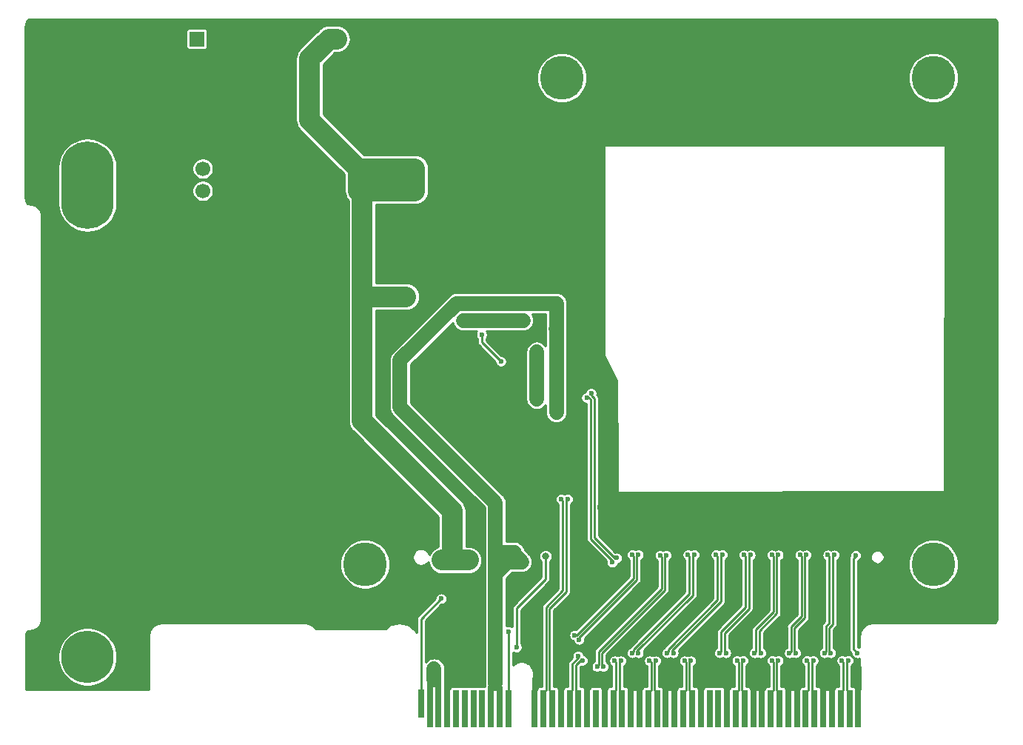
<source format=gbl>
%TF.GenerationSoftware,KiCad,Pcbnew,(5.1.9)-1*%
%TF.CreationDate,2021-06-05T13:56:01+08:00*%
%TF.ProjectId,V1,56312e6b-6963-4616-945f-706362585858,rev?*%
%TF.SameCoordinates,Original*%
%TF.FileFunction,Copper,L2,Bot*%
%TF.FilePolarity,Positive*%
%FSLAX46Y46*%
G04 Gerber Fmt 4.6, Leading zero omitted, Abs format (unit mm)*
G04 Created by KiCad (PCBNEW (5.1.9)-1) date 2021-06-05 13:56:01*
%MOMM*%
%LPD*%
G01*
G04 APERTURE LIST*
%TA.AperFunction,ConnectorPad*%
%ADD10R,0.700000X4.300000*%
%TD*%
%TA.AperFunction,ConnectorPad*%
%ADD11R,0.700000X3.200000*%
%TD*%
%TA.AperFunction,ComponentPad*%
%ADD12O,6.000000X10.000000*%
%TD*%
%TA.AperFunction,ComponentPad*%
%ADD13C,6.000000*%
%TD*%
%TA.AperFunction,ComponentPad*%
%ADD14C,5.000000*%
%TD*%
%TA.AperFunction,ComponentPad*%
%ADD15R,1.700000X1.700000*%
%TD*%
%TA.AperFunction,ComponentPad*%
%ADD16O,1.700000X1.700000*%
%TD*%
%TA.AperFunction,ComponentPad*%
%ADD17C,1.700000*%
%TD*%
%TA.AperFunction,ViaPad*%
%ADD18C,0.600000*%
%TD*%
%TA.AperFunction,ViaPad*%
%ADD19C,0.800000*%
%TD*%
%TA.AperFunction,Conductor*%
%ADD20C,0.700000*%
%TD*%
%TA.AperFunction,Conductor*%
%ADD21C,1.700000*%
%TD*%
%TA.AperFunction,Conductor*%
%ADD22C,0.500000*%
%TD*%
%TA.AperFunction,Conductor*%
%ADD23C,0.254000*%
%TD*%
%TA.AperFunction,Conductor*%
%ADD24C,0.250000*%
%TD*%
%TA.AperFunction,Conductor*%
%ADD25C,2.400000*%
%TD*%
%TA.AperFunction,Conductor*%
%ADD26C,0.381000*%
%TD*%
%TA.AperFunction,Conductor*%
%ADD27C,0.100000*%
%TD*%
G04 APERTURE END LIST*
D10*
X183650000Y-130550000D03*
X182650000Y-130550000D03*
X181650000Y-130550000D03*
X180650000Y-130550000D03*
X179650000Y-130550000D03*
X178650000Y-130550000D03*
X177650000Y-130550000D03*
X176650000Y-130550000D03*
X147650000Y-130550000D03*
X146650000Y-130550000D03*
X152650000Y-130550000D03*
X151650000Y-130550000D03*
X150650000Y-130550000D03*
X149650000Y-130550000D03*
X148650000Y-130550000D03*
X143650000Y-130550000D03*
X142650000Y-130550000D03*
X141650000Y-130550000D03*
X140650000Y-130550000D03*
X139650000Y-130550000D03*
X138650000Y-130550000D03*
X137650000Y-130550000D03*
X136650000Y-130550000D03*
X135650000Y-130550000D03*
X134650000Y-130550000D03*
D11*
X133650000Y-130000000D03*
D10*
X153650000Y-130550000D03*
X154650000Y-130550000D03*
X155650000Y-130550000D03*
X156650000Y-130550000D03*
X157650000Y-130550000D03*
X158650000Y-130550000D03*
X159650000Y-130550000D03*
X160650000Y-130550000D03*
X161650000Y-130550000D03*
X162650000Y-130550000D03*
X163650000Y-130550000D03*
X164650000Y-130550000D03*
X165650000Y-130550000D03*
X166650000Y-130550000D03*
X167650000Y-130550000D03*
X168650000Y-130550000D03*
X169650000Y-130550000D03*
X170650000Y-130550000D03*
X171650000Y-130550000D03*
X172650000Y-130550000D03*
X173650000Y-130550000D03*
X174650000Y-130550000D03*
X175650000Y-130550000D03*
D12*
X95500000Y-70739000D03*
D13*
X95500000Y-124650001D03*
D14*
X192250000Y-114050000D03*
X192250000Y-58450000D03*
X149750000Y-58450000D03*
X127250000Y-114050000D03*
D15*
X124000000Y-54000000D03*
D16*
X126540000Y-54000000D03*
D15*
X108000000Y-54000000D03*
D16*
X110540000Y-54000000D03*
D17*
X126468000Y-71374000D03*
X126468000Y-68834000D03*
X126468000Y-58674000D03*
X126468000Y-61214000D03*
X108688000Y-61214000D03*
X108688000Y-58674000D03*
X108688000Y-71374000D03*
X108688000Y-68834000D03*
D18*
X134650000Y-126081000D03*
X134650000Y-126843000D03*
X135650000Y-126859000D03*
X135650000Y-126097000D03*
X156704000Y-107544000D03*
X172550000Y-113000000D03*
X175750000Y-113025000D03*
X178950000Y-113000000D03*
X182150000Y-113025000D03*
X145022000Y-76429000D03*
X142450000Y-76450000D03*
X181150000Y-126600000D03*
X177150000Y-126600000D03*
X179150000Y-126600000D03*
X173150000Y-126600000D03*
X175150000Y-126600000D03*
X171150000Y-126600000D03*
X169150000Y-126600000D03*
X157150000Y-126600000D03*
X155150000Y-126600000D03*
X152650000Y-126600000D03*
X150150000Y-126600000D03*
X159150000Y-126600000D03*
X147150000Y-126600000D03*
X147150000Y-121500000D03*
X161150000Y-126600000D03*
X163150000Y-126600000D03*
X169350000Y-112950000D03*
X166497000Y-126619000D03*
X137795000Y-126111000D03*
X138938000Y-126111000D03*
X165100000Y-126619000D03*
X166150000Y-112975000D03*
X162950000Y-113000000D03*
X159750000Y-113000000D03*
X152273000Y-113030000D03*
X152019000Y-117856000D03*
X112498000Y-60960000D03*
X142367000Y-66294000D03*
X144907000Y-66294000D03*
X147447000Y-66294000D03*
X149987000Y-66294000D03*
X142367000Y-68834000D03*
X144907000Y-68834000D03*
X147447000Y-68834000D03*
X149987000Y-68834000D03*
X115038000Y-60960000D03*
X117578000Y-60960000D03*
X112498000Y-63500000D03*
X115038000Y-63500000D03*
X117578000Y-63500000D03*
X112498000Y-66040000D03*
X115038000Y-66040000D03*
X117578000Y-66040000D03*
X112498000Y-68580000D03*
X115038000Y-68580000D03*
X117578000Y-68580000D03*
X112498000Y-71120000D03*
X115038000Y-71120000D03*
X117578000Y-71120000D03*
X143764000Y-107569000D03*
X146304000Y-107569000D03*
X148844000Y-107569000D03*
X151384000Y-107569000D03*
X159004000Y-107569000D03*
X161544000Y-107569000D03*
X164084000Y-107569000D03*
X166624000Y-107569000D03*
X169164000Y-107569000D03*
X171704000Y-107569000D03*
X174244000Y-107569000D03*
X176784000Y-107569000D03*
X179324000Y-107569000D03*
X181864000Y-107569000D03*
X184404000Y-107569000D03*
X186944000Y-107569000D03*
X189484000Y-107569000D03*
X192024000Y-107569000D03*
X96901000Y-109855000D03*
X99441000Y-109855000D03*
X101981000Y-109855000D03*
X104521000Y-109855000D03*
X107061000Y-109855000D03*
X109601000Y-109855000D03*
X112141000Y-109855000D03*
X114681000Y-109855000D03*
X117221000Y-109855000D03*
X119761000Y-109855000D03*
X96901000Y-112395000D03*
X99441000Y-112395000D03*
X101981000Y-112395000D03*
X104521000Y-112395000D03*
X107061000Y-112395000D03*
X109601000Y-112395000D03*
X112141000Y-112395000D03*
X114681000Y-112395000D03*
X117221000Y-112395000D03*
X119761000Y-112395000D03*
X96901000Y-114935000D03*
X99441000Y-114935000D03*
X101981000Y-114935000D03*
X104521000Y-114935000D03*
X107061000Y-114935000D03*
X109601000Y-114935000D03*
X112141000Y-114935000D03*
X114681000Y-114935000D03*
X117221000Y-114935000D03*
X119761000Y-114935000D03*
X94718000Y-61722000D03*
X97258000Y-61722000D03*
X99798000Y-61722000D03*
X94718000Y-64262000D03*
X97258000Y-64262000D03*
X99798000Y-64262000D03*
X144907000Y-73914000D03*
X147447000Y-71374000D03*
X149987000Y-73914000D03*
X147447000Y-73914000D03*
X142367000Y-73914000D03*
X142367000Y-71374000D03*
X144907000Y-71374000D03*
X149987000Y-71374000D03*
X183650000Y-127625000D03*
X185925000Y-118300000D03*
X187875000Y-118300000D03*
X189875000Y-118300000D03*
X191875000Y-118300000D03*
X194050000Y-118300000D03*
X196150000Y-118300000D03*
X156875000Y-112975000D03*
X149200000Y-121500000D03*
X154100000Y-107544000D03*
X149492000Y-96979000D03*
X149475000Y-95475000D03*
X148792000Y-96954000D03*
X149475000Y-96200000D03*
X148775000Y-95475000D03*
X148775000Y-96204000D03*
X149517000Y-85779000D03*
X148817000Y-85754000D03*
X149500000Y-85000000D03*
X148800000Y-85004000D03*
X142975000Y-112700000D03*
X143775000Y-112700000D03*
X144575000Y-112700000D03*
X143775000Y-113800000D03*
X144575000Y-113800000D03*
X145375000Y-113800000D03*
X141800000Y-127100000D03*
X141800000Y-126100000D03*
X141800000Y-125100000D03*
X149500000Y-84275000D03*
X148800000Y-84275000D03*
X144570152Y-123570152D03*
D19*
X147900000Y-113125000D03*
D18*
X143650000Y-121750000D03*
X150413500Y-106625000D03*
X149686500Y-106625000D03*
X162513500Y-124200000D03*
X168113500Y-112950000D03*
X161786500Y-124200000D03*
X167386500Y-112950000D03*
X164913500Y-112950000D03*
X158513500Y-124200000D03*
X164186500Y-112950000D03*
X157786500Y-124200000D03*
X154513500Y-125775000D03*
X161713500Y-113025000D03*
X153786500Y-125775000D03*
X160986500Y-113025000D03*
X157786500Y-112975000D03*
X151217966Y-122167966D03*
X158513500Y-112975000D03*
X151732034Y-122682034D03*
X164513500Y-125100000D03*
X163786500Y-125100000D03*
X160513500Y-125100000D03*
X159786500Y-125100000D03*
X156513500Y-125100000D03*
X155786500Y-125100000D03*
X151592966Y-124542966D03*
X152107034Y-125057034D03*
X183350000Y-113050000D03*
X183550000Y-124200000D03*
X135950000Y-118000000D03*
X129584000Y-82846000D03*
X130854000Y-82846000D03*
X129584000Y-84116000D03*
X130854000Y-84116000D03*
X132124000Y-82846000D03*
X132124000Y-84116000D03*
D19*
X136225000Y-113500000D03*
X137225000Y-113500000D03*
X139225000Y-113500000D03*
D18*
X130659000Y-68834000D03*
X131929000Y-68834000D03*
X130659000Y-70104000D03*
X131929000Y-70104000D03*
X130659000Y-71374000D03*
X131929000Y-71374000D03*
D19*
X138225000Y-113500000D03*
D18*
X138750000Y-86550000D03*
X139479000Y-86550000D03*
X139475000Y-85850000D03*
X140229000Y-86533000D03*
X140254000Y-85833000D03*
X138750000Y-85850000D03*
X146525000Y-93750000D03*
X146525000Y-94479000D03*
X147225000Y-94475000D03*
X146542000Y-95229000D03*
X147242000Y-95254000D03*
X147225000Y-93750000D03*
X147375000Y-89575000D03*
X146750000Y-89575000D03*
X182513500Y-125095000D03*
X181786500Y-125095000D03*
X178513500Y-125095000D03*
X177786500Y-125095000D03*
X167786500Y-124200000D03*
X170586500Y-113000000D03*
X168513500Y-124200000D03*
X171313500Y-113000000D03*
X171786500Y-124206000D03*
X173786500Y-113000000D03*
X172513500Y-124206000D03*
X174513500Y-113000000D03*
X175786500Y-124206000D03*
X176986500Y-113000000D03*
X176513500Y-124206000D03*
X177713500Y-113000000D03*
X179786500Y-124200000D03*
X180186500Y-113000000D03*
X180513500Y-124200000D03*
X180913500Y-113000000D03*
X169786500Y-125095000D03*
X170513500Y-125095000D03*
X173786500Y-125095000D03*
X174513500Y-125095000D03*
X156025733Y-113339505D03*
X153107034Y-94492966D03*
X155511665Y-113853573D03*
X152592966Y-95007034D03*
X142783019Y-90880957D03*
X140575000Y-87800000D03*
D20*
X134650000Y-130550000D02*
X134650000Y-126843000D01*
X135650000Y-130550000D02*
X135650000Y-126859000D01*
D21*
X135144000Y-126000000D02*
X135144000Y-127238000D01*
D20*
X135144000Y-126000000D02*
X135650000Y-126000000D01*
X134650000Y-126000000D02*
X135144000Y-126000000D01*
D21*
X135144000Y-127238000D02*
X135128000Y-127222000D01*
D20*
X134650000Y-126081000D02*
X134650000Y-126000000D01*
X134650000Y-126843000D02*
X134650000Y-126081000D01*
X135650000Y-126859000D02*
X135650000Y-126097000D01*
X135650000Y-126097000D02*
X135650000Y-126000000D01*
D22*
X180650000Y-130550000D02*
X180650000Y-127100000D01*
X180650000Y-127100000D02*
X181150000Y-126600000D01*
X179650000Y-127100000D02*
X179150000Y-126600000D01*
X179650000Y-130550000D02*
X179650000Y-127100000D01*
X176650000Y-130550000D02*
X176650000Y-127100000D01*
X176650000Y-127100000D02*
X177150000Y-126600000D01*
X175650000Y-127100000D02*
X175150000Y-126600000D01*
X175650000Y-130550000D02*
X175650000Y-127100000D01*
X172650000Y-130550000D02*
X172650000Y-127100000D01*
X172650000Y-127100000D02*
X173150000Y-126600000D01*
X171650000Y-127100000D02*
X171150000Y-126600000D01*
X171650000Y-130550000D02*
X171650000Y-127100000D01*
X168650000Y-127100000D02*
X169150000Y-126600000D01*
X168650000Y-130550000D02*
X168650000Y-127100000D01*
X161650000Y-130550000D02*
X161650000Y-127100000D01*
X161650000Y-127100000D02*
X161150000Y-126600000D01*
X162650000Y-130550000D02*
X162650000Y-127100000D01*
X162650000Y-127100000D02*
X163150000Y-126600000D01*
X149650000Y-127100000D02*
X150150000Y-126600000D01*
X149650000Y-130550000D02*
X149650000Y-127100000D01*
X146650000Y-127100000D02*
X147150000Y-126600000D01*
X146650000Y-130550000D02*
X146650000Y-127100000D01*
X154650000Y-127100000D02*
X155150000Y-126600000D01*
X154650000Y-130550000D02*
X154650000Y-127100000D01*
X157650000Y-127100000D02*
X157150000Y-126600000D01*
X157650000Y-130550000D02*
X157650000Y-127100000D01*
X158650000Y-127100000D02*
X159150000Y-126600000D01*
X158650000Y-130550000D02*
X158650000Y-127100000D01*
X152650000Y-130550000D02*
X152650000Y-126600000D01*
X136650000Y-127256000D02*
X137795000Y-126111000D01*
X136650000Y-130550000D02*
X136650000Y-127256000D01*
X165650000Y-127466000D02*
X166497000Y-126619000D01*
X165650000Y-130550000D02*
X165650000Y-127466000D01*
X168650000Y-128239998D02*
X168650000Y-130550000D01*
X167029002Y-126619000D02*
X168650000Y-128239998D01*
X166497000Y-126619000D02*
X167029002Y-126619000D01*
X183650000Y-127625000D02*
X183650000Y-130550000D01*
D20*
X142650000Y-130550000D02*
X142650000Y-128200000D01*
X141650000Y-130550000D02*
X141650000Y-128150000D01*
X142650000Y-128200000D02*
X142150000Y-127700000D01*
D21*
X142150000Y-115200000D02*
X143550000Y-113800000D01*
X142150000Y-127700000D02*
X142150000Y-115200000D01*
X143550000Y-113800000D02*
X145150000Y-113800000D01*
X144350000Y-112700000D02*
X142750000Y-112700000D01*
X142750000Y-113000000D02*
X143550000Y-113800000D01*
X142750000Y-112700000D02*
X142750000Y-113000000D01*
X144350000Y-113000000D02*
X145150000Y-113800000D01*
X144350000Y-112700000D02*
X144350000Y-113000000D01*
X142150000Y-113300000D02*
X142150000Y-115200000D01*
X142750000Y-112700000D02*
X142150000Y-113300000D01*
X149125000Y-87162981D02*
X149100000Y-87137981D01*
X137737981Y-84225000D02*
X149125000Y-84225000D01*
X131225000Y-90737981D02*
X137737981Y-84225000D01*
X131225000Y-96100000D02*
X131225000Y-90737981D01*
X142150000Y-107025000D02*
X131225000Y-96100000D01*
X149125000Y-84225000D02*
X149125000Y-87162981D01*
X142150000Y-115200000D02*
X142150000Y-107025000D01*
X149125000Y-87162981D02*
X149125000Y-96700000D01*
D23*
X144620152Y-123520152D02*
X144570152Y-123570152D01*
D24*
X147900000Y-113125000D02*
X147900000Y-115750000D01*
X144570152Y-119079848D02*
X144570152Y-123570152D01*
X147900000Y-115750000D02*
X144570152Y-119079848D01*
X143650000Y-130550000D02*
X143650000Y-121750000D01*
D23*
X148650000Y-128750000D02*
X148340500Y-128440500D01*
X148650000Y-130550000D02*
X148650000Y-128750000D01*
X148340500Y-128440500D02*
X148340500Y-119128908D01*
X150240500Y-106798000D02*
X150413500Y-106625000D01*
X150240500Y-117228908D02*
X150240500Y-106798000D01*
X148340500Y-119128908D02*
X150240500Y-117228908D01*
X147650000Y-128750000D02*
X147959500Y-128440500D01*
X147650000Y-130550000D02*
X147650000Y-128750000D01*
X147959500Y-128440500D02*
X147959500Y-118971092D01*
X149859500Y-117071092D02*
X149859500Y-106798000D01*
X147959500Y-118971092D02*
X149859500Y-117071092D01*
X149859500Y-106798000D02*
X149686500Y-106625000D01*
X162340500Y-124027000D02*
X162513500Y-124200000D01*
X162340500Y-123928908D02*
X162340500Y-124027000D01*
X167940500Y-118328908D02*
X162340500Y-123928908D01*
X167940500Y-113123000D02*
X167940500Y-118328908D01*
X168113500Y-112950000D02*
X167940500Y-113123000D01*
X161959500Y-124027000D02*
X161786500Y-124200000D01*
X161959500Y-123771092D02*
X161959500Y-124027000D01*
X167559500Y-118171092D02*
X161959500Y-123771092D01*
X167559500Y-113123000D02*
X167559500Y-118171092D01*
X167386500Y-112950000D02*
X167559500Y-113123000D01*
X164740500Y-113123000D02*
X164913500Y-112950000D01*
X158340500Y-124003908D02*
X164740500Y-117603908D01*
X158340500Y-124027000D02*
X158340500Y-124003908D01*
X158513500Y-124200000D02*
X158340500Y-124027000D01*
X164740500Y-117603908D02*
X164740500Y-113123000D01*
X164359500Y-117446092D02*
X164359500Y-113123000D01*
X157959500Y-123846092D02*
X164359500Y-117446092D01*
X164359500Y-113123000D02*
X164186500Y-112950000D01*
X157786500Y-124200000D02*
X157959500Y-124027000D01*
X157959500Y-124027000D02*
X157959500Y-123846092D01*
X154340500Y-125602000D02*
X154340500Y-124203908D01*
X154513500Y-125775000D02*
X154340500Y-125602000D01*
X161540500Y-117003908D02*
X154340500Y-124203908D01*
X161540500Y-113198000D02*
X161540500Y-117003908D01*
X161713500Y-113025000D02*
X161540500Y-113198000D01*
X153959500Y-125602000D02*
X153959500Y-124046092D01*
X153786500Y-125775000D02*
X153959500Y-125602000D01*
X161159500Y-116846092D02*
X153959500Y-124046092D01*
X161159500Y-113198000D02*
X161159500Y-116846092D01*
X160986500Y-113025000D02*
X161159500Y-113198000D01*
X151462626Y-122167966D02*
X151217966Y-122167966D01*
X157959500Y-115671092D02*
X151462626Y-122167966D01*
X157959500Y-113148000D02*
X157959500Y-115671092D01*
X157786500Y-112975000D02*
X157959500Y-113148000D01*
X158340500Y-113148000D02*
X158340500Y-115828908D01*
X151732034Y-122437374D02*
X151732034Y-122682034D01*
X158513500Y-112975000D02*
X158340500Y-113148000D01*
X158340500Y-115828908D02*
X151732034Y-122437374D01*
X164650000Y-128750000D02*
X164340500Y-128440500D01*
X164650000Y-130550000D02*
X164650000Y-128750000D01*
X164340500Y-128440500D02*
X164340500Y-125273000D01*
X164340500Y-125273000D02*
X164513500Y-125100000D01*
X163650000Y-128750000D02*
X163959500Y-128440500D01*
X163650000Y-130550000D02*
X163650000Y-128750000D01*
X163959500Y-125273000D02*
X163786500Y-125100000D01*
X163959500Y-128440500D02*
X163959500Y-125273000D01*
X160650000Y-128750000D02*
X160340500Y-128440500D01*
X160650000Y-130550000D02*
X160650000Y-128750000D01*
X160340500Y-128440500D02*
X160340500Y-125273000D01*
X160340500Y-125273000D02*
X160513500Y-125100000D01*
X159650000Y-128750000D02*
X159959500Y-128440500D01*
X159650000Y-130550000D02*
X159650000Y-128750000D01*
X159959500Y-128440500D02*
X159959500Y-125273000D01*
X159959500Y-125273000D02*
X159786500Y-125100000D01*
X156650000Y-128750000D02*
X156340500Y-128440500D01*
X156650000Y-130550000D02*
X156650000Y-128750000D01*
X156340500Y-125273000D02*
X156513500Y-125100000D01*
X156340500Y-128440500D02*
X156340500Y-125273000D01*
X155650000Y-128750000D02*
X155959500Y-128440500D01*
X155650000Y-130550000D02*
X155650000Y-128750000D01*
X155959500Y-125273000D02*
X155786500Y-125100000D01*
X155959500Y-128440500D02*
X155959500Y-125273000D01*
X150650000Y-128750000D02*
X150959500Y-128440500D01*
X150650000Y-130550000D02*
X150650000Y-128750000D01*
X150959500Y-125421092D02*
X151592966Y-124787626D01*
X151592966Y-124787626D02*
X151592966Y-124542966D01*
X150959500Y-128440500D02*
X150959500Y-125421092D01*
X151650000Y-130550000D02*
X151650000Y-128750000D01*
X151650000Y-128750000D02*
X151340500Y-128440500D01*
X151340500Y-125578908D02*
X151862374Y-125057034D01*
X151862374Y-125057034D02*
X152107034Y-125057034D01*
X151340500Y-128440500D02*
X151340500Y-125578908D01*
X183350000Y-113050000D02*
X183350000Y-113125000D01*
X183350000Y-113125000D02*
X183100000Y-113375000D01*
X183100000Y-123750000D02*
X183550000Y-124200000D01*
X183100000Y-113375000D02*
X183100000Y-123750000D01*
D24*
X133650000Y-120300000D02*
X133650000Y-130000000D01*
X135950000Y-118000000D02*
X133650000Y-120300000D01*
D25*
X139050000Y-113600000D02*
X136050000Y-113600000D01*
X126468000Y-68834000D02*
X120880000Y-63246000D01*
X120880000Y-63246000D02*
X120880000Y-56261000D01*
X123141000Y-54000000D02*
X124000000Y-54000000D01*
X120880000Y-56261000D02*
X123141000Y-54000000D01*
X126468000Y-68834000D02*
X132945000Y-68834000D01*
X132945000Y-68834000D02*
X132945000Y-71374000D01*
X126468000Y-68834000D02*
X126468000Y-71374000D01*
X132945000Y-71374000D02*
X131501000Y-71374000D01*
X137225000Y-113500000D02*
X137225000Y-107975000D01*
X131501000Y-71374000D02*
X126468000Y-71374000D01*
X137225000Y-107975000D02*
X126925000Y-97675000D01*
X126925000Y-71831000D02*
X126468000Y-71374000D01*
X126925000Y-83475000D02*
X131925000Y-83475000D01*
X126925000Y-97675000D02*
X126925000Y-83475000D01*
X126925000Y-83475000D02*
X126925000Y-71831000D01*
D21*
X139700000Y-86175000D02*
X138475000Y-86175000D01*
X139575000Y-86175000D02*
X145325000Y-86175000D01*
D26*
X146950000Y-93475000D02*
X147225000Y-93750000D01*
D21*
X146875000Y-89775000D02*
X146875000Y-95175000D01*
D23*
X182650000Y-130550000D02*
X182650000Y-128750000D01*
X182340500Y-125268000D02*
X182513500Y-125095000D01*
X182650000Y-128750000D02*
X182340500Y-128440500D01*
X182340500Y-128440500D02*
X182340500Y-125268000D01*
X181959500Y-125268000D02*
X181786500Y-125095000D01*
X181650000Y-128750000D02*
X181959500Y-128440500D01*
X181959500Y-128440500D02*
X181959500Y-125268000D01*
X181650000Y-130550000D02*
X181650000Y-128750000D01*
X178650000Y-130550000D02*
X178650000Y-128750000D01*
X178340500Y-125268000D02*
X178513500Y-125095000D01*
X178650000Y-128750000D02*
X178340500Y-128440500D01*
X178340500Y-128440500D02*
X178340500Y-125268000D01*
X177959500Y-125268000D02*
X177786500Y-125095000D01*
X177650000Y-128750000D02*
X177959500Y-128440500D01*
X177959500Y-128440500D02*
X177959500Y-125268000D01*
X177650000Y-130550000D02*
X177650000Y-128750000D01*
X167959500Y-124027000D02*
X167786500Y-124200000D01*
X167959500Y-121771092D02*
X167959500Y-124027000D01*
X170759500Y-118971092D02*
X167959500Y-121771092D01*
X170759500Y-113173000D02*
X170759500Y-118971092D01*
X170586500Y-113000000D02*
X170759500Y-113173000D01*
X168340500Y-124027000D02*
X168513500Y-124200000D01*
X168340500Y-121928908D02*
X168340500Y-124027000D01*
X171140500Y-119128908D02*
X168340500Y-121928908D01*
X171140500Y-113173000D02*
X171140500Y-119128908D01*
X171313500Y-113000000D02*
X171140500Y-113173000D01*
X173959500Y-119521092D02*
X173959500Y-113173000D01*
X173959500Y-113173000D02*
X173786500Y-113000000D01*
X171959500Y-124033000D02*
X171959500Y-121521092D01*
X171959500Y-121521092D02*
X173959500Y-119521092D01*
X171786500Y-124206000D02*
X171959500Y-124033000D01*
X174340500Y-113173000D02*
X174513500Y-113000000D01*
X174340500Y-119678908D02*
X174340500Y-113173000D01*
X172340500Y-121678908D02*
X174340500Y-119678908D01*
X172340500Y-124033000D02*
X172340500Y-121678908D01*
X172513500Y-124206000D02*
X172340500Y-124033000D01*
X177159500Y-120021092D02*
X177159500Y-113173000D01*
X175959500Y-121221092D02*
X177159500Y-120021092D01*
X177159500Y-113173000D02*
X176986500Y-113000000D01*
X175959500Y-124033000D02*
X175959500Y-121221092D01*
X175786500Y-124206000D02*
X175959500Y-124033000D01*
X177540500Y-113173000D02*
X177713500Y-113000000D01*
X177540500Y-120178908D02*
X177540500Y-113173000D01*
X176340500Y-121378908D02*
X177540500Y-120178908D01*
X176340500Y-124033000D02*
X176340500Y-121378908D01*
X176513500Y-124206000D02*
X176340500Y-124033000D01*
X179959500Y-124027000D02*
X179959500Y-121171092D01*
X179786500Y-124200000D02*
X179959500Y-124027000D01*
X180359500Y-113173000D02*
X180186500Y-113000000D01*
X179959500Y-121171092D02*
X180359500Y-120771092D01*
X180359500Y-120771092D02*
X180359500Y-113173000D01*
X180340500Y-124027000D02*
X180513500Y-124200000D01*
X180340500Y-121328908D02*
X180340500Y-124027000D01*
X180740500Y-120928908D02*
X180340500Y-121328908D01*
X180740500Y-113173000D02*
X180740500Y-120928908D01*
X180913500Y-113000000D02*
X180740500Y-113173000D01*
X169959500Y-125268000D02*
X169786500Y-125095000D01*
X169650000Y-128750000D02*
X169959500Y-128440500D01*
X169959500Y-128440500D02*
X169959500Y-125268000D01*
X169650000Y-130550000D02*
X169650000Y-128750000D01*
X170650000Y-130550000D02*
X170650000Y-128750000D01*
X170340500Y-125268000D02*
X170513500Y-125095000D01*
X170650000Y-128750000D02*
X170340500Y-128440500D01*
X170340500Y-128440500D02*
X170340500Y-125268000D01*
X173959500Y-125268000D02*
X173786500Y-125095000D01*
X173650000Y-128750000D02*
X173959500Y-128440500D01*
X173959500Y-128440500D02*
X173959500Y-125268000D01*
X173650000Y-130550000D02*
X173650000Y-128750000D01*
X174650000Y-130550000D02*
X174650000Y-128750000D01*
X174340500Y-125268000D02*
X174513500Y-125095000D01*
X174650000Y-128750000D02*
X174340500Y-128440500D01*
X174340500Y-128440500D02*
X174340500Y-125268000D01*
X156025733Y-113339505D02*
X155781073Y-113339505D01*
X155781073Y-113339505D02*
X153440500Y-110998932D01*
X153107034Y-94737626D02*
X153107034Y-94492966D01*
X153440500Y-95071092D02*
X153107034Y-94737626D01*
X153440500Y-110998932D02*
X153440500Y-95071092D01*
X155511665Y-113608913D02*
X153059500Y-111156748D01*
X155511665Y-113853573D02*
X155511665Y-113608913D01*
X152837626Y-95007034D02*
X152592966Y-95007034D01*
X153059500Y-95228908D02*
X152837626Y-95007034D01*
X153059500Y-111156748D02*
X153059500Y-95228908D01*
X142783019Y-90880957D02*
X140575000Y-88672938D01*
X140575000Y-88672938D02*
X140575000Y-87800000D01*
X199150356Y-51743146D02*
X199246899Y-51772294D01*
X199335935Y-51819636D01*
X199414080Y-51883369D01*
X199478359Y-51961068D01*
X199526321Y-52049773D01*
X199556140Y-52146104D01*
X199569000Y-52268457D01*
X199569001Y-120226469D01*
X199556854Y-120350356D01*
X199527706Y-120446897D01*
X199480364Y-120535935D01*
X199416632Y-120614079D01*
X199338930Y-120678359D01*
X199250230Y-120726320D01*
X199153896Y-120756140D01*
X199031542Y-120769000D01*
X185369614Y-120769000D01*
X185355178Y-120767428D01*
X185348440Y-120767403D01*
X185291808Y-120767586D01*
X185265061Y-120770296D01*
X185238165Y-120770750D01*
X185231477Y-120771568D01*
X185033024Y-120797230D01*
X184990416Y-120807042D01*
X184947642Y-120816265D01*
X184941240Y-120818366D01*
X184751552Y-120882085D01*
X184711616Y-120900006D01*
X184671491Y-120917343D01*
X184665619Y-120920647D01*
X184491921Y-121019997D01*
X184456272Y-121045301D01*
X184420234Y-121070133D01*
X184415116Y-121074515D01*
X184264022Y-121205710D01*
X184233940Y-121237486D01*
X184203440Y-121268814D01*
X184199270Y-121274107D01*
X184076536Y-121432153D01*
X184053218Y-121469135D01*
X184029364Y-121505822D01*
X184026302Y-121511824D01*
X183936602Y-121690698D01*
X183920895Y-121731549D01*
X183904637Y-121772131D01*
X183902799Y-121778613D01*
X183849553Y-121971503D01*
X183842087Y-122014586D01*
X183834014Y-122057588D01*
X183833470Y-122064304D01*
X183818703Y-122263864D01*
X183819002Y-122276369D01*
X183819001Y-122276374D01*
X183819001Y-123574315D01*
X183748640Y-123545171D01*
X183617073Y-123519000D01*
X183608000Y-123519000D01*
X183608000Y-113680241D01*
X183672574Y-113653494D01*
X183784112Y-113578967D01*
X183878967Y-113484112D01*
X183953494Y-113372574D01*
X184004829Y-113248640D01*
X184019859Y-113173078D01*
X185069000Y-113173078D01*
X185069000Y-113326922D01*
X185099013Y-113477809D01*
X185157887Y-113619942D01*
X185243358Y-113747859D01*
X185352141Y-113856642D01*
X185480058Y-113942113D01*
X185622191Y-114000987D01*
X185773078Y-114031000D01*
X185926922Y-114031000D01*
X186077809Y-114000987D01*
X186219942Y-113942113D01*
X186347859Y-113856642D01*
X186438255Y-113766246D01*
X189369000Y-113766246D01*
X189369000Y-114333754D01*
X189479715Y-114890357D01*
X189696891Y-115414665D01*
X190012181Y-115886530D01*
X190413470Y-116287819D01*
X190885335Y-116603109D01*
X191409643Y-116820285D01*
X191966246Y-116931000D01*
X192533754Y-116931000D01*
X193090357Y-116820285D01*
X193614665Y-116603109D01*
X194086530Y-116287819D01*
X194487819Y-115886530D01*
X194803109Y-115414665D01*
X195020285Y-114890357D01*
X195131000Y-114333754D01*
X195131000Y-113766246D01*
X195020285Y-113209643D01*
X194803109Y-112685335D01*
X194487819Y-112213470D01*
X194086530Y-111812181D01*
X193614665Y-111496891D01*
X193090357Y-111279715D01*
X192533754Y-111169000D01*
X191966246Y-111169000D01*
X191409643Y-111279715D01*
X190885335Y-111496891D01*
X190413470Y-111812181D01*
X190012181Y-112213470D01*
X189696891Y-112685335D01*
X189479715Y-113209643D01*
X189369000Y-113766246D01*
X186438255Y-113766246D01*
X186456642Y-113747859D01*
X186542113Y-113619942D01*
X186600987Y-113477809D01*
X186631000Y-113326922D01*
X186631000Y-113173078D01*
X186600987Y-113022191D01*
X186542113Y-112880058D01*
X186456642Y-112752141D01*
X186347859Y-112643358D01*
X186219942Y-112557887D01*
X186077809Y-112499013D01*
X185926922Y-112469000D01*
X185773078Y-112469000D01*
X185622191Y-112499013D01*
X185480058Y-112557887D01*
X185352141Y-112643358D01*
X185243358Y-112752141D01*
X185157887Y-112880058D01*
X185099013Y-113022191D01*
X185069000Y-113173078D01*
X184019859Y-113173078D01*
X184031000Y-113117073D01*
X184031000Y-112982927D01*
X184004829Y-112851360D01*
X183953494Y-112727426D01*
X183878967Y-112615888D01*
X183784112Y-112521033D01*
X183672574Y-112446506D01*
X183548640Y-112395171D01*
X183417073Y-112369000D01*
X183282927Y-112369000D01*
X183151360Y-112395171D01*
X183027426Y-112446506D01*
X182915888Y-112521033D01*
X182821033Y-112615888D01*
X182746506Y-112727426D01*
X182695171Y-112851360D01*
X182669000Y-112982927D01*
X182669000Y-113103699D01*
X182628399Y-113179658D01*
X182599351Y-113275416D01*
X182593039Y-113339504D01*
X182589543Y-113375000D01*
X182592000Y-113399944D01*
X182592001Y-123725046D01*
X182589543Y-123750000D01*
X182597586Y-123831657D01*
X182599352Y-123849585D01*
X182623648Y-123929679D01*
X182628400Y-123945343D01*
X182675571Y-124033595D01*
X182712506Y-124078600D01*
X182739053Y-124110948D01*
X182758430Y-124126850D01*
X182869000Y-124237420D01*
X182869000Y-124267073D01*
X182895171Y-124398640D01*
X182946506Y-124522574D01*
X183021033Y-124634112D01*
X183115888Y-124728967D01*
X183227426Y-124803494D01*
X183351360Y-124854829D01*
X183482927Y-124881000D01*
X183617073Y-124881000D01*
X183748640Y-124854829D01*
X183819000Y-124825685D01*
X183819000Y-125623625D01*
X183825960Y-125694291D01*
X183853464Y-125784960D01*
X183869000Y-125814026D01*
X183869000Y-128397000D01*
X183382548Y-128397000D01*
X183375487Y-128325311D01*
X183353701Y-128253492D01*
X183318322Y-128187304D01*
X183270711Y-128129289D01*
X183212696Y-128081678D01*
X183146508Y-128046299D01*
X183074689Y-128024513D01*
X183000000Y-128017157D01*
X182848500Y-128017157D01*
X182848500Y-125690191D01*
X182947612Y-125623967D01*
X183042467Y-125529112D01*
X183116994Y-125417574D01*
X183168329Y-125293640D01*
X183194500Y-125162073D01*
X183194500Y-125027927D01*
X183168329Y-124896360D01*
X183116994Y-124772426D01*
X183042467Y-124660888D01*
X182947612Y-124566033D01*
X182836074Y-124491506D01*
X182712140Y-124440171D01*
X182580573Y-124414000D01*
X182446427Y-124414000D01*
X182314860Y-124440171D01*
X182190926Y-124491506D01*
X182150000Y-124518852D01*
X182109074Y-124491506D01*
X181985140Y-124440171D01*
X181853573Y-124414000D01*
X181719427Y-124414000D01*
X181587860Y-124440171D01*
X181463926Y-124491506D01*
X181352388Y-124566033D01*
X181257533Y-124660888D01*
X181183006Y-124772426D01*
X181131671Y-124896360D01*
X181105500Y-125027927D01*
X181105500Y-125162073D01*
X181131671Y-125293640D01*
X181183006Y-125417574D01*
X181257533Y-125529112D01*
X181352388Y-125623967D01*
X181451501Y-125690192D01*
X181451500Y-128017157D01*
X181300000Y-128017157D01*
X181225311Y-128024513D01*
X181153492Y-128046299D01*
X181087304Y-128081678D01*
X181029289Y-128129289D01*
X180981678Y-128187304D01*
X180946299Y-128253492D01*
X180924513Y-128325311D01*
X180917452Y-128397000D01*
X179382548Y-128397000D01*
X179375487Y-128325311D01*
X179353701Y-128253492D01*
X179318322Y-128187304D01*
X179270711Y-128129289D01*
X179212696Y-128081678D01*
X179146508Y-128046299D01*
X179074689Y-128024513D01*
X179000000Y-128017157D01*
X178848500Y-128017157D01*
X178848500Y-125690191D01*
X178947612Y-125623967D01*
X179042467Y-125529112D01*
X179116994Y-125417574D01*
X179168329Y-125293640D01*
X179194500Y-125162073D01*
X179194500Y-125027927D01*
X179168329Y-124896360D01*
X179116994Y-124772426D01*
X179042467Y-124660888D01*
X178947612Y-124566033D01*
X178836074Y-124491506D01*
X178712140Y-124440171D01*
X178580573Y-124414000D01*
X178446427Y-124414000D01*
X178314860Y-124440171D01*
X178190926Y-124491506D01*
X178150000Y-124518852D01*
X178109074Y-124491506D01*
X177985140Y-124440171D01*
X177853573Y-124414000D01*
X177719427Y-124414000D01*
X177587860Y-124440171D01*
X177463926Y-124491506D01*
X177352388Y-124566033D01*
X177257533Y-124660888D01*
X177183006Y-124772426D01*
X177131671Y-124896360D01*
X177105500Y-125027927D01*
X177105500Y-125162073D01*
X177131671Y-125293640D01*
X177183006Y-125417574D01*
X177257533Y-125529112D01*
X177352388Y-125623967D01*
X177451501Y-125690192D01*
X177451500Y-128017157D01*
X177300000Y-128017157D01*
X177225311Y-128024513D01*
X177153492Y-128046299D01*
X177087304Y-128081678D01*
X177029289Y-128129289D01*
X176981678Y-128187304D01*
X176946299Y-128253492D01*
X176924513Y-128325311D01*
X176917452Y-128397000D01*
X175382548Y-128397000D01*
X175375487Y-128325311D01*
X175353701Y-128253492D01*
X175318322Y-128187304D01*
X175270711Y-128129289D01*
X175212696Y-128081678D01*
X175146508Y-128046299D01*
X175074689Y-128024513D01*
X175000000Y-128017157D01*
X174848500Y-128017157D01*
X174848500Y-125690191D01*
X174947612Y-125623967D01*
X175042467Y-125529112D01*
X175116994Y-125417574D01*
X175168329Y-125293640D01*
X175194500Y-125162073D01*
X175194500Y-125027927D01*
X175168329Y-124896360D01*
X175116994Y-124772426D01*
X175042467Y-124660888D01*
X174947612Y-124566033D01*
X174836074Y-124491506D01*
X174712140Y-124440171D01*
X174580573Y-124414000D01*
X174446427Y-124414000D01*
X174314860Y-124440171D01*
X174190926Y-124491506D01*
X174150000Y-124518852D01*
X174109074Y-124491506D01*
X173985140Y-124440171D01*
X173853573Y-124414000D01*
X173719427Y-124414000D01*
X173587860Y-124440171D01*
X173463926Y-124491506D01*
X173352388Y-124566033D01*
X173257533Y-124660888D01*
X173183006Y-124772426D01*
X173131671Y-124896360D01*
X173105500Y-125027927D01*
X173105500Y-125162073D01*
X173131671Y-125293640D01*
X173183006Y-125417574D01*
X173257533Y-125529112D01*
X173352388Y-125623967D01*
X173451501Y-125690192D01*
X173451500Y-128017157D01*
X173300000Y-128017157D01*
X173225311Y-128024513D01*
X173153492Y-128046299D01*
X173087304Y-128081678D01*
X173029289Y-128129289D01*
X172981678Y-128187304D01*
X172946299Y-128253492D01*
X172924513Y-128325311D01*
X172917452Y-128397000D01*
X171382548Y-128397000D01*
X171375487Y-128325311D01*
X171353701Y-128253492D01*
X171318322Y-128187304D01*
X171270711Y-128129289D01*
X171212696Y-128081678D01*
X171146508Y-128046299D01*
X171074689Y-128024513D01*
X171000000Y-128017157D01*
X170848500Y-128017157D01*
X170848500Y-125690191D01*
X170947612Y-125623967D01*
X171042467Y-125529112D01*
X171116994Y-125417574D01*
X171168329Y-125293640D01*
X171194500Y-125162073D01*
X171194500Y-125027927D01*
X171168329Y-124896360D01*
X171116994Y-124772426D01*
X171042467Y-124660888D01*
X170947612Y-124566033D01*
X170836074Y-124491506D01*
X170712140Y-124440171D01*
X170580573Y-124414000D01*
X170446427Y-124414000D01*
X170314860Y-124440171D01*
X170190926Y-124491506D01*
X170150000Y-124518852D01*
X170109074Y-124491506D01*
X169985140Y-124440171D01*
X169853573Y-124414000D01*
X169719427Y-124414000D01*
X169587860Y-124440171D01*
X169463926Y-124491506D01*
X169352388Y-124566033D01*
X169257533Y-124660888D01*
X169183006Y-124772426D01*
X169131671Y-124896360D01*
X169105500Y-125027927D01*
X169105500Y-125162073D01*
X169131671Y-125293640D01*
X169183006Y-125417574D01*
X169257533Y-125529112D01*
X169352388Y-125623967D01*
X169451501Y-125690192D01*
X169451500Y-128017157D01*
X169300000Y-128017157D01*
X169225311Y-128024513D01*
X169153492Y-128046299D01*
X169087304Y-128081678D01*
X169029289Y-128129289D01*
X168981678Y-128187304D01*
X168946299Y-128253492D01*
X168924513Y-128325311D01*
X168917452Y-128397000D01*
X168382548Y-128397000D01*
X168375487Y-128325311D01*
X168353701Y-128253492D01*
X168318322Y-128187304D01*
X168270711Y-128129289D01*
X168212696Y-128081678D01*
X168146508Y-128046299D01*
X168074689Y-128024513D01*
X168000000Y-128017157D01*
X167300000Y-128017157D01*
X167225311Y-128024513D01*
X167153492Y-128046299D01*
X167150000Y-128048166D01*
X167146508Y-128046299D01*
X167074689Y-128024513D01*
X167000000Y-128017157D01*
X166300000Y-128017157D01*
X166225311Y-128024513D01*
X166153492Y-128046299D01*
X166087304Y-128081678D01*
X166029289Y-128129289D01*
X165981678Y-128187304D01*
X165946299Y-128253492D01*
X165924513Y-128325311D01*
X165917452Y-128397000D01*
X165382548Y-128397000D01*
X165375487Y-128325311D01*
X165353701Y-128253492D01*
X165318322Y-128187304D01*
X165270711Y-128129289D01*
X165212696Y-128081678D01*
X165146508Y-128046299D01*
X165074689Y-128024513D01*
X165000000Y-128017157D01*
X164848500Y-128017157D01*
X164848500Y-125695191D01*
X164947612Y-125628967D01*
X165042467Y-125534112D01*
X165116994Y-125422574D01*
X165168329Y-125298640D01*
X165194500Y-125167073D01*
X165194500Y-125032927D01*
X165168329Y-124901360D01*
X165116994Y-124777426D01*
X165042467Y-124665888D01*
X164947612Y-124571033D01*
X164836074Y-124496506D01*
X164712140Y-124445171D01*
X164580573Y-124419000D01*
X164446427Y-124419000D01*
X164314860Y-124445171D01*
X164190926Y-124496506D01*
X164150000Y-124523852D01*
X164109074Y-124496506D01*
X163985140Y-124445171D01*
X163853573Y-124419000D01*
X163719427Y-124419000D01*
X163587860Y-124445171D01*
X163463926Y-124496506D01*
X163352388Y-124571033D01*
X163257533Y-124665888D01*
X163183006Y-124777426D01*
X163131671Y-124901360D01*
X163105500Y-125032927D01*
X163105500Y-125167073D01*
X163131671Y-125298640D01*
X163183006Y-125422574D01*
X163257533Y-125534112D01*
X163352388Y-125628967D01*
X163451501Y-125695192D01*
X163451500Y-128017157D01*
X163300000Y-128017157D01*
X163225311Y-128024513D01*
X163153492Y-128046299D01*
X163087304Y-128081678D01*
X163029289Y-128129289D01*
X162981678Y-128187304D01*
X162946299Y-128253492D01*
X162924513Y-128325311D01*
X162917452Y-128397000D01*
X161382548Y-128397000D01*
X161375487Y-128325311D01*
X161353701Y-128253492D01*
X161318322Y-128187304D01*
X161270711Y-128129289D01*
X161212696Y-128081678D01*
X161146508Y-128046299D01*
X161074689Y-128024513D01*
X161000000Y-128017157D01*
X160848500Y-128017157D01*
X160848500Y-125695191D01*
X160947612Y-125628967D01*
X161042467Y-125534112D01*
X161116994Y-125422574D01*
X161168329Y-125298640D01*
X161194500Y-125167073D01*
X161194500Y-125032927D01*
X161168329Y-124901360D01*
X161116994Y-124777426D01*
X161042467Y-124665888D01*
X160947612Y-124571033D01*
X160836074Y-124496506D01*
X160712140Y-124445171D01*
X160580573Y-124419000D01*
X160446427Y-124419000D01*
X160314860Y-124445171D01*
X160190926Y-124496506D01*
X160150000Y-124523852D01*
X160109074Y-124496506D01*
X159985140Y-124445171D01*
X159853573Y-124419000D01*
X159719427Y-124419000D01*
X159587860Y-124445171D01*
X159463926Y-124496506D01*
X159352388Y-124571033D01*
X159257533Y-124665888D01*
X159183006Y-124777426D01*
X159131671Y-124901360D01*
X159105500Y-125032927D01*
X159105500Y-125167073D01*
X159131671Y-125298640D01*
X159183006Y-125422574D01*
X159257533Y-125534112D01*
X159352388Y-125628967D01*
X159451501Y-125695192D01*
X159451500Y-128017157D01*
X159300000Y-128017157D01*
X159225311Y-128024513D01*
X159153492Y-128046299D01*
X159087304Y-128081678D01*
X159029289Y-128129289D01*
X158981678Y-128187304D01*
X158946299Y-128253492D01*
X158924513Y-128325311D01*
X158917452Y-128397000D01*
X157382548Y-128397000D01*
X157375487Y-128325311D01*
X157353701Y-128253492D01*
X157318322Y-128187304D01*
X157270711Y-128129289D01*
X157212696Y-128081678D01*
X157146508Y-128046299D01*
X157074689Y-128024513D01*
X157000000Y-128017157D01*
X156848500Y-128017157D01*
X156848500Y-125695191D01*
X156947612Y-125628967D01*
X157042467Y-125534112D01*
X157116994Y-125422574D01*
X157168329Y-125298640D01*
X157194500Y-125167073D01*
X157194500Y-125032927D01*
X157168329Y-124901360D01*
X157116994Y-124777426D01*
X157042467Y-124665888D01*
X156947612Y-124571033D01*
X156836074Y-124496506D01*
X156712140Y-124445171D01*
X156580573Y-124419000D01*
X156446427Y-124419000D01*
X156314860Y-124445171D01*
X156190926Y-124496506D01*
X156150000Y-124523852D01*
X156109074Y-124496506D01*
X155985140Y-124445171D01*
X155853573Y-124419000D01*
X155719427Y-124419000D01*
X155587860Y-124445171D01*
X155463926Y-124496506D01*
X155352388Y-124571033D01*
X155257533Y-124665888D01*
X155183006Y-124777426D01*
X155131671Y-124901360D01*
X155105500Y-125032927D01*
X155105500Y-125167073D01*
X155131671Y-125298640D01*
X155183006Y-125422574D01*
X155257533Y-125534112D01*
X155352388Y-125628967D01*
X155451501Y-125695192D01*
X155451500Y-128017157D01*
X155300000Y-128017157D01*
X155225311Y-128024513D01*
X155153492Y-128046299D01*
X155087304Y-128081678D01*
X155029289Y-128129289D01*
X154981678Y-128187304D01*
X154946299Y-128253492D01*
X154924513Y-128325311D01*
X154917452Y-128397000D01*
X154382548Y-128397000D01*
X154375487Y-128325311D01*
X154353701Y-128253492D01*
X154318322Y-128187304D01*
X154270711Y-128129289D01*
X154212696Y-128081678D01*
X154146508Y-128046299D01*
X154074689Y-128024513D01*
X154000000Y-128017157D01*
X153300000Y-128017157D01*
X153225311Y-128024513D01*
X153153492Y-128046299D01*
X153087304Y-128081678D01*
X153029289Y-128129289D01*
X152981678Y-128187304D01*
X152946299Y-128253492D01*
X152924513Y-128325311D01*
X152917452Y-128397000D01*
X152382548Y-128397000D01*
X152375487Y-128325311D01*
X152353701Y-128253492D01*
X152318322Y-128187304D01*
X152270711Y-128129289D01*
X152212696Y-128081678D01*
X152146508Y-128046299D01*
X152074689Y-128024513D01*
X152000000Y-128017157D01*
X151848500Y-128017157D01*
X151848500Y-125789328D01*
X151923050Y-125714778D01*
X152039961Y-125738034D01*
X152174107Y-125738034D01*
X152305674Y-125711863D01*
X152315176Y-125707927D01*
X153105500Y-125707927D01*
X153105500Y-125842073D01*
X153131671Y-125973640D01*
X153183006Y-126097574D01*
X153257533Y-126209112D01*
X153352388Y-126303967D01*
X153463926Y-126378494D01*
X153587860Y-126429829D01*
X153719427Y-126456000D01*
X153853573Y-126456000D01*
X153985140Y-126429829D01*
X154109074Y-126378494D01*
X154150000Y-126351148D01*
X154190926Y-126378494D01*
X154314860Y-126429829D01*
X154446427Y-126456000D01*
X154580573Y-126456000D01*
X154712140Y-126429829D01*
X154836074Y-126378494D01*
X154947612Y-126303967D01*
X155042467Y-126209112D01*
X155116994Y-126097574D01*
X155168329Y-125973640D01*
X155194500Y-125842073D01*
X155194500Y-125707927D01*
X155168329Y-125576360D01*
X155116994Y-125452426D01*
X155042467Y-125340888D01*
X154947612Y-125246033D01*
X154848500Y-125179809D01*
X154848500Y-124414328D01*
X155129901Y-124132927D01*
X157105500Y-124132927D01*
X157105500Y-124267073D01*
X157131671Y-124398640D01*
X157183006Y-124522574D01*
X157257533Y-124634112D01*
X157352388Y-124728967D01*
X157463926Y-124803494D01*
X157587860Y-124854829D01*
X157719427Y-124881000D01*
X157853573Y-124881000D01*
X157985140Y-124854829D01*
X158109074Y-124803494D01*
X158150000Y-124776148D01*
X158190926Y-124803494D01*
X158314860Y-124854829D01*
X158446427Y-124881000D01*
X158580573Y-124881000D01*
X158712140Y-124854829D01*
X158836074Y-124803494D01*
X158947612Y-124728967D01*
X159042467Y-124634112D01*
X159116994Y-124522574D01*
X159168329Y-124398640D01*
X159194500Y-124267073D01*
X159194500Y-124132927D01*
X161105500Y-124132927D01*
X161105500Y-124267073D01*
X161131671Y-124398640D01*
X161183006Y-124522574D01*
X161257533Y-124634112D01*
X161352388Y-124728967D01*
X161463926Y-124803494D01*
X161587860Y-124854829D01*
X161719427Y-124881000D01*
X161853573Y-124881000D01*
X161985140Y-124854829D01*
X162109074Y-124803494D01*
X162150000Y-124776148D01*
X162190926Y-124803494D01*
X162314860Y-124854829D01*
X162446427Y-124881000D01*
X162580573Y-124881000D01*
X162712140Y-124854829D01*
X162836074Y-124803494D01*
X162947612Y-124728967D01*
X163042467Y-124634112D01*
X163116994Y-124522574D01*
X163168329Y-124398640D01*
X163194500Y-124267073D01*
X163194500Y-124132927D01*
X167105500Y-124132927D01*
X167105500Y-124267073D01*
X167131671Y-124398640D01*
X167183006Y-124522574D01*
X167257533Y-124634112D01*
X167352388Y-124728967D01*
X167463926Y-124803494D01*
X167587860Y-124854829D01*
X167719427Y-124881000D01*
X167853573Y-124881000D01*
X167985140Y-124854829D01*
X168109074Y-124803494D01*
X168150000Y-124776148D01*
X168190926Y-124803494D01*
X168314860Y-124854829D01*
X168446427Y-124881000D01*
X168580573Y-124881000D01*
X168712140Y-124854829D01*
X168836074Y-124803494D01*
X168947612Y-124728967D01*
X169042467Y-124634112D01*
X169116994Y-124522574D01*
X169168329Y-124398640D01*
X169194500Y-124267073D01*
X169194500Y-124138927D01*
X171105500Y-124138927D01*
X171105500Y-124273073D01*
X171131671Y-124404640D01*
X171183006Y-124528574D01*
X171257533Y-124640112D01*
X171352388Y-124734967D01*
X171463926Y-124809494D01*
X171587860Y-124860829D01*
X171719427Y-124887000D01*
X171853573Y-124887000D01*
X171985140Y-124860829D01*
X172109074Y-124809494D01*
X172150000Y-124782148D01*
X172190926Y-124809494D01*
X172314860Y-124860829D01*
X172446427Y-124887000D01*
X172580573Y-124887000D01*
X172712140Y-124860829D01*
X172836074Y-124809494D01*
X172947612Y-124734967D01*
X173042467Y-124640112D01*
X173116994Y-124528574D01*
X173168329Y-124404640D01*
X173194500Y-124273073D01*
X173194500Y-124138927D01*
X175105500Y-124138927D01*
X175105500Y-124273073D01*
X175131671Y-124404640D01*
X175183006Y-124528574D01*
X175257533Y-124640112D01*
X175352388Y-124734967D01*
X175463926Y-124809494D01*
X175587860Y-124860829D01*
X175719427Y-124887000D01*
X175853573Y-124887000D01*
X175985140Y-124860829D01*
X176109074Y-124809494D01*
X176150000Y-124782148D01*
X176190926Y-124809494D01*
X176314860Y-124860829D01*
X176446427Y-124887000D01*
X176580573Y-124887000D01*
X176712140Y-124860829D01*
X176836074Y-124809494D01*
X176947612Y-124734967D01*
X177042467Y-124640112D01*
X177116994Y-124528574D01*
X177168329Y-124404640D01*
X177194500Y-124273073D01*
X177194500Y-124138927D01*
X177193307Y-124132927D01*
X179105500Y-124132927D01*
X179105500Y-124267073D01*
X179131671Y-124398640D01*
X179183006Y-124522574D01*
X179257533Y-124634112D01*
X179352388Y-124728967D01*
X179463926Y-124803494D01*
X179587860Y-124854829D01*
X179719427Y-124881000D01*
X179853573Y-124881000D01*
X179985140Y-124854829D01*
X180109074Y-124803494D01*
X180150000Y-124776148D01*
X180190926Y-124803494D01*
X180314860Y-124854829D01*
X180446427Y-124881000D01*
X180580573Y-124881000D01*
X180712140Y-124854829D01*
X180836074Y-124803494D01*
X180947612Y-124728967D01*
X181042467Y-124634112D01*
X181116994Y-124522574D01*
X181168329Y-124398640D01*
X181194500Y-124267073D01*
X181194500Y-124132927D01*
X181168329Y-124001360D01*
X181116994Y-123877426D01*
X181042467Y-123765888D01*
X180947612Y-123671033D01*
X180848500Y-123604809D01*
X180848500Y-121539328D01*
X181082070Y-121305759D01*
X181101448Y-121289856D01*
X181123293Y-121263237D01*
X181164929Y-121212504D01*
X181212100Y-121124253D01*
X181212101Y-121124251D01*
X181241149Y-121028493D01*
X181248500Y-120953855D01*
X181248500Y-120953853D01*
X181250957Y-120928909D01*
X181248500Y-120903965D01*
X181248500Y-113595191D01*
X181347612Y-113528967D01*
X181442467Y-113434112D01*
X181516994Y-113322574D01*
X181568329Y-113198640D01*
X181594500Y-113067073D01*
X181594500Y-112932927D01*
X181568329Y-112801360D01*
X181516994Y-112677426D01*
X181442467Y-112565888D01*
X181347612Y-112471033D01*
X181236074Y-112396506D01*
X181112140Y-112345171D01*
X180980573Y-112319000D01*
X180846427Y-112319000D01*
X180714860Y-112345171D01*
X180590926Y-112396506D01*
X180550000Y-112423852D01*
X180509074Y-112396506D01*
X180385140Y-112345171D01*
X180253573Y-112319000D01*
X180119427Y-112319000D01*
X179987860Y-112345171D01*
X179863926Y-112396506D01*
X179752388Y-112471033D01*
X179657533Y-112565888D01*
X179583006Y-112677426D01*
X179531671Y-112801360D01*
X179505500Y-112932927D01*
X179505500Y-113067073D01*
X179531671Y-113198640D01*
X179583006Y-113322574D01*
X179657533Y-113434112D01*
X179752388Y-113528967D01*
X179851501Y-113595192D01*
X179851500Y-120560671D01*
X179617930Y-120794242D01*
X179598553Y-120810144D01*
X179582651Y-120829521D01*
X179582650Y-120829522D01*
X179535071Y-120887497D01*
X179488502Y-120974622D01*
X179487900Y-120975749D01*
X179459613Y-121069000D01*
X179458852Y-121071508D01*
X179449043Y-121171092D01*
X179451501Y-121196046D01*
X179451500Y-123604809D01*
X179352388Y-123671033D01*
X179257533Y-123765888D01*
X179183006Y-123877426D01*
X179131671Y-124001360D01*
X179105500Y-124132927D01*
X177193307Y-124132927D01*
X177168329Y-124007360D01*
X177116994Y-123883426D01*
X177042467Y-123771888D01*
X176947612Y-123677033D01*
X176848500Y-123610809D01*
X176848500Y-121589328D01*
X177882071Y-120555758D01*
X177901448Y-120539856D01*
X177930481Y-120504479D01*
X177964929Y-120462504D01*
X178012100Y-120374253D01*
X178012374Y-120373350D01*
X178041149Y-120278493D01*
X178048500Y-120203855D01*
X178048500Y-120203853D01*
X178050957Y-120178909D01*
X178048500Y-120153965D01*
X178048500Y-113595191D01*
X178147612Y-113528967D01*
X178242467Y-113434112D01*
X178316994Y-113322574D01*
X178368329Y-113198640D01*
X178394500Y-113067073D01*
X178394500Y-112932927D01*
X178368329Y-112801360D01*
X178316994Y-112677426D01*
X178242467Y-112565888D01*
X178147612Y-112471033D01*
X178036074Y-112396506D01*
X177912140Y-112345171D01*
X177780573Y-112319000D01*
X177646427Y-112319000D01*
X177514860Y-112345171D01*
X177390926Y-112396506D01*
X177350000Y-112423852D01*
X177309074Y-112396506D01*
X177185140Y-112345171D01*
X177053573Y-112319000D01*
X176919427Y-112319000D01*
X176787860Y-112345171D01*
X176663926Y-112396506D01*
X176552388Y-112471033D01*
X176457533Y-112565888D01*
X176383006Y-112677426D01*
X176331671Y-112801360D01*
X176305500Y-112932927D01*
X176305500Y-113067073D01*
X176331671Y-113198640D01*
X176383006Y-113322574D01*
X176457533Y-113434112D01*
X176552388Y-113528967D01*
X176651501Y-113595192D01*
X176651500Y-119810671D01*
X175617930Y-120844242D01*
X175598553Y-120860144D01*
X175582651Y-120879521D01*
X175582650Y-120879522D01*
X175535071Y-120937497D01*
X175490736Y-121020443D01*
X175487900Y-121025749D01*
X175460605Y-121115730D01*
X175458852Y-121121508D01*
X175449043Y-121221092D01*
X175451501Y-121246046D01*
X175451500Y-123610809D01*
X175352388Y-123677033D01*
X175257533Y-123771888D01*
X175183006Y-123883426D01*
X175131671Y-124007360D01*
X175105500Y-124138927D01*
X173194500Y-124138927D01*
X173168329Y-124007360D01*
X173116994Y-123883426D01*
X173042467Y-123771888D01*
X172947612Y-123677033D01*
X172848500Y-123610809D01*
X172848500Y-121889328D01*
X174682071Y-120055758D01*
X174701448Y-120039856D01*
X174740153Y-119992693D01*
X174764929Y-119962504D01*
X174796765Y-119902943D01*
X174812101Y-119874251D01*
X174841149Y-119778493D01*
X174848500Y-119703855D01*
X174848500Y-119703853D01*
X174850957Y-119678909D01*
X174848500Y-119653965D01*
X174848500Y-113595191D01*
X174947612Y-113528967D01*
X175042467Y-113434112D01*
X175116994Y-113322574D01*
X175168329Y-113198640D01*
X175194500Y-113067073D01*
X175194500Y-112932927D01*
X175168329Y-112801360D01*
X175116994Y-112677426D01*
X175042467Y-112565888D01*
X174947612Y-112471033D01*
X174836074Y-112396506D01*
X174712140Y-112345171D01*
X174580573Y-112319000D01*
X174446427Y-112319000D01*
X174314860Y-112345171D01*
X174190926Y-112396506D01*
X174150000Y-112423852D01*
X174109074Y-112396506D01*
X173985140Y-112345171D01*
X173853573Y-112319000D01*
X173719427Y-112319000D01*
X173587860Y-112345171D01*
X173463926Y-112396506D01*
X173352388Y-112471033D01*
X173257533Y-112565888D01*
X173183006Y-112677426D01*
X173131671Y-112801360D01*
X173105500Y-112932927D01*
X173105500Y-113067073D01*
X173131671Y-113198640D01*
X173183006Y-113322574D01*
X173257533Y-113434112D01*
X173352388Y-113528967D01*
X173451501Y-113595192D01*
X173451500Y-119310671D01*
X171617930Y-121144242D01*
X171598553Y-121160144D01*
X171582651Y-121179521D01*
X171582650Y-121179522D01*
X171535071Y-121237497D01*
X171496052Y-121310497D01*
X171487900Y-121325749D01*
X171458900Y-121421351D01*
X171458852Y-121421508D01*
X171449043Y-121521092D01*
X171451501Y-121546046D01*
X171451500Y-123610809D01*
X171352388Y-123677033D01*
X171257533Y-123771888D01*
X171183006Y-123883426D01*
X171131671Y-124007360D01*
X171105500Y-124138927D01*
X169194500Y-124138927D01*
X169194500Y-124132927D01*
X169168329Y-124001360D01*
X169116994Y-123877426D01*
X169042467Y-123765888D01*
X168947612Y-123671033D01*
X168848500Y-123604809D01*
X168848500Y-122139328D01*
X171482071Y-119505758D01*
X171501448Y-119489856D01*
X171542876Y-119439375D01*
X171564929Y-119412504D01*
X171599438Y-119347942D01*
X171612101Y-119324251D01*
X171641149Y-119228493D01*
X171648500Y-119153855D01*
X171648500Y-119153852D01*
X171650957Y-119128908D01*
X171648500Y-119103961D01*
X171648500Y-113595191D01*
X171747612Y-113528967D01*
X171842467Y-113434112D01*
X171916994Y-113322574D01*
X171968329Y-113198640D01*
X171994500Y-113067073D01*
X171994500Y-112932927D01*
X171968329Y-112801360D01*
X171916994Y-112677426D01*
X171842467Y-112565888D01*
X171747612Y-112471033D01*
X171636074Y-112396506D01*
X171512140Y-112345171D01*
X171380573Y-112319000D01*
X171246427Y-112319000D01*
X171114860Y-112345171D01*
X170990926Y-112396506D01*
X170950000Y-112423852D01*
X170909074Y-112396506D01*
X170785140Y-112345171D01*
X170653573Y-112319000D01*
X170519427Y-112319000D01*
X170387860Y-112345171D01*
X170263926Y-112396506D01*
X170152388Y-112471033D01*
X170057533Y-112565888D01*
X169983006Y-112677426D01*
X169931671Y-112801360D01*
X169905500Y-112932927D01*
X169905500Y-113067073D01*
X169931671Y-113198640D01*
X169983006Y-113322574D01*
X170057533Y-113434112D01*
X170152388Y-113528967D01*
X170251500Y-113595191D01*
X170251501Y-118760670D01*
X167617935Y-121394237D01*
X167598552Y-121410144D01*
X167535071Y-121487497D01*
X167487899Y-121575750D01*
X167458851Y-121671508D01*
X167451500Y-121746145D01*
X167449043Y-121771092D01*
X167451500Y-121796036D01*
X167451501Y-123604808D01*
X167352388Y-123671033D01*
X167257533Y-123765888D01*
X167183006Y-123877426D01*
X167131671Y-124001360D01*
X167105500Y-124132927D01*
X163194500Y-124132927D01*
X163168329Y-124001360D01*
X163116994Y-123877426D01*
X163114354Y-123873474D01*
X168282071Y-118705758D01*
X168301448Y-118689856D01*
X168328339Y-118657089D01*
X168364929Y-118612504D01*
X168400121Y-118546663D01*
X168412101Y-118524251D01*
X168441149Y-118428493D01*
X168448500Y-118353855D01*
X168448500Y-118353852D01*
X168450957Y-118328908D01*
X168448500Y-118303964D01*
X168448500Y-113545191D01*
X168547612Y-113478967D01*
X168642467Y-113384112D01*
X168716994Y-113272574D01*
X168768329Y-113148640D01*
X168794500Y-113017073D01*
X168794500Y-112882927D01*
X168768329Y-112751360D01*
X168716994Y-112627426D01*
X168642467Y-112515888D01*
X168547612Y-112421033D01*
X168436074Y-112346506D01*
X168312140Y-112295171D01*
X168180573Y-112269000D01*
X168046427Y-112269000D01*
X167914860Y-112295171D01*
X167790926Y-112346506D01*
X167750000Y-112373852D01*
X167709074Y-112346506D01*
X167585140Y-112295171D01*
X167453573Y-112269000D01*
X167319427Y-112269000D01*
X167187860Y-112295171D01*
X167063926Y-112346506D01*
X166952388Y-112421033D01*
X166857533Y-112515888D01*
X166783006Y-112627426D01*
X166731671Y-112751360D01*
X166705500Y-112882927D01*
X166705500Y-113017073D01*
X166731671Y-113148640D01*
X166783006Y-113272574D01*
X166857533Y-113384112D01*
X166952388Y-113478967D01*
X167051500Y-113545191D01*
X167051501Y-117960670D01*
X161617935Y-123394237D01*
X161598552Y-123410144D01*
X161535071Y-123487497D01*
X161487899Y-123575750D01*
X161484143Y-123588132D01*
X161463926Y-123596506D01*
X161352388Y-123671033D01*
X161257533Y-123765888D01*
X161183006Y-123877426D01*
X161131671Y-124001360D01*
X161105500Y-124132927D01*
X159194500Y-124132927D01*
X159168329Y-124001360D01*
X159137030Y-123925798D01*
X165082065Y-117980763D01*
X165101448Y-117964856D01*
X165164929Y-117887503D01*
X165212101Y-117799251D01*
X165241149Y-117703493D01*
X165248500Y-117628855D01*
X165248500Y-117628852D01*
X165250957Y-117603908D01*
X165248500Y-117578964D01*
X165248500Y-113545191D01*
X165347612Y-113478967D01*
X165442467Y-113384112D01*
X165516994Y-113272574D01*
X165568329Y-113148640D01*
X165594500Y-113017073D01*
X165594500Y-112882927D01*
X165568329Y-112751360D01*
X165516994Y-112627426D01*
X165442467Y-112515888D01*
X165347612Y-112421033D01*
X165236074Y-112346506D01*
X165112140Y-112295171D01*
X164980573Y-112269000D01*
X164846427Y-112269000D01*
X164714860Y-112295171D01*
X164590926Y-112346506D01*
X164550000Y-112373852D01*
X164509074Y-112346506D01*
X164385140Y-112295171D01*
X164253573Y-112269000D01*
X164119427Y-112269000D01*
X163987860Y-112295171D01*
X163863926Y-112346506D01*
X163752388Y-112421033D01*
X163657533Y-112515888D01*
X163583006Y-112627426D01*
X163531671Y-112751360D01*
X163505500Y-112882927D01*
X163505500Y-113017073D01*
X163531671Y-113148640D01*
X163583006Y-113272574D01*
X163657533Y-113384112D01*
X163752388Y-113478967D01*
X163851501Y-113545192D01*
X163851500Y-117235672D01*
X157617930Y-123469242D01*
X157598553Y-123485144D01*
X157535071Y-123562497D01*
X157531954Y-123568328D01*
X157463926Y-123596506D01*
X157352388Y-123671033D01*
X157257533Y-123765888D01*
X157183006Y-123877426D01*
X157131671Y-124001360D01*
X157105500Y-124132927D01*
X155129901Y-124132927D01*
X161882065Y-117380763D01*
X161901448Y-117364856D01*
X161964929Y-117287503D01*
X162012101Y-117199251D01*
X162041149Y-117103493D01*
X162048500Y-117028855D01*
X162048500Y-117028852D01*
X162050957Y-117003908D01*
X162048500Y-116978964D01*
X162048500Y-113620191D01*
X162147612Y-113553967D01*
X162242467Y-113459112D01*
X162316994Y-113347574D01*
X162368329Y-113223640D01*
X162394500Y-113092073D01*
X162394500Y-112957927D01*
X162368329Y-112826360D01*
X162316994Y-112702426D01*
X162242467Y-112590888D01*
X162147612Y-112496033D01*
X162036074Y-112421506D01*
X161912140Y-112370171D01*
X161780573Y-112344000D01*
X161646427Y-112344000D01*
X161514860Y-112370171D01*
X161390926Y-112421506D01*
X161350000Y-112448852D01*
X161309074Y-112421506D01*
X161185140Y-112370171D01*
X161053573Y-112344000D01*
X160919427Y-112344000D01*
X160787860Y-112370171D01*
X160663926Y-112421506D01*
X160552388Y-112496033D01*
X160457533Y-112590888D01*
X160383006Y-112702426D01*
X160331671Y-112826360D01*
X160305500Y-112957927D01*
X160305500Y-113092073D01*
X160331671Y-113223640D01*
X160383006Y-113347574D01*
X160457533Y-113459112D01*
X160552388Y-113553967D01*
X160651500Y-113620191D01*
X160651501Y-116635671D01*
X153617930Y-123669242D01*
X153598553Y-123685144D01*
X153582651Y-123704521D01*
X153582650Y-123704522D01*
X153535071Y-123762497D01*
X153499352Y-123829324D01*
X153487900Y-123850749D01*
X153466164Y-123922405D01*
X153458852Y-123946508D01*
X153449043Y-124046092D01*
X153451501Y-124071046D01*
X153451500Y-125179809D01*
X153352388Y-125246033D01*
X153257533Y-125340888D01*
X153183006Y-125452426D01*
X153131671Y-125576360D01*
X153105500Y-125707927D01*
X152315176Y-125707927D01*
X152429608Y-125660528D01*
X152541146Y-125586001D01*
X152636001Y-125491146D01*
X152710528Y-125379608D01*
X152761863Y-125255674D01*
X152788034Y-125124107D01*
X152788034Y-124989961D01*
X152761863Y-124858394D01*
X152710528Y-124734460D01*
X152636001Y-124622922D01*
X152541146Y-124528067D01*
X152429608Y-124453540D01*
X152305674Y-124402205D01*
X152257398Y-124392602D01*
X152247795Y-124344326D01*
X152196460Y-124220392D01*
X152121933Y-124108854D01*
X152027078Y-124013999D01*
X151915540Y-123939472D01*
X151791606Y-123888137D01*
X151660039Y-123861966D01*
X151525893Y-123861966D01*
X151394326Y-123888137D01*
X151270392Y-123939472D01*
X151158854Y-124013999D01*
X151063999Y-124108854D01*
X150989472Y-124220392D01*
X150938137Y-124344326D01*
X150911966Y-124475893D01*
X150911966Y-124610039D01*
X150935222Y-124726950D01*
X150617930Y-125044242D01*
X150598553Y-125060144D01*
X150582651Y-125079521D01*
X150582650Y-125079522D01*
X150535071Y-125137497D01*
X150492063Y-125217960D01*
X150487900Y-125225749D01*
X150458852Y-125321507D01*
X150458367Y-125326435D01*
X150449043Y-125421092D01*
X150451501Y-125446046D01*
X150451500Y-128017157D01*
X150300000Y-128017157D01*
X150225311Y-128024513D01*
X150153492Y-128046299D01*
X150087304Y-128081678D01*
X150029289Y-128129289D01*
X149981678Y-128187304D01*
X149946299Y-128253492D01*
X149924513Y-128325311D01*
X149917452Y-128397000D01*
X149382548Y-128397000D01*
X149375487Y-128325311D01*
X149353701Y-128253492D01*
X149318322Y-128187304D01*
X149270711Y-128129289D01*
X149212696Y-128081678D01*
X149146508Y-128046299D01*
X149074689Y-128024513D01*
X149000000Y-128017157D01*
X148848500Y-128017157D01*
X148848500Y-122100893D01*
X150536966Y-122100893D01*
X150536966Y-122235039D01*
X150563137Y-122366606D01*
X150614472Y-122490540D01*
X150688999Y-122602078D01*
X150783854Y-122696933D01*
X150895392Y-122771460D01*
X151019326Y-122822795D01*
X151067602Y-122832398D01*
X151077205Y-122880674D01*
X151128540Y-123004608D01*
X151203067Y-123116146D01*
X151297922Y-123211001D01*
X151409460Y-123285528D01*
X151533394Y-123336863D01*
X151664961Y-123363034D01*
X151799107Y-123363034D01*
X151930674Y-123336863D01*
X152054608Y-123285528D01*
X152166146Y-123211001D01*
X152261001Y-123116146D01*
X152335528Y-123004608D01*
X152386863Y-122880674D01*
X152413034Y-122749107D01*
X152413034Y-122614961D01*
X152389778Y-122498050D01*
X158682071Y-116205758D01*
X158701448Y-116189856D01*
X158740153Y-116142693D01*
X158764929Y-116112504D01*
X158812100Y-116024253D01*
X158815616Y-116012663D01*
X158841149Y-115928493D01*
X158848500Y-115853855D01*
X158848500Y-115853853D01*
X158850957Y-115828909D01*
X158848500Y-115803965D01*
X158848500Y-113570191D01*
X158947612Y-113503967D01*
X159042467Y-113409112D01*
X159116994Y-113297574D01*
X159168329Y-113173640D01*
X159194500Y-113042073D01*
X159194500Y-112907927D01*
X159168329Y-112776360D01*
X159116994Y-112652426D01*
X159042467Y-112540888D01*
X158947612Y-112446033D01*
X158836074Y-112371506D01*
X158712140Y-112320171D01*
X158580573Y-112294000D01*
X158446427Y-112294000D01*
X158314860Y-112320171D01*
X158190926Y-112371506D01*
X158150000Y-112398852D01*
X158109074Y-112371506D01*
X157985140Y-112320171D01*
X157853573Y-112294000D01*
X157719427Y-112294000D01*
X157587860Y-112320171D01*
X157463926Y-112371506D01*
X157352388Y-112446033D01*
X157257533Y-112540888D01*
X157183006Y-112652426D01*
X157131671Y-112776360D01*
X157105500Y-112907927D01*
X157105500Y-113042073D01*
X157131671Y-113173640D01*
X157183006Y-113297574D01*
X157257533Y-113409112D01*
X157352388Y-113503967D01*
X157451500Y-113570191D01*
X157451501Y-115460670D01*
X151401950Y-121510222D01*
X151285039Y-121486966D01*
X151150893Y-121486966D01*
X151019326Y-121513137D01*
X150895392Y-121564472D01*
X150783854Y-121638999D01*
X150688999Y-121733854D01*
X150614472Y-121845392D01*
X150563137Y-121969326D01*
X150536966Y-122100893D01*
X148848500Y-122100893D01*
X148848500Y-119339328D01*
X150582065Y-117605763D01*
X150601448Y-117589856D01*
X150664929Y-117512503D01*
X150712101Y-117424251D01*
X150741149Y-117328493D01*
X150748500Y-117253855D01*
X150748500Y-117253852D01*
X150750957Y-117228908D01*
X150748500Y-117203964D01*
X150748500Y-107220191D01*
X150847612Y-107153967D01*
X150942467Y-107059112D01*
X151016994Y-106947574D01*
X151068329Y-106823640D01*
X151094500Y-106692073D01*
X151094500Y-106557927D01*
X151068329Y-106426360D01*
X151016994Y-106302426D01*
X150942467Y-106190888D01*
X150847612Y-106096033D01*
X150736074Y-106021506D01*
X150612140Y-105970171D01*
X150480573Y-105944000D01*
X150346427Y-105944000D01*
X150214860Y-105970171D01*
X150090926Y-106021506D01*
X150050000Y-106048852D01*
X150009074Y-106021506D01*
X149885140Y-105970171D01*
X149753573Y-105944000D01*
X149619427Y-105944000D01*
X149487860Y-105970171D01*
X149363926Y-106021506D01*
X149252388Y-106096033D01*
X149157533Y-106190888D01*
X149083006Y-106302426D01*
X149031671Y-106426360D01*
X149005500Y-106557927D01*
X149005500Y-106692073D01*
X149031671Y-106823640D01*
X149083006Y-106947574D01*
X149157533Y-107059112D01*
X149252388Y-107153967D01*
X149351501Y-107220192D01*
X149351500Y-116860672D01*
X147617930Y-118594242D01*
X147598553Y-118610144D01*
X147582651Y-118629521D01*
X147582650Y-118629522D01*
X147535071Y-118687497D01*
X147492063Y-118767960D01*
X147487900Y-118775749D01*
X147471578Y-118829557D01*
X147458852Y-118871508D01*
X147449043Y-118971092D01*
X147451501Y-118996046D01*
X147451500Y-128017157D01*
X147300000Y-128017157D01*
X147225311Y-128024513D01*
X147153492Y-128046299D01*
X147087304Y-128081678D01*
X147029289Y-128129289D01*
X146981678Y-128187304D01*
X146946299Y-128253492D01*
X146924513Y-128325311D01*
X146917452Y-128397000D01*
X146531000Y-128397000D01*
X146531000Y-126528832D01*
X146528850Y-126507003D01*
X146528850Y-126494678D01*
X146528221Y-126488693D01*
X146507554Y-126304441D01*
X146499429Y-126266216D01*
X146491845Y-126227914D01*
X146490066Y-126222165D01*
X146490066Y-126222163D01*
X146490064Y-126222157D01*
X146434005Y-126045435D01*
X146418624Y-126009549D01*
X146403730Y-125973413D01*
X146400867Y-125968119D01*
X146311546Y-125805645D01*
X146289483Y-125773423D01*
X146267858Y-125740875D01*
X146264022Y-125736238D01*
X146144844Y-125594209D01*
X146116934Y-125566877D01*
X146089410Y-125539160D01*
X146084752Y-125535361D01*
X146084746Y-125535355D01*
X146084739Y-125535351D01*
X145940251Y-125419179D01*
X145907565Y-125397790D01*
X145875180Y-125375946D01*
X145869874Y-125373125D01*
X145869866Y-125373120D01*
X145869858Y-125373117D01*
X145705557Y-125287222D01*
X145669355Y-125272595D01*
X145633326Y-125257450D01*
X145627564Y-125255710D01*
X145449701Y-125203363D01*
X145411324Y-125196042D01*
X145373064Y-125188188D01*
X145367084Y-125187602D01*
X145367074Y-125187600D01*
X145367065Y-125187600D01*
X145182431Y-125170797D01*
X145143401Y-125171069D01*
X145104304Y-125170797D01*
X145098315Y-125171384D01*
X144913923Y-125190765D01*
X144875660Y-125198619D01*
X144837289Y-125205939D01*
X144831533Y-125207677D01*
X144831524Y-125207679D01*
X144831516Y-125207683D01*
X144654411Y-125262505D01*
X144618431Y-125277629D01*
X144582180Y-125292276D01*
X144576866Y-125295101D01*
X144413773Y-125383285D01*
X144381353Y-125405152D01*
X144348700Y-125426520D01*
X144344045Y-125430316D01*
X144344037Y-125430322D01*
X144344030Y-125430329D01*
X144201177Y-125548508D01*
X144173656Y-125576222D01*
X144156000Y-125593512D01*
X144156000Y-124112456D01*
X144247578Y-124173646D01*
X144371512Y-124224981D01*
X144503079Y-124251152D01*
X144637225Y-124251152D01*
X144768792Y-124224981D01*
X144892726Y-124173646D01*
X145004264Y-124099119D01*
X145099119Y-124004264D01*
X145173646Y-123892726D01*
X145224981Y-123768792D01*
X145251152Y-123637225D01*
X145251152Y-123503079D01*
X145224981Y-123371512D01*
X145173646Y-123247578D01*
X145099119Y-123136040D01*
X145076152Y-123113073D01*
X145076152Y-119289439D01*
X148240220Y-116125372D01*
X148259527Y-116109527D01*
X148322759Y-116032479D01*
X148369745Y-115944575D01*
X148387144Y-115887216D01*
X148398678Y-115849194D01*
X148400676Y-115828909D01*
X148406000Y-115774854D01*
X148406000Y-115774847D01*
X148408447Y-115750001D01*
X148406000Y-115725155D01*
X148406000Y-113723501D01*
X148506642Y-113622859D01*
X148592113Y-113494942D01*
X148650987Y-113352809D01*
X148681000Y-113201922D01*
X148681000Y-113048078D01*
X148650987Y-112897191D01*
X148592113Y-112755058D01*
X148506642Y-112627141D01*
X148397859Y-112518358D01*
X148269942Y-112432887D01*
X148127809Y-112374013D01*
X147976922Y-112344000D01*
X147823078Y-112344000D01*
X147672191Y-112374013D01*
X147530058Y-112432887D01*
X147402141Y-112518358D01*
X147293358Y-112627141D01*
X147207887Y-112755058D01*
X147149013Y-112897191D01*
X147119000Y-113048078D01*
X147119000Y-113201922D01*
X147149013Y-113352809D01*
X147207887Y-113494942D01*
X147293358Y-113622859D01*
X147394000Y-113723501D01*
X147394001Y-115540407D01*
X144229937Y-118704472D01*
X144210625Y-118720321D01*
X144147393Y-118797369D01*
X144100407Y-118885274D01*
X144071474Y-118980656D01*
X144064152Y-119054995D01*
X144064152Y-119055002D01*
X144061705Y-119079848D01*
X144064152Y-119104694D01*
X144064152Y-121207697D01*
X143972574Y-121146506D01*
X143848640Y-121095171D01*
X143717073Y-121069000D01*
X143582927Y-121069000D01*
X143451360Y-121095171D01*
X143381000Y-121124315D01*
X143381000Y-115709896D01*
X144059897Y-115031000D01*
X145089528Y-115031000D01*
X145150000Y-115036956D01*
X145210471Y-115031000D01*
X145210472Y-115031000D01*
X145391318Y-115013188D01*
X145623363Y-114942798D01*
X145837216Y-114828491D01*
X146024660Y-114674660D01*
X146178491Y-114487216D01*
X146292798Y-114273363D01*
X146363188Y-114041318D01*
X146386956Y-113800000D01*
X146363188Y-113558682D01*
X146292798Y-113326637D01*
X146178491Y-113112784D01*
X146024660Y-112925340D01*
X145977683Y-112886787D01*
X145564675Y-112473779D01*
X145563188Y-112458682D01*
X145492798Y-112226637D01*
X145378491Y-112012784D01*
X145224660Y-111825340D01*
X145148752Y-111763044D01*
X145037216Y-111671509D01*
X144823363Y-111557202D01*
X144591318Y-111486812D01*
X144410472Y-111469000D01*
X144410471Y-111469000D01*
X144350000Y-111463044D01*
X144289528Y-111469000D01*
X143381000Y-111469000D01*
X143381000Y-107085460D01*
X143386955Y-107024999D01*
X143381000Y-106964538D01*
X143381000Y-106964528D01*
X143363188Y-106783682D01*
X143292798Y-106551637D01*
X143178491Y-106337784D01*
X143024660Y-106150340D01*
X142977689Y-106111792D01*
X132456000Y-95590104D01*
X132456000Y-91247877D01*
X137267805Y-86436073D01*
X137332202Y-86648363D01*
X137446509Y-86862216D01*
X137600340Y-87049660D01*
X137787784Y-87203491D01*
X138001637Y-87317798D01*
X138233682Y-87388188D01*
X138414528Y-87406000D01*
X140019231Y-87406000D01*
X139971506Y-87477426D01*
X139920171Y-87601360D01*
X139894000Y-87732927D01*
X139894000Y-87867073D01*
X139920171Y-87998640D01*
X139971506Y-88122574D01*
X140046033Y-88234112D01*
X140067000Y-88255079D01*
X140067000Y-88647993D01*
X140064543Y-88672938D01*
X140067000Y-88697882D01*
X140067000Y-88697884D01*
X140074351Y-88772522D01*
X140103399Y-88868280D01*
X140150571Y-88956533D01*
X140214052Y-89033886D01*
X140233435Y-89049793D01*
X142102019Y-90918378D01*
X142102019Y-90948030D01*
X142128190Y-91079597D01*
X142179525Y-91203531D01*
X142254052Y-91315069D01*
X142348907Y-91409924D01*
X142460445Y-91484451D01*
X142584379Y-91535786D01*
X142715946Y-91561957D01*
X142850092Y-91561957D01*
X142981659Y-91535786D01*
X143105593Y-91484451D01*
X143217131Y-91409924D01*
X143311986Y-91315069D01*
X143386513Y-91203531D01*
X143437848Y-91079597D01*
X143464019Y-90948030D01*
X143464019Y-90813884D01*
X143437848Y-90682317D01*
X143386513Y-90558383D01*
X143311986Y-90446845D01*
X143217131Y-90351990D01*
X143105593Y-90277463D01*
X142981659Y-90226128D01*
X142850092Y-90199957D01*
X142820440Y-90199957D01*
X141083000Y-88462518D01*
X141083000Y-88255079D01*
X141103967Y-88234112D01*
X141178494Y-88122574D01*
X141229829Y-87998640D01*
X141256000Y-87867073D01*
X141256000Y-87732927D01*
X141229829Y-87601360D01*
X141178494Y-87477426D01*
X141130769Y-87406000D01*
X145385472Y-87406000D01*
X145566318Y-87388188D01*
X145798363Y-87317798D01*
X146012216Y-87203491D01*
X146199660Y-87049660D01*
X146353491Y-86862216D01*
X146467798Y-86648363D01*
X146538188Y-86416318D01*
X146561956Y-86175000D01*
X146538188Y-85933682D01*
X146467798Y-85701637D01*
X146353491Y-85487784D01*
X146327407Y-85456000D01*
X147894000Y-85456000D01*
X147894001Y-86872965D01*
X147886812Y-86896664D01*
X147863044Y-87137981D01*
X147886812Y-87379298D01*
X147894000Y-87402994D01*
X147894000Y-89076219D01*
X147749660Y-88900340D01*
X147562215Y-88746509D01*
X147348362Y-88632202D01*
X147116317Y-88561812D01*
X146875000Y-88538044D01*
X146633682Y-88561812D01*
X146401637Y-88632202D01*
X146187784Y-88746509D01*
X146000340Y-88900340D01*
X145846509Y-89087785D01*
X145732202Y-89301638D01*
X145661812Y-89533683D01*
X145644000Y-89714529D01*
X145644001Y-95235472D01*
X145661813Y-95416318D01*
X145732203Y-95648363D01*
X145846510Y-95862216D01*
X146000341Y-96049660D01*
X146187785Y-96203491D01*
X146401638Y-96317798D01*
X146633683Y-96388188D01*
X146875000Y-96411956D01*
X147116318Y-96388188D01*
X147348363Y-96317798D01*
X147562216Y-96203491D01*
X147749660Y-96049660D01*
X147894001Y-95873780D01*
X147894001Y-96760472D01*
X147911813Y-96941318D01*
X147982203Y-97173363D01*
X148096510Y-97387216D01*
X148250341Y-97574660D01*
X148437785Y-97728491D01*
X148651638Y-97842798D01*
X148883683Y-97913188D01*
X149125000Y-97936956D01*
X149366318Y-97913188D01*
X149598363Y-97842798D01*
X149812216Y-97728491D01*
X149999660Y-97574660D01*
X150153491Y-97387216D01*
X150267798Y-97173363D01*
X150338188Y-96941318D01*
X150356000Y-96760472D01*
X150356000Y-94939961D01*
X151911966Y-94939961D01*
X151911966Y-95074107D01*
X151938137Y-95205674D01*
X151989472Y-95329608D01*
X152063999Y-95441146D01*
X152158854Y-95536001D01*
X152270392Y-95610528D01*
X152394326Y-95661863D01*
X152525893Y-95688034D01*
X152551501Y-95688034D01*
X152551500Y-111131804D01*
X152549043Y-111156748D01*
X152551500Y-111181692D01*
X152551500Y-111181694D01*
X152558851Y-111256332D01*
X152587899Y-111352090D01*
X152635071Y-111440343D01*
X152698552Y-111517696D01*
X152717935Y-111533603D01*
X154853921Y-113669589D01*
X154830665Y-113786500D01*
X154830665Y-113920646D01*
X154856836Y-114052213D01*
X154908171Y-114176147D01*
X154982698Y-114287685D01*
X155077553Y-114382540D01*
X155189091Y-114457067D01*
X155313025Y-114508402D01*
X155444592Y-114534573D01*
X155578738Y-114534573D01*
X155710305Y-114508402D01*
X155834239Y-114457067D01*
X155945777Y-114382540D01*
X156040632Y-114287685D01*
X156115159Y-114176147D01*
X156166494Y-114052213D01*
X156176097Y-114003937D01*
X156224373Y-113994334D01*
X156348307Y-113942999D01*
X156459845Y-113868472D01*
X156554700Y-113773617D01*
X156629227Y-113662079D01*
X156680562Y-113538145D01*
X156706733Y-113406578D01*
X156706733Y-113272432D01*
X156680562Y-113140865D01*
X156629227Y-113016931D01*
X156554700Y-112905393D01*
X156459845Y-112810538D01*
X156348307Y-112736011D01*
X156224373Y-112684676D01*
X156092806Y-112658505D01*
X155958660Y-112658505D01*
X155841749Y-112681761D01*
X153948500Y-110788512D01*
X153948500Y-95096035D01*
X153950957Y-95071091D01*
X153948500Y-95046145D01*
X153941149Y-94971507D01*
X153912101Y-94875749D01*
X153891502Y-94837211D01*
X153864929Y-94787496D01*
X153840153Y-94757307D01*
X153801448Y-94710144D01*
X153782065Y-94694237D01*
X153764778Y-94676950D01*
X153788034Y-94560039D01*
X153788034Y-94425893D01*
X153761863Y-94294326D01*
X153710528Y-94170392D01*
X153636001Y-94058854D01*
X153541146Y-93963999D01*
X153429608Y-93889472D01*
X153305674Y-93838137D01*
X153174107Y-93811966D01*
X153039961Y-93811966D01*
X152908394Y-93838137D01*
X152784460Y-93889472D01*
X152672922Y-93963999D01*
X152578067Y-94058854D01*
X152503540Y-94170392D01*
X152452205Y-94294326D01*
X152442602Y-94342602D01*
X152394326Y-94352205D01*
X152270392Y-94403540D01*
X152158854Y-94478067D01*
X152063999Y-94572922D01*
X151989472Y-94684460D01*
X151938137Y-94808394D01*
X151911966Y-94939961D01*
X150356000Y-94939961D01*
X150356000Y-90149841D01*
X154551021Y-90149841D01*
X154555851Y-90184739D01*
X154564967Y-90207906D01*
X156048162Y-93105927D01*
X156098002Y-102550670D01*
X156098004Y-102551000D01*
X156123004Y-105726000D01*
X156125481Y-105749981D01*
X156132747Y-105773793D01*
X156144519Y-105795731D01*
X156160345Y-105814950D01*
X156179616Y-105830712D01*
X156201592Y-105842412D01*
X156225428Y-105849600D01*
X156250209Y-105852000D01*
X193388209Y-105791000D01*
X193412576Y-105788600D01*
X193436411Y-105781411D01*
X193458387Y-105769710D01*
X193477658Y-105753947D01*
X193493483Y-105734728D01*
X193505254Y-105712790D01*
X193512520Y-105688977D01*
X193515000Y-105664205D01*
X193578500Y-66294205D01*
X193576060Y-66269224D01*
X193568833Y-66245399D01*
X193557097Y-66223443D01*
X193541303Y-66204197D01*
X193522057Y-66188403D01*
X193500101Y-66176667D01*
X193476276Y-66169440D01*
X193451500Y-66167000D01*
X154716500Y-66167000D01*
X154691924Y-66169400D01*
X154668089Y-66176589D01*
X154646113Y-66188290D01*
X154626842Y-66204053D01*
X154611017Y-66223272D01*
X154599246Y-66245210D01*
X154591980Y-66269023D01*
X154589500Y-66293795D01*
X154551021Y-90149841D01*
X150356000Y-90149841D01*
X150356000Y-87223441D01*
X150361955Y-87162980D01*
X150356000Y-87102519D01*
X150356000Y-84285472D01*
X150361956Y-84225000D01*
X150338188Y-83983682D01*
X150267798Y-83751637D01*
X150153491Y-83537784D01*
X149999660Y-83350340D01*
X149812216Y-83196509D01*
X149598363Y-83082202D01*
X149366318Y-83011812D01*
X149185472Y-82994000D01*
X149185471Y-82994000D01*
X149125000Y-82988044D01*
X149064528Y-82994000D01*
X137798444Y-82994000D01*
X137737980Y-82988045D01*
X137677516Y-82994000D01*
X137677509Y-82994000D01*
X137496663Y-83011812D01*
X137264618Y-83082202D01*
X137050765Y-83196509D01*
X136863321Y-83350340D01*
X136824773Y-83397311D01*
X130397312Y-89824773D01*
X130350341Y-89863321D01*
X130311793Y-89910292D01*
X130311792Y-89910293D01*
X130196509Y-90050766D01*
X130082202Y-90264619D01*
X130011812Y-90496664D01*
X129988044Y-90737981D01*
X129994001Y-90798462D01*
X129994000Y-96039528D01*
X129988044Y-96100000D01*
X130004893Y-96271073D01*
X130011812Y-96341317D01*
X130082202Y-96573362D01*
X130196509Y-96787215D01*
X130350340Y-96974660D01*
X130397317Y-97013213D01*
X140919001Y-107534898D01*
X140919000Y-113239526D01*
X140913044Y-113300000D01*
X140919000Y-113360474D01*
X140919000Y-115139528D01*
X140913044Y-115200000D01*
X140919001Y-115260481D01*
X140919000Y-127760471D01*
X140936812Y-127941317D01*
X140943112Y-127962086D01*
X140929579Y-128006699D01*
X140928549Y-128017157D01*
X140300000Y-128017157D01*
X140225311Y-128024513D01*
X140153492Y-128046299D01*
X140150000Y-128048166D01*
X140146508Y-128046299D01*
X140074689Y-128024513D01*
X140000000Y-128017157D01*
X139300000Y-128017157D01*
X139225311Y-128024513D01*
X139153492Y-128046299D01*
X139150000Y-128048166D01*
X139146508Y-128046299D01*
X139074689Y-128024513D01*
X139000000Y-128017157D01*
X138300000Y-128017157D01*
X138225311Y-128024513D01*
X138153492Y-128046299D01*
X138150000Y-128048166D01*
X138146508Y-128046299D01*
X138074689Y-128024513D01*
X138000000Y-128017157D01*
X137300000Y-128017157D01*
X137225311Y-128024513D01*
X137153492Y-128046299D01*
X137087304Y-128081678D01*
X137029289Y-128129289D01*
X136981678Y-128187304D01*
X136946299Y-128253492D01*
X136924513Y-128325311D01*
X136917452Y-128397000D01*
X136382548Y-128397000D01*
X136381000Y-128381287D01*
X136381000Y-126035901D01*
X136384536Y-126000000D01*
X136370422Y-125856699D01*
X136365121Y-125839223D01*
X136357188Y-125758682D01*
X136286798Y-125526637D01*
X136172491Y-125312784D01*
X136018660Y-125125340D01*
X135831215Y-124971509D01*
X135617362Y-124857202D01*
X135385317Y-124786812D01*
X135144000Y-124763044D01*
X134902682Y-124786812D01*
X134670637Y-124857202D01*
X134456784Y-124971509D01*
X134269340Y-125125340D01*
X134156000Y-125263446D01*
X134156000Y-120509591D01*
X135984592Y-118681000D01*
X136017073Y-118681000D01*
X136148640Y-118654829D01*
X136272574Y-118603494D01*
X136384112Y-118528967D01*
X136478967Y-118434112D01*
X136553494Y-118322574D01*
X136604829Y-118198640D01*
X136631000Y-118067073D01*
X136631000Y-117932927D01*
X136604829Y-117801360D01*
X136553494Y-117677426D01*
X136478967Y-117565888D01*
X136384112Y-117471033D01*
X136272574Y-117396506D01*
X136148640Y-117345171D01*
X136017073Y-117319000D01*
X135882927Y-117319000D01*
X135751360Y-117345171D01*
X135627426Y-117396506D01*
X135515888Y-117471033D01*
X135421033Y-117565888D01*
X135346506Y-117677426D01*
X135295171Y-117801360D01*
X135269000Y-117932927D01*
X135269000Y-117965408D01*
X133309785Y-119924624D01*
X133290473Y-119940473D01*
X133227241Y-120017521D01*
X133180255Y-120105426D01*
X133151322Y-120200808D01*
X133144000Y-120275147D01*
X133144000Y-120275154D01*
X133141553Y-120300000D01*
X133144000Y-120324846D01*
X133144000Y-121887999D01*
X133102335Y-121812211D01*
X133077719Y-121776260D01*
X133053581Y-121739929D01*
X133049300Y-121734754D01*
X132820354Y-121461907D01*
X132789241Y-121431439D01*
X132758487Y-121400470D01*
X132753282Y-121396225D01*
X132475699Y-121173043D01*
X132439246Y-121149190D01*
X132403079Y-121124794D01*
X132397149Y-121121641D01*
X132081503Y-120956625D01*
X132041068Y-120940288D01*
X132000892Y-120923400D01*
X131994466Y-120921460D01*
X131994460Y-120921458D01*
X131652776Y-120820896D01*
X131610002Y-120812737D01*
X131567250Y-120803961D01*
X131560566Y-120803306D01*
X131205854Y-120771024D01*
X131162259Y-120771328D01*
X131118664Y-120771024D01*
X131111980Y-120771679D01*
X130757754Y-120808910D01*
X130715086Y-120817669D01*
X130672227Y-120825845D01*
X130665797Y-120827786D01*
X130325548Y-120933111D01*
X130285351Y-120950009D01*
X130244939Y-120966336D01*
X130239009Y-120969489D01*
X129925698Y-121138895D01*
X129889577Y-121163259D01*
X129853076Y-121187145D01*
X129847871Y-121191390D01*
X129581200Y-121412000D01*
X121568682Y-121412000D01*
X121553899Y-121389410D01*
X121549654Y-121384205D01*
X121425250Y-121233827D01*
X121394314Y-121203106D01*
X121363815Y-121171962D01*
X121358640Y-121167681D01*
X121207398Y-121044331D01*
X121171093Y-121020210D01*
X121135116Y-120995576D01*
X121129208Y-120992381D01*
X120956885Y-120900756D01*
X120916592Y-120884148D01*
X120876510Y-120866969D01*
X120870094Y-120864983D01*
X120683258Y-120808574D01*
X120640498Y-120800108D01*
X120597851Y-120791043D01*
X120591171Y-120790341D01*
X120396938Y-120771296D01*
X120373626Y-120769000D01*
X103976374Y-120769000D01*
X103955590Y-120771047D01*
X103949423Y-120771004D01*
X103942739Y-120771659D01*
X103748642Y-120792060D01*
X103705955Y-120800823D01*
X103663116Y-120808995D01*
X103656687Y-120810936D01*
X103470249Y-120868648D01*
X103430048Y-120885547D01*
X103389639Y-120901873D01*
X103383709Y-120905026D01*
X103212033Y-120997851D01*
X103175929Y-121022204D01*
X103139410Y-121046101D01*
X103134205Y-121050346D01*
X102983827Y-121174750D01*
X102953108Y-121205684D01*
X102921962Y-121236185D01*
X102917681Y-121241360D01*
X102794331Y-121392602D01*
X102770210Y-121428907D01*
X102745576Y-121464884D01*
X102742381Y-121470792D01*
X102650756Y-121643115D01*
X102634148Y-121683408D01*
X102616969Y-121723490D01*
X102614983Y-121729906D01*
X102558574Y-121916742D01*
X102550108Y-121959502D01*
X102541043Y-122002149D01*
X102540341Y-122008829D01*
X102521296Y-122203062D01*
X102519000Y-122226375D01*
X102519001Y-128397000D01*
X88481000Y-128397000D01*
X88481000Y-124317002D01*
X92119000Y-124317002D01*
X92119000Y-124983000D01*
X92248930Y-125636202D01*
X92503797Y-126251505D01*
X92873806Y-126805263D01*
X93344738Y-127276195D01*
X93898496Y-127646204D01*
X94513799Y-127901071D01*
X95167001Y-128031001D01*
X95832999Y-128031001D01*
X96486201Y-127901071D01*
X97101504Y-127646204D01*
X97655262Y-127276195D01*
X98126194Y-126805263D01*
X98496203Y-126251505D01*
X98751070Y-125636202D01*
X98881000Y-124983000D01*
X98881000Y-124317002D01*
X98751070Y-123663800D01*
X98496203Y-123048497D01*
X98126194Y-122494739D01*
X97655262Y-122023807D01*
X97101504Y-121653798D01*
X96486201Y-121398931D01*
X95832999Y-121269001D01*
X95167001Y-121269001D01*
X94513799Y-121398931D01*
X93898496Y-121653798D01*
X93344738Y-122023807D01*
X92873806Y-122494739D01*
X92503797Y-123048497D01*
X92248930Y-123663800D01*
X92119000Y-124317002D01*
X88481000Y-124317002D01*
X88481000Y-122102374D01*
X88474040Y-122031708D01*
X88463741Y-121997758D01*
X88477588Y-121951895D01*
X88519450Y-121873164D01*
X88575808Y-121804062D01*
X88644512Y-121747225D01*
X88722948Y-121704815D01*
X88808132Y-121678446D01*
X88935245Y-121665086D01*
X88946251Y-121665163D01*
X88952379Y-121664562D01*
X89127066Y-121646202D01*
X89166221Y-121638165D01*
X89205483Y-121630675D01*
X89211377Y-121628896D01*
X89379171Y-121576955D01*
X89416010Y-121561469D01*
X89453077Y-121546493D01*
X89458514Y-121543602D01*
X89613024Y-121460059D01*
X89646125Y-121437732D01*
X89679607Y-121415822D01*
X89684378Y-121411930D01*
X89819718Y-121299967D01*
X89847857Y-121271631D01*
X89876441Y-121243639D01*
X89880366Y-121238894D01*
X89991380Y-121102776D01*
X90013477Y-121069518D01*
X90036081Y-121036505D01*
X90039009Y-121031088D01*
X90121471Y-120875999D01*
X90136710Y-120839028D01*
X90152447Y-120802310D01*
X90154268Y-120796428D01*
X90205037Y-120628276D01*
X90212800Y-120589071D01*
X90221112Y-120549968D01*
X90221755Y-120543844D01*
X90238895Y-120369033D01*
X90238895Y-120282966D01*
X90222178Y-120198536D01*
X90206000Y-120159286D01*
X90206000Y-113766246D01*
X124369000Y-113766246D01*
X124369000Y-114333754D01*
X124479715Y-114890357D01*
X124696891Y-115414665D01*
X125012181Y-115886530D01*
X125413470Y-116287819D01*
X125885335Y-116603109D01*
X126409643Y-116820285D01*
X126966246Y-116931000D01*
X127533754Y-116931000D01*
X128090357Y-116820285D01*
X128614665Y-116603109D01*
X129086530Y-116287819D01*
X129487819Y-115886530D01*
X129803109Y-115414665D01*
X130020285Y-114890357D01*
X130131000Y-114333754D01*
X130131000Y-113766246D01*
X130020285Y-113209643D01*
X129803109Y-112685335D01*
X129487819Y-112213470D01*
X129086530Y-111812181D01*
X128614665Y-111496891D01*
X128090357Y-111279715D01*
X127533754Y-111169000D01*
X126966246Y-111169000D01*
X126409643Y-111279715D01*
X125885335Y-111496891D01*
X125413470Y-111812181D01*
X125012181Y-112213470D01*
X124696891Y-112685335D01*
X124479715Y-113209643D01*
X124369000Y-113766246D01*
X90206000Y-113766246D01*
X90206000Y-74398132D01*
X90220422Y-74352107D01*
X90221256Y-74350124D01*
X90221659Y-74348161D01*
X90231681Y-74316178D01*
X90235567Y-74280406D01*
X90238562Y-74265815D01*
X90238659Y-74251943D01*
X90240976Y-74230613D01*
X90240997Y-74224456D01*
X90240975Y-74218173D01*
X90239028Y-74199013D01*
X90239163Y-74179748D01*
X90238562Y-74173621D01*
X90220202Y-73998934D01*
X90212166Y-73959785D01*
X90204675Y-73920517D01*
X90202896Y-73914622D01*
X90150955Y-73746829D01*
X90135469Y-73709990D01*
X90120493Y-73672923D01*
X90117602Y-73667487D01*
X90117602Y-73667486D01*
X90117599Y-73667482D01*
X90034059Y-73512976D01*
X90011727Y-73479868D01*
X89989822Y-73446393D01*
X89985930Y-73441622D01*
X89873967Y-73306282D01*
X89845594Y-73278107D01*
X89817638Y-73249559D01*
X89812894Y-73245634D01*
X89676775Y-73134619D01*
X89643524Y-73112528D01*
X89610505Y-73089919D01*
X89605088Y-73086991D01*
X89449999Y-73004529D01*
X89413061Y-72989304D01*
X89376310Y-72973552D01*
X89370428Y-72971732D01*
X89370430Y-72971732D01*
X89370422Y-72971730D01*
X89202276Y-72920963D01*
X89163063Y-72913198D01*
X89123967Y-72904888D01*
X89117853Y-72904246D01*
X89117848Y-72904245D01*
X89117844Y-72904245D01*
X88943033Y-72887105D01*
X88811258Y-72874185D01*
X88725895Y-72848412D01*
X88647164Y-72806550D01*
X88578061Y-72750191D01*
X88521224Y-72681487D01*
X88478816Y-72603053D01*
X88452446Y-72517867D01*
X88438606Y-72386187D01*
X88435642Y-72371749D01*
X88432298Y-72338829D01*
X88421912Y-72304856D01*
X88421300Y-72301877D01*
X88420202Y-72299265D01*
X88407134Y-72256521D01*
X88406000Y-72254406D01*
X88406000Y-68572904D01*
X92119000Y-68572904D01*
X92119001Y-72905097D01*
X92167921Y-73401792D01*
X92361251Y-74039113D01*
X92675200Y-74626472D01*
X93097705Y-75141296D01*
X93612529Y-75563801D01*
X94199888Y-75877750D01*
X94837209Y-76071080D01*
X95500000Y-76136359D01*
X96162792Y-76071080D01*
X96800113Y-75877750D01*
X97387472Y-75563801D01*
X97902296Y-75141296D01*
X98324801Y-74626472D01*
X98638750Y-74039113D01*
X98832080Y-73401792D01*
X98881000Y-72905097D01*
X98881000Y-71252757D01*
X107457000Y-71252757D01*
X107457000Y-71495243D01*
X107504307Y-71733069D01*
X107597102Y-71957097D01*
X107731820Y-72158717D01*
X107903283Y-72330180D01*
X108104903Y-72464898D01*
X108328931Y-72557693D01*
X108566757Y-72605000D01*
X108809243Y-72605000D01*
X109047069Y-72557693D01*
X109271097Y-72464898D01*
X109472717Y-72330180D01*
X109644180Y-72158717D01*
X109778898Y-71957097D01*
X109871693Y-71733069D01*
X109919000Y-71495243D01*
X109919000Y-71252757D01*
X109871693Y-71014931D01*
X109778898Y-70790903D01*
X109644180Y-70589283D01*
X109472717Y-70417820D01*
X109271097Y-70283102D01*
X109047069Y-70190307D01*
X108809243Y-70143000D01*
X108566757Y-70143000D01*
X108328931Y-70190307D01*
X108104903Y-70283102D01*
X107903283Y-70417820D01*
X107731820Y-70589283D01*
X107597102Y-70790903D01*
X107504307Y-71014931D01*
X107457000Y-71252757D01*
X98881000Y-71252757D01*
X98881000Y-68712757D01*
X107457000Y-68712757D01*
X107457000Y-68955243D01*
X107504307Y-69193069D01*
X107597102Y-69417097D01*
X107731820Y-69618717D01*
X107903283Y-69790180D01*
X108104903Y-69924898D01*
X108328931Y-70017693D01*
X108566757Y-70065000D01*
X108809243Y-70065000D01*
X109047069Y-70017693D01*
X109271097Y-69924898D01*
X109472717Y-69790180D01*
X109644180Y-69618717D01*
X109778898Y-69417097D01*
X109871693Y-69193069D01*
X109919000Y-68955243D01*
X109919000Y-68712757D01*
X109871693Y-68474931D01*
X109778898Y-68250903D01*
X109644180Y-68049283D01*
X109472717Y-67877820D01*
X109271097Y-67743102D01*
X109047069Y-67650307D01*
X108809243Y-67603000D01*
X108566757Y-67603000D01*
X108328931Y-67650307D01*
X108104903Y-67743102D01*
X107903283Y-67877820D01*
X107731820Y-68049283D01*
X107597102Y-68250903D01*
X107504307Y-68474931D01*
X107457000Y-68712757D01*
X98881000Y-68712757D01*
X98881000Y-68572903D01*
X98832080Y-68076208D01*
X98638750Y-67438887D01*
X98324801Y-66851528D01*
X97902296Y-66336704D01*
X97387471Y-65914199D01*
X96800112Y-65600250D01*
X96162791Y-65406920D01*
X95500000Y-65341641D01*
X94837208Y-65406920D01*
X94199887Y-65600250D01*
X93612528Y-65914199D01*
X93097704Y-66336704D01*
X92675199Y-66851529D01*
X92361250Y-67438888D01*
X92167920Y-68076209D01*
X92119000Y-68572904D01*
X88406000Y-68572904D01*
X88406000Y-56261000D01*
X119291352Y-56261000D01*
X119299001Y-56338662D01*
X119299000Y-63168347D01*
X119291352Y-63246000D01*
X119299000Y-63323652D01*
X119299000Y-63323662D01*
X119321876Y-63555929D01*
X119412280Y-63853949D01*
X119559087Y-64128606D01*
X119662885Y-64255084D01*
X119756656Y-64369344D01*
X119816984Y-64418854D01*
X124887000Y-69488872D01*
X124887001Y-71296328D01*
X124879351Y-71374000D01*
X124909876Y-71683930D01*
X125000280Y-71981950D01*
X125147087Y-72256606D01*
X125344001Y-72496546D01*
X125344000Y-83397337D01*
X125336351Y-83475000D01*
X125344001Y-83552673D01*
X125344000Y-97597348D01*
X125336352Y-97675000D01*
X125344000Y-97752652D01*
X125344000Y-97752662D01*
X125366876Y-97984929D01*
X125444908Y-98242165D01*
X125457280Y-98282949D01*
X125604087Y-98557606D01*
X125707885Y-98684084D01*
X125801656Y-98798344D01*
X125861984Y-98847854D01*
X135644001Y-108629873D01*
X135644000Y-112071019D01*
X135442050Y-112132280D01*
X135167394Y-112279087D01*
X134926656Y-112476656D01*
X134729087Y-112717394D01*
X134594400Y-112969376D01*
X134593301Y-112963853D01*
X134519351Y-112785322D01*
X134411993Y-112624649D01*
X134275351Y-112488007D01*
X134114678Y-112380649D01*
X133936147Y-112306699D01*
X133746620Y-112269000D01*
X133553380Y-112269000D01*
X133363853Y-112306699D01*
X133185322Y-112380649D01*
X133024649Y-112488007D01*
X132888007Y-112624649D01*
X132780649Y-112785322D01*
X132706699Y-112963853D01*
X132669000Y-113153380D01*
X132669000Y-113346620D01*
X132706699Y-113536147D01*
X132780649Y-113714678D01*
X132888007Y-113875351D01*
X133024649Y-114011993D01*
X133185322Y-114119351D01*
X133363853Y-114193301D01*
X133553380Y-114231000D01*
X133746620Y-114231000D01*
X133936147Y-114193301D01*
X134114678Y-114119351D01*
X134275351Y-114011993D01*
X134411993Y-113875351D01*
X134478646Y-113775598D01*
X134491876Y-113909930D01*
X134582280Y-114207950D01*
X134729087Y-114482606D01*
X134926656Y-114723344D01*
X135167394Y-114920913D01*
X135442050Y-115067720D01*
X135740070Y-115158124D01*
X135972337Y-115181000D01*
X139127663Y-115181000D01*
X139359930Y-115158124D01*
X139657950Y-115067720D01*
X139932606Y-114920913D01*
X140173344Y-114723344D01*
X140370913Y-114482606D01*
X140517720Y-114207950D01*
X140608124Y-113909930D01*
X140638649Y-113600000D01*
X140608124Y-113290070D01*
X140517720Y-112992050D01*
X140370913Y-112717394D01*
X140173344Y-112476656D01*
X139932606Y-112279087D01*
X139657950Y-112132280D01*
X139359930Y-112041876D01*
X139127663Y-112019000D01*
X138806000Y-112019000D01*
X138806000Y-108052653D01*
X138813648Y-107975000D01*
X138806000Y-107897347D01*
X138806000Y-107897337D01*
X138783124Y-107665070D01*
X138692720Y-107367050D01*
X138589987Y-107174850D01*
X138545913Y-107092393D01*
X138397852Y-106911980D01*
X138397845Y-106911973D01*
X138348344Y-106851656D01*
X138288027Y-106802155D01*
X128506000Y-97020130D01*
X128506000Y-85056000D01*
X132002663Y-85056000D01*
X132234930Y-85033124D01*
X132532950Y-84942720D01*
X132807606Y-84795913D01*
X133048344Y-84598344D01*
X133245913Y-84357606D01*
X133392720Y-84082950D01*
X133483124Y-83784930D01*
X133513649Y-83475000D01*
X133483124Y-83165070D01*
X133392720Y-82867050D01*
X133245913Y-82592394D01*
X133048344Y-82351656D01*
X132807606Y-82154087D01*
X132532950Y-82007280D01*
X132234930Y-81916876D01*
X132002663Y-81894000D01*
X128506000Y-81894000D01*
X128506000Y-72955000D01*
X132867338Y-72955000D01*
X132945000Y-72962649D01*
X133029324Y-72954344D01*
X133254930Y-72932124D01*
X133552950Y-72841720D01*
X133827606Y-72694913D01*
X134068344Y-72497344D01*
X134265913Y-72256606D01*
X134412720Y-71981950D01*
X134503124Y-71683930D01*
X134533649Y-71374000D01*
X134526000Y-71296337D01*
X134526000Y-68911663D01*
X134533649Y-68834000D01*
X134503124Y-68524070D01*
X134412720Y-68226050D01*
X134265913Y-67951394D01*
X134068344Y-67710656D01*
X133827606Y-67513087D01*
X133552950Y-67366280D01*
X133254930Y-67275876D01*
X133022663Y-67253000D01*
X133022662Y-67253000D01*
X132945000Y-67245351D01*
X132867337Y-67253000D01*
X127122872Y-67253000D01*
X122461000Y-62591130D01*
X122461000Y-58166246D01*
X146869000Y-58166246D01*
X146869000Y-58733754D01*
X146979715Y-59290357D01*
X147196891Y-59814665D01*
X147512181Y-60286530D01*
X147913470Y-60687819D01*
X148385335Y-61003109D01*
X148909643Y-61220285D01*
X149466246Y-61331000D01*
X150033754Y-61331000D01*
X150590357Y-61220285D01*
X151114665Y-61003109D01*
X151586530Y-60687819D01*
X151987819Y-60286530D01*
X152303109Y-59814665D01*
X152520285Y-59290357D01*
X152631000Y-58733754D01*
X152631000Y-58166246D01*
X189369000Y-58166246D01*
X189369000Y-58733754D01*
X189479715Y-59290357D01*
X189696891Y-59814665D01*
X190012181Y-60286530D01*
X190413470Y-60687819D01*
X190885335Y-61003109D01*
X191409643Y-61220285D01*
X191966246Y-61331000D01*
X192533754Y-61331000D01*
X193090357Y-61220285D01*
X193614665Y-61003109D01*
X194086530Y-60687819D01*
X194487819Y-60286530D01*
X194803109Y-59814665D01*
X195020285Y-59290357D01*
X195131000Y-58733754D01*
X195131000Y-58166246D01*
X195020285Y-57609643D01*
X194803109Y-57085335D01*
X194487819Y-56613470D01*
X194086530Y-56212181D01*
X193614665Y-55896891D01*
X193090357Y-55679715D01*
X192533754Y-55569000D01*
X191966246Y-55569000D01*
X191409643Y-55679715D01*
X190885335Y-55896891D01*
X190413470Y-56212181D01*
X190012181Y-56613470D01*
X189696891Y-57085335D01*
X189479715Y-57609643D01*
X189369000Y-58166246D01*
X152631000Y-58166246D01*
X152520285Y-57609643D01*
X152303109Y-57085335D01*
X151987819Y-56613470D01*
X151586530Y-56212181D01*
X151114665Y-55896891D01*
X150590357Y-55679715D01*
X150033754Y-55569000D01*
X149466246Y-55569000D01*
X148909643Y-55679715D01*
X148385335Y-55896891D01*
X147913470Y-56212181D01*
X147512181Y-56613470D01*
X147196891Y-57085335D01*
X146979715Y-57609643D01*
X146869000Y-58166246D01*
X122461000Y-58166246D01*
X122461000Y-56915870D01*
X123795871Y-55581000D01*
X124077663Y-55581000D01*
X124309930Y-55558124D01*
X124607950Y-55467720D01*
X124882606Y-55320913D01*
X125123344Y-55123344D01*
X125320913Y-54882606D01*
X125467720Y-54607950D01*
X125558124Y-54309930D01*
X125588649Y-54000000D01*
X125558124Y-53690070D01*
X125467720Y-53392050D01*
X125320913Y-53117394D01*
X125123344Y-52876656D01*
X124882606Y-52679087D01*
X124607950Y-52532280D01*
X124309930Y-52441876D01*
X124077663Y-52419000D01*
X123218652Y-52419000D01*
X123141000Y-52411352D01*
X123063347Y-52419000D01*
X123063337Y-52419000D01*
X122831070Y-52441876D01*
X122589174Y-52515255D01*
X122533050Y-52532280D01*
X122258393Y-52679087D01*
X122142117Y-52774513D01*
X122017656Y-52876656D01*
X121968150Y-52936979D01*
X119816979Y-55088151D01*
X119756657Y-55137656D01*
X119707151Y-55197979D01*
X119707149Y-55197981D01*
X119559087Y-55378394D01*
X119412280Y-55653051D01*
X119321877Y-55951071D01*
X119291352Y-56261000D01*
X88406000Y-56261000D01*
X88406000Y-53150000D01*
X106767157Y-53150000D01*
X106767157Y-54850000D01*
X106774513Y-54924689D01*
X106796299Y-54996508D01*
X106831678Y-55062696D01*
X106879289Y-55120711D01*
X106937304Y-55168322D01*
X107003492Y-55203701D01*
X107075311Y-55225487D01*
X107150000Y-55232843D01*
X108850000Y-55232843D01*
X108924689Y-55225487D01*
X108996508Y-55203701D01*
X109062696Y-55168322D01*
X109120711Y-55120711D01*
X109168322Y-55062696D01*
X109203701Y-54996508D01*
X109225487Y-54924689D01*
X109232843Y-54850000D01*
X109232843Y-53150000D01*
X109225487Y-53075311D01*
X109203701Y-53003492D01*
X109168322Y-52937304D01*
X109120711Y-52879289D01*
X109062696Y-52831678D01*
X108996508Y-52796299D01*
X108924689Y-52774513D01*
X108850000Y-52767157D01*
X107150000Y-52767157D01*
X107075311Y-52774513D01*
X107003492Y-52796299D01*
X106937304Y-52831678D01*
X106879289Y-52879289D01*
X106831678Y-52937304D01*
X106796299Y-53003492D01*
X106774513Y-53075311D01*
X106767157Y-53150000D01*
X88406000Y-53150000D01*
X88406000Y-52504366D01*
X88421503Y-52481724D01*
X88458485Y-52395441D01*
X88478002Y-52303617D01*
X88478704Y-52296938D01*
X88493146Y-52149644D01*
X88522294Y-52053101D01*
X88569636Y-51964065D01*
X88633369Y-51885920D01*
X88711068Y-51821641D01*
X88799773Y-51773679D01*
X88896104Y-51743860D01*
X89018457Y-51731000D01*
X199026478Y-51731000D01*
X199150356Y-51743146D01*
%TA.AperFunction,Conductor*%
D27*
G36*
X199150356Y-51743146D02*
G01*
X199246899Y-51772294D01*
X199335935Y-51819636D01*
X199414080Y-51883369D01*
X199478359Y-51961068D01*
X199526321Y-52049773D01*
X199556140Y-52146104D01*
X199569000Y-52268457D01*
X199569001Y-120226469D01*
X199556854Y-120350356D01*
X199527706Y-120446897D01*
X199480364Y-120535935D01*
X199416632Y-120614079D01*
X199338930Y-120678359D01*
X199250230Y-120726320D01*
X199153896Y-120756140D01*
X199031542Y-120769000D01*
X185369614Y-120769000D01*
X185355178Y-120767428D01*
X185348440Y-120767403D01*
X185291808Y-120767586D01*
X185265061Y-120770296D01*
X185238165Y-120770750D01*
X185231477Y-120771568D01*
X185033024Y-120797230D01*
X184990416Y-120807042D01*
X184947642Y-120816265D01*
X184941240Y-120818366D01*
X184751552Y-120882085D01*
X184711616Y-120900006D01*
X184671491Y-120917343D01*
X184665619Y-120920647D01*
X184491921Y-121019997D01*
X184456272Y-121045301D01*
X184420234Y-121070133D01*
X184415116Y-121074515D01*
X184264022Y-121205710D01*
X184233940Y-121237486D01*
X184203440Y-121268814D01*
X184199270Y-121274107D01*
X184076536Y-121432153D01*
X184053218Y-121469135D01*
X184029364Y-121505822D01*
X184026302Y-121511824D01*
X183936602Y-121690698D01*
X183920895Y-121731549D01*
X183904637Y-121772131D01*
X183902799Y-121778613D01*
X183849553Y-121971503D01*
X183842087Y-122014586D01*
X183834014Y-122057588D01*
X183833470Y-122064304D01*
X183818703Y-122263864D01*
X183819002Y-122276369D01*
X183819001Y-122276374D01*
X183819001Y-123574315D01*
X183748640Y-123545171D01*
X183617073Y-123519000D01*
X183608000Y-123519000D01*
X183608000Y-113680241D01*
X183672574Y-113653494D01*
X183784112Y-113578967D01*
X183878967Y-113484112D01*
X183953494Y-113372574D01*
X184004829Y-113248640D01*
X184019859Y-113173078D01*
X185069000Y-113173078D01*
X185069000Y-113326922D01*
X185099013Y-113477809D01*
X185157887Y-113619942D01*
X185243358Y-113747859D01*
X185352141Y-113856642D01*
X185480058Y-113942113D01*
X185622191Y-114000987D01*
X185773078Y-114031000D01*
X185926922Y-114031000D01*
X186077809Y-114000987D01*
X186219942Y-113942113D01*
X186347859Y-113856642D01*
X186438255Y-113766246D01*
X189369000Y-113766246D01*
X189369000Y-114333754D01*
X189479715Y-114890357D01*
X189696891Y-115414665D01*
X190012181Y-115886530D01*
X190413470Y-116287819D01*
X190885335Y-116603109D01*
X191409643Y-116820285D01*
X191966246Y-116931000D01*
X192533754Y-116931000D01*
X193090357Y-116820285D01*
X193614665Y-116603109D01*
X194086530Y-116287819D01*
X194487819Y-115886530D01*
X194803109Y-115414665D01*
X195020285Y-114890357D01*
X195131000Y-114333754D01*
X195131000Y-113766246D01*
X195020285Y-113209643D01*
X194803109Y-112685335D01*
X194487819Y-112213470D01*
X194086530Y-111812181D01*
X193614665Y-111496891D01*
X193090357Y-111279715D01*
X192533754Y-111169000D01*
X191966246Y-111169000D01*
X191409643Y-111279715D01*
X190885335Y-111496891D01*
X190413470Y-111812181D01*
X190012181Y-112213470D01*
X189696891Y-112685335D01*
X189479715Y-113209643D01*
X189369000Y-113766246D01*
X186438255Y-113766246D01*
X186456642Y-113747859D01*
X186542113Y-113619942D01*
X186600987Y-113477809D01*
X186631000Y-113326922D01*
X186631000Y-113173078D01*
X186600987Y-113022191D01*
X186542113Y-112880058D01*
X186456642Y-112752141D01*
X186347859Y-112643358D01*
X186219942Y-112557887D01*
X186077809Y-112499013D01*
X185926922Y-112469000D01*
X185773078Y-112469000D01*
X185622191Y-112499013D01*
X185480058Y-112557887D01*
X185352141Y-112643358D01*
X185243358Y-112752141D01*
X185157887Y-112880058D01*
X185099013Y-113022191D01*
X185069000Y-113173078D01*
X184019859Y-113173078D01*
X184031000Y-113117073D01*
X184031000Y-112982927D01*
X184004829Y-112851360D01*
X183953494Y-112727426D01*
X183878967Y-112615888D01*
X183784112Y-112521033D01*
X183672574Y-112446506D01*
X183548640Y-112395171D01*
X183417073Y-112369000D01*
X183282927Y-112369000D01*
X183151360Y-112395171D01*
X183027426Y-112446506D01*
X182915888Y-112521033D01*
X182821033Y-112615888D01*
X182746506Y-112727426D01*
X182695171Y-112851360D01*
X182669000Y-112982927D01*
X182669000Y-113103699D01*
X182628399Y-113179658D01*
X182599351Y-113275416D01*
X182593039Y-113339504D01*
X182589543Y-113375000D01*
X182592000Y-113399944D01*
X182592001Y-123725046D01*
X182589543Y-123750000D01*
X182597586Y-123831657D01*
X182599352Y-123849585D01*
X182623648Y-123929679D01*
X182628400Y-123945343D01*
X182675571Y-124033595D01*
X182712506Y-124078600D01*
X182739053Y-124110948D01*
X182758430Y-124126850D01*
X182869000Y-124237420D01*
X182869000Y-124267073D01*
X182895171Y-124398640D01*
X182946506Y-124522574D01*
X183021033Y-124634112D01*
X183115888Y-124728967D01*
X183227426Y-124803494D01*
X183351360Y-124854829D01*
X183482927Y-124881000D01*
X183617073Y-124881000D01*
X183748640Y-124854829D01*
X183819000Y-124825685D01*
X183819000Y-125623625D01*
X183825960Y-125694291D01*
X183853464Y-125784960D01*
X183869000Y-125814026D01*
X183869000Y-128397000D01*
X183382548Y-128397000D01*
X183375487Y-128325311D01*
X183353701Y-128253492D01*
X183318322Y-128187304D01*
X183270711Y-128129289D01*
X183212696Y-128081678D01*
X183146508Y-128046299D01*
X183074689Y-128024513D01*
X183000000Y-128017157D01*
X182848500Y-128017157D01*
X182848500Y-125690191D01*
X182947612Y-125623967D01*
X183042467Y-125529112D01*
X183116994Y-125417574D01*
X183168329Y-125293640D01*
X183194500Y-125162073D01*
X183194500Y-125027927D01*
X183168329Y-124896360D01*
X183116994Y-124772426D01*
X183042467Y-124660888D01*
X182947612Y-124566033D01*
X182836074Y-124491506D01*
X182712140Y-124440171D01*
X182580573Y-124414000D01*
X182446427Y-124414000D01*
X182314860Y-124440171D01*
X182190926Y-124491506D01*
X182150000Y-124518852D01*
X182109074Y-124491506D01*
X181985140Y-124440171D01*
X181853573Y-124414000D01*
X181719427Y-124414000D01*
X181587860Y-124440171D01*
X181463926Y-124491506D01*
X181352388Y-124566033D01*
X181257533Y-124660888D01*
X181183006Y-124772426D01*
X181131671Y-124896360D01*
X181105500Y-125027927D01*
X181105500Y-125162073D01*
X181131671Y-125293640D01*
X181183006Y-125417574D01*
X181257533Y-125529112D01*
X181352388Y-125623967D01*
X181451501Y-125690192D01*
X181451500Y-128017157D01*
X181300000Y-128017157D01*
X181225311Y-128024513D01*
X181153492Y-128046299D01*
X181087304Y-128081678D01*
X181029289Y-128129289D01*
X180981678Y-128187304D01*
X180946299Y-128253492D01*
X180924513Y-128325311D01*
X180917452Y-128397000D01*
X179382548Y-128397000D01*
X179375487Y-128325311D01*
X179353701Y-128253492D01*
X179318322Y-128187304D01*
X179270711Y-128129289D01*
X179212696Y-128081678D01*
X179146508Y-128046299D01*
X179074689Y-128024513D01*
X179000000Y-128017157D01*
X178848500Y-128017157D01*
X178848500Y-125690191D01*
X178947612Y-125623967D01*
X179042467Y-125529112D01*
X179116994Y-125417574D01*
X179168329Y-125293640D01*
X179194500Y-125162073D01*
X179194500Y-125027927D01*
X179168329Y-124896360D01*
X179116994Y-124772426D01*
X179042467Y-124660888D01*
X178947612Y-124566033D01*
X178836074Y-124491506D01*
X178712140Y-124440171D01*
X178580573Y-124414000D01*
X178446427Y-124414000D01*
X178314860Y-124440171D01*
X178190926Y-124491506D01*
X178150000Y-124518852D01*
X178109074Y-124491506D01*
X177985140Y-124440171D01*
X177853573Y-124414000D01*
X177719427Y-124414000D01*
X177587860Y-124440171D01*
X177463926Y-124491506D01*
X177352388Y-124566033D01*
X177257533Y-124660888D01*
X177183006Y-124772426D01*
X177131671Y-124896360D01*
X177105500Y-125027927D01*
X177105500Y-125162073D01*
X177131671Y-125293640D01*
X177183006Y-125417574D01*
X177257533Y-125529112D01*
X177352388Y-125623967D01*
X177451501Y-125690192D01*
X177451500Y-128017157D01*
X177300000Y-128017157D01*
X177225311Y-128024513D01*
X177153492Y-128046299D01*
X177087304Y-128081678D01*
X177029289Y-128129289D01*
X176981678Y-128187304D01*
X176946299Y-128253492D01*
X176924513Y-128325311D01*
X176917452Y-128397000D01*
X175382548Y-128397000D01*
X175375487Y-128325311D01*
X175353701Y-128253492D01*
X175318322Y-128187304D01*
X175270711Y-128129289D01*
X175212696Y-128081678D01*
X175146508Y-128046299D01*
X175074689Y-128024513D01*
X175000000Y-128017157D01*
X174848500Y-128017157D01*
X174848500Y-125690191D01*
X174947612Y-125623967D01*
X175042467Y-125529112D01*
X175116994Y-125417574D01*
X175168329Y-125293640D01*
X175194500Y-125162073D01*
X175194500Y-125027927D01*
X175168329Y-124896360D01*
X175116994Y-124772426D01*
X175042467Y-124660888D01*
X174947612Y-124566033D01*
X174836074Y-124491506D01*
X174712140Y-124440171D01*
X174580573Y-124414000D01*
X174446427Y-124414000D01*
X174314860Y-124440171D01*
X174190926Y-124491506D01*
X174150000Y-124518852D01*
X174109074Y-124491506D01*
X173985140Y-124440171D01*
X173853573Y-124414000D01*
X173719427Y-124414000D01*
X173587860Y-124440171D01*
X173463926Y-124491506D01*
X173352388Y-124566033D01*
X173257533Y-124660888D01*
X173183006Y-124772426D01*
X173131671Y-124896360D01*
X173105500Y-125027927D01*
X173105500Y-125162073D01*
X173131671Y-125293640D01*
X173183006Y-125417574D01*
X173257533Y-125529112D01*
X173352388Y-125623967D01*
X173451501Y-125690192D01*
X173451500Y-128017157D01*
X173300000Y-128017157D01*
X173225311Y-128024513D01*
X173153492Y-128046299D01*
X173087304Y-128081678D01*
X173029289Y-128129289D01*
X172981678Y-128187304D01*
X172946299Y-128253492D01*
X172924513Y-128325311D01*
X172917452Y-128397000D01*
X171382548Y-128397000D01*
X171375487Y-128325311D01*
X171353701Y-128253492D01*
X171318322Y-128187304D01*
X171270711Y-128129289D01*
X171212696Y-128081678D01*
X171146508Y-128046299D01*
X171074689Y-128024513D01*
X171000000Y-128017157D01*
X170848500Y-128017157D01*
X170848500Y-125690191D01*
X170947612Y-125623967D01*
X171042467Y-125529112D01*
X171116994Y-125417574D01*
X171168329Y-125293640D01*
X171194500Y-125162073D01*
X171194500Y-125027927D01*
X171168329Y-124896360D01*
X171116994Y-124772426D01*
X171042467Y-124660888D01*
X170947612Y-124566033D01*
X170836074Y-124491506D01*
X170712140Y-124440171D01*
X170580573Y-124414000D01*
X170446427Y-124414000D01*
X170314860Y-124440171D01*
X170190926Y-124491506D01*
X170150000Y-124518852D01*
X170109074Y-124491506D01*
X169985140Y-124440171D01*
X169853573Y-124414000D01*
X169719427Y-124414000D01*
X169587860Y-124440171D01*
X169463926Y-124491506D01*
X169352388Y-124566033D01*
X169257533Y-124660888D01*
X169183006Y-124772426D01*
X169131671Y-124896360D01*
X169105500Y-125027927D01*
X169105500Y-125162073D01*
X169131671Y-125293640D01*
X169183006Y-125417574D01*
X169257533Y-125529112D01*
X169352388Y-125623967D01*
X169451501Y-125690192D01*
X169451500Y-128017157D01*
X169300000Y-128017157D01*
X169225311Y-128024513D01*
X169153492Y-128046299D01*
X169087304Y-128081678D01*
X169029289Y-128129289D01*
X168981678Y-128187304D01*
X168946299Y-128253492D01*
X168924513Y-128325311D01*
X168917452Y-128397000D01*
X168382548Y-128397000D01*
X168375487Y-128325311D01*
X168353701Y-128253492D01*
X168318322Y-128187304D01*
X168270711Y-128129289D01*
X168212696Y-128081678D01*
X168146508Y-128046299D01*
X168074689Y-128024513D01*
X168000000Y-128017157D01*
X167300000Y-128017157D01*
X167225311Y-128024513D01*
X167153492Y-128046299D01*
X167150000Y-128048166D01*
X167146508Y-128046299D01*
X167074689Y-128024513D01*
X167000000Y-128017157D01*
X166300000Y-128017157D01*
X166225311Y-128024513D01*
X166153492Y-128046299D01*
X166087304Y-128081678D01*
X166029289Y-128129289D01*
X165981678Y-128187304D01*
X165946299Y-128253492D01*
X165924513Y-128325311D01*
X165917452Y-128397000D01*
X165382548Y-128397000D01*
X165375487Y-128325311D01*
X165353701Y-128253492D01*
X165318322Y-128187304D01*
X165270711Y-128129289D01*
X165212696Y-128081678D01*
X165146508Y-128046299D01*
X165074689Y-128024513D01*
X165000000Y-128017157D01*
X164848500Y-128017157D01*
X164848500Y-125695191D01*
X164947612Y-125628967D01*
X165042467Y-125534112D01*
X165116994Y-125422574D01*
X165168329Y-125298640D01*
X165194500Y-125167073D01*
X165194500Y-125032927D01*
X165168329Y-124901360D01*
X165116994Y-124777426D01*
X165042467Y-124665888D01*
X164947612Y-124571033D01*
X164836074Y-124496506D01*
X164712140Y-124445171D01*
X164580573Y-124419000D01*
X164446427Y-124419000D01*
X164314860Y-124445171D01*
X164190926Y-124496506D01*
X164150000Y-124523852D01*
X164109074Y-124496506D01*
X163985140Y-124445171D01*
X163853573Y-124419000D01*
X163719427Y-124419000D01*
X163587860Y-124445171D01*
X163463926Y-124496506D01*
X163352388Y-124571033D01*
X163257533Y-124665888D01*
X163183006Y-124777426D01*
X163131671Y-124901360D01*
X163105500Y-125032927D01*
X163105500Y-125167073D01*
X163131671Y-125298640D01*
X163183006Y-125422574D01*
X163257533Y-125534112D01*
X163352388Y-125628967D01*
X163451501Y-125695192D01*
X163451500Y-128017157D01*
X163300000Y-128017157D01*
X163225311Y-128024513D01*
X163153492Y-128046299D01*
X163087304Y-128081678D01*
X163029289Y-128129289D01*
X162981678Y-128187304D01*
X162946299Y-128253492D01*
X162924513Y-128325311D01*
X162917452Y-128397000D01*
X161382548Y-128397000D01*
X161375487Y-128325311D01*
X161353701Y-128253492D01*
X161318322Y-128187304D01*
X161270711Y-128129289D01*
X161212696Y-128081678D01*
X161146508Y-128046299D01*
X161074689Y-128024513D01*
X161000000Y-128017157D01*
X160848500Y-128017157D01*
X160848500Y-125695191D01*
X160947612Y-125628967D01*
X161042467Y-125534112D01*
X161116994Y-125422574D01*
X161168329Y-125298640D01*
X161194500Y-125167073D01*
X161194500Y-125032927D01*
X161168329Y-124901360D01*
X161116994Y-124777426D01*
X161042467Y-124665888D01*
X160947612Y-124571033D01*
X160836074Y-124496506D01*
X160712140Y-124445171D01*
X160580573Y-124419000D01*
X160446427Y-124419000D01*
X160314860Y-124445171D01*
X160190926Y-124496506D01*
X160150000Y-124523852D01*
X160109074Y-124496506D01*
X159985140Y-124445171D01*
X159853573Y-124419000D01*
X159719427Y-124419000D01*
X159587860Y-124445171D01*
X159463926Y-124496506D01*
X159352388Y-124571033D01*
X159257533Y-124665888D01*
X159183006Y-124777426D01*
X159131671Y-124901360D01*
X159105500Y-125032927D01*
X159105500Y-125167073D01*
X159131671Y-125298640D01*
X159183006Y-125422574D01*
X159257533Y-125534112D01*
X159352388Y-125628967D01*
X159451501Y-125695192D01*
X159451500Y-128017157D01*
X159300000Y-128017157D01*
X159225311Y-128024513D01*
X159153492Y-128046299D01*
X159087304Y-128081678D01*
X159029289Y-128129289D01*
X158981678Y-128187304D01*
X158946299Y-128253492D01*
X158924513Y-128325311D01*
X158917452Y-128397000D01*
X157382548Y-128397000D01*
X157375487Y-128325311D01*
X157353701Y-128253492D01*
X157318322Y-128187304D01*
X157270711Y-128129289D01*
X157212696Y-128081678D01*
X157146508Y-128046299D01*
X157074689Y-128024513D01*
X157000000Y-128017157D01*
X156848500Y-128017157D01*
X156848500Y-125695191D01*
X156947612Y-125628967D01*
X157042467Y-125534112D01*
X157116994Y-125422574D01*
X157168329Y-125298640D01*
X157194500Y-125167073D01*
X157194500Y-125032927D01*
X157168329Y-124901360D01*
X157116994Y-124777426D01*
X157042467Y-124665888D01*
X156947612Y-124571033D01*
X156836074Y-124496506D01*
X156712140Y-124445171D01*
X156580573Y-124419000D01*
X156446427Y-124419000D01*
X156314860Y-124445171D01*
X156190926Y-124496506D01*
X156150000Y-124523852D01*
X156109074Y-124496506D01*
X155985140Y-124445171D01*
X155853573Y-124419000D01*
X155719427Y-124419000D01*
X155587860Y-124445171D01*
X155463926Y-124496506D01*
X155352388Y-124571033D01*
X155257533Y-124665888D01*
X155183006Y-124777426D01*
X155131671Y-124901360D01*
X155105500Y-125032927D01*
X155105500Y-125167073D01*
X155131671Y-125298640D01*
X155183006Y-125422574D01*
X155257533Y-125534112D01*
X155352388Y-125628967D01*
X155451501Y-125695192D01*
X155451500Y-128017157D01*
X155300000Y-128017157D01*
X155225311Y-128024513D01*
X155153492Y-128046299D01*
X155087304Y-128081678D01*
X155029289Y-128129289D01*
X154981678Y-128187304D01*
X154946299Y-128253492D01*
X154924513Y-128325311D01*
X154917452Y-128397000D01*
X154382548Y-128397000D01*
X154375487Y-128325311D01*
X154353701Y-128253492D01*
X154318322Y-128187304D01*
X154270711Y-128129289D01*
X154212696Y-128081678D01*
X154146508Y-128046299D01*
X154074689Y-128024513D01*
X154000000Y-128017157D01*
X153300000Y-128017157D01*
X153225311Y-128024513D01*
X153153492Y-128046299D01*
X153087304Y-128081678D01*
X153029289Y-128129289D01*
X152981678Y-128187304D01*
X152946299Y-128253492D01*
X152924513Y-128325311D01*
X152917452Y-128397000D01*
X152382548Y-128397000D01*
X152375487Y-128325311D01*
X152353701Y-128253492D01*
X152318322Y-128187304D01*
X152270711Y-128129289D01*
X152212696Y-128081678D01*
X152146508Y-128046299D01*
X152074689Y-128024513D01*
X152000000Y-128017157D01*
X151848500Y-128017157D01*
X151848500Y-125789328D01*
X151923050Y-125714778D01*
X152039961Y-125738034D01*
X152174107Y-125738034D01*
X152305674Y-125711863D01*
X152315176Y-125707927D01*
X153105500Y-125707927D01*
X153105500Y-125842073D01*
X153131671Y-125973640D01*
X153183006Y-126097574D01*
X153257533Y-126209112D01*
X153352388Y-126303967D01*
X153463926Y-126378494D01*
X153587860Y-126429829D01*
X153719427Y-126456000D01*
X153853573Y-126456000D01*
X153985140Y-126429829D01*
X154109074Y-126378494D01*
X154150000Y-126351148D01*
X154190926Y-126378494D01*
X154314860Y-126429829D01*
X154446427Y-126456000D01*
X154580573Y-126456000D01*
X154712140Y-126429829D01*
X154836074Y-126378494D01*
X154947612Y-126303967D01*
X155042467Y-126209112D01*
X155116994Y-126097574D01*
X155168329Y-125973640D01*
X155194500Y-125842073D01*
X155194500Y-125707927D01*
X155168329Y-125576360D01*
X155116994Y-125452426D01*
X155042467Y-125340888D01*
X154947612Y-125246033D01*
X154848500Y-125179809D01*
X154848500Y-124414328D01*
X155129901Y-124132927D01*
X157105500Y-124132927D01*
X157105500Y-124267073D01*
X157131671Y-124398640D01*
X157183006Y-124522574D01*
X157257533Y-124634112D01*
X157352388Y-124728967D01*
X157463926Y-124803494D01*
X157587860Y-124854829D01*
X157719427Y-124881000D01*
X157853573Y-124881000D01*
X157985140Y-124854829D01*
X158109074Y-124803494D01*
X158150000Y-124776148D01*
X158190926Y-124803494D01*
X158314860Y-124854829D01*
X158446427Y-124881000D01*
X158580573Y-124881000D01*
X158712140Y-124854829D01*
X158836074Y-124803494D01*
X158947612Y-124728967D01*
X159042467Y-124634112D01*
X159116994Y-124522574D01*
X159168329Y-124398640D01*
X159194500Y-124267073D01*
X159194500Y-124132927D01*
X161105500Y-124132927D01*
X161105500Y-124267073D01*
X161131671Y-124398640D01*
X161183006Y-124522574D01*
X161257533Y-124634112D01*
X161352388Y-124728967D01*
X161463926Y-124803494D01*
X161587860Y-124854829D01*
X161719427Y-124881000D01*
X161853573Y-124881000D01*
X161985140Y-124854829D01*
X162109074Y-124803494D01*
X162150000Y-124776148D01*
X162190926Y-124803494D01*
X162314860Y-124854829D01*
X162446427Y-124881000D01*
X162580573Y-124881000D01*
X162712140Y-124854829D01*
X162836074Y-124803494D01*
X162947612Y-124728967D01*
X163042467Y-124634112D01*
X163116994Y-124522574D01*
X163168329Y-124398640D01*
X163194500Y-124267073D01*
X163194500Y-124132927D01*
X167105500Y-124132927D01*
X167105500Y-124267073D01*
X167131671Y-124398640D01*
X167183006Y-124522574D01*
X167257533Y-124634112D01*
X167352388Y-124728967D01*
X167463926Y-124803494D01*
X167587860Y-124854829D01*
X167719427Y-124881000D01*
X167853573Y-124881000D01*
X167985140Y-124854829D01*
X168109074Y-124803494D01*
X168150000Y-124776148D01*
X168190926Y-124803494D01*
X168314860Y-124854829D01*
X168446427Y-124881000D01*
X168580573Y-124881000D01*
X168712140Y-124854829D01*
X168836074Y-124803494D01*
X168947612Y-124728967D01*
X169042467Y-124634112D01*
X169116994Y-124522574D01*
X169168329Y-124398640D01*
X169194500Y-124267073D01*
X169194500Y-124138927D01*
X171105500Y-124138927D01*
X171105500Y-124273073D01*
X171131671Y-124404640D01*
X171183006Y-124528574D01*
X171257533Y-124640112D01*
X171352388Y-124734967D01*
X171463926Y-124809494D01*
X171587860Y-124860829D01*
X171719427Y-124887000D01*
X171853573Y-124887000D01*
X171985140Y-124860829D01*
X172109074Y-124809494D01*
X172150000Y-124782148D01*
X172190926Y-124809494D01*
X172314860Y-124860829D01*
X172446427Y-124887000D01*
X172580573Y-124887000D01*
X172712140Y-124860829D01*
X172836074Y-124809494D01*
X172947612Y-124734967D01*
X173042467Y-124640112D01*
X173116994Y-124528574D01*
X173168329Y-124404640D01*
X173194500Y-124273073D01*
X173194500Y-124138927D01*
X175105500Y-124138927D01*
X175105500Y-124273073D01*
X175131671Y-124404640D01*
X175183006Y-124528574D01*
X175257533Y-124640112D01*
X175352388Y-124734967D01*
X175463926Y-124809494D01*
X175587860Y-124860829D01*
X175719427Y-124887000D01*
X175853573Y-124887000D01*
X175985140Y-124860829D01*
X176109074Y-124809494D01*
X176150000Y-124782148D01*
X176190926Y-124809494D01*
X176314860Y-124860829D01*
X176446427Y-124887000D01*
X176580573Y-124887000D01*
X176712140Y-124860829D01*
X176836074Y-124809494D01*
X176947612Y-124734967D01*
X177042467Y-124640112D01*
X177116994Y-124528574D01*
X177168329Y-124404640D01*
X177194500Y-124273073D01*
X177194500Y-124138927D01*
X177193307Y-124132927D01*
X179105500Y-124132927D01*
X179105500Y-124267073D01*
X179131671Y-124398640D01*
X179183006Y-124522574D01*
X179257533Y-124634112D01*
X179352388Y-124728967D01*
X179463926Y-124803494D01*
X179587860Y-124854829D01*
X179719427Y-124881000D01*
X179853573Y-124881000D01*
X179985140Y-124854829D01*
X180109074Y-124803494D01*
X180150000Y-124776148D01*
X180190926Y-124803494D01*
X180314860Y-124854829D01*
X180446427Y-124881000D01*
X180580573Y-124881000D01*
X180712140Y-124854829D01*
X180836074Y-124803494D01*
X180947612Y-124728967D01*
X181042467Y-124634112D01*
X181116994Y-124522574D01*
X181168329Y-124398640D01*
X181194500Y-124267073D01*
X181194500Y-124132927D01*
X181168329Y-124001360D01*
X181116994Y-123877426D01*
X181042467Y-123765888D01*
X180947612Y-123671033D01*
X180848500Y-123604809D01*
X180848500Y-121539328D01*
X181082070Y-121305759D01*
X181101448Y-121289856D01*
X181123293Y-121263237D01*
X181164929Y-121212504D01*
X181212100Y-121124253D01*
X181212101Y-121124251D01*
X181241149Y-121028493D01*
X181248500Y-120953855D01*
X181248500Y-120953853D01*
X181250957Y-120928909D01*
X181248500Y-120903965D01*
X181248500Y-113595191D01*
X181347612Y-113528967D01*
X181442467Y-113434112D01*
X181516994Y-113322574D01*
X181568329Y-113198640D01*
X181594500Y-113067073D01*
X181594500Y-112932927D01*
X181568329Y-112801360D01*
X181516994Y-112677426D01*
X181442467Y-112565888D01*
X181347612Y-112471033D01*
X181236074Y-112396506D01*
X181112140Y-112345171D01*
X180980573Y-112319000D01*
X180846427Y-112319000D01*
X180714860Y-112345171D01*
X180590926Y-112396506D01*
X180550000Y-112423852D01*
X180509074Y-112396506D01*
X180385140Y-112345171D01*
X180253573Y-112319000D01*
X180119427Y-112319000D01*
X179987860Y-112345171D01*
X179863926Y-112396506D01*
X179752388Y-112471033D01*
X179657533Y-112565888D01*
X179583006Y-112677426D01*
X179531671Y-112801360D01*
X179505500Y-112932927D01*
X179505500Y-113067073D01*
X179531671Y-113198640D01*
X179583006Y-113322574D01*
X179657533Y-113434112D01*
X179752388Y-113528967D01*
X179851501Y-113595192D01*
X179851500Y-120560671D01*
X179617930Y-120794242D01*
X179598553Y-120810144D01*
X179582651Y-120829521D01*
X179582650Y-120829522D01*
X179535071Y-120887497D01*
X179488502Y-120974622D01*
X179487900Y-120975749D01*
X179459613Y-121069000D01*
X179458852Y-121071508D01*
X179449043Y-121171092D01*
X179451501Y-121196046D01*
X179451500Y-123604809D01*
X179352388Y-123671033D01*
X179257533Y-123765888D01*
X179183006Y-123877426D01*
X179131671Y-124001360D01*
X179105500Y-124132927D01*
X177193307Y-124132927D01*
X177168329Y-124007360D01*
X177116994Y-123883426D01*
X177042467Y-123771888D01*
X176947612Y-123677033D01*
X176848500Y-123610809D01*
X176848500Y-121589328D01*
X177882071Y-120555758D01*
X177901448Y-120539856D01*
X177930481Y-120504479D01*
X177964929Y-120462504D01*
X178012100Y-120374253D01*
X178012374Y-120373350D01*
X178041149Y-120278493D01*
X178048500Y-120203855D01*
X178048500Y-120203853D01*
X178050957Y-120178909D01*
X178048500Y-120153965D01*
X178048500Y-113595191D01*
X178147612Y-113528967D01*
X178242467Y-113434112D01*
X178316994Y-113322574D01*
X178368329Y-113198640D01*
X178394500Y-113067073D01*
X178394500Y-112932927D01*
X178368329Y-112801360D01*
X178316994Y-112677426D01*
X178242467Y-112565888D01*
X178147612Y-112471033D01*
X178036074Y-112396506D01*
X177912140Y-112345171D01*
X177780573Y-112319000D01*
X177646427Y-112319000D01*
X177514860Y-112345171D01*
X177390926Y-112396506D01*
X177350000Y-112423852D01*
X177309074Y-112396506D01*
X177185140Y-112345171D01*
X177053573Y-112319000D01*
X176919427Y-112319000D01*
X176787860Y-112345171D01*
X176663926Y-112396506D01*
X176552388Y-112471033D01*
X176457533Y-112565888D01*
X176383006Y-112677426D01*
X176331671Y-112801360D01*
X176305500Y-112932927D01*
X176305500Y-113067073D01*
X176331671Y-113198640D01*
X176383006Y-113322574D01*
X176457533Y-113434112D01*
X176552388Y-113528967D01*
X176651501Y-113595192D01*
X176651500Y-119810671D01*
X175617930Y-120844242D01*
X175598553Y-120860144D01*
X175582651Y-120879521D01*
X175582650Y-120879522D01*
X175535071Y-120937497D01*
X175490736Y-121020443D01*
X175487900Y-121025749D01*
X175460605Y-121115730D01*
X175458852Y-121121508D01*
X175449043Y-121221092D01*
X175451501Y-121246046D01*
X175451500Y-123610809D01*
X175352388Y-123677033D01*
X175257533Y-123771888D01*
X175183006Y-123883426D01*
X175131671Y-124007360D01*
X175105500Y-124138927D01*
X173194500Y-124138927D01*
X173168329Y-124007360D01*
X173116994Y-123883426D01*
X173042467Y-123771888D01*
X172947612Y-123677033D01*
X172848500Y-123610809D01*
X172848500Y-121889328D01*
X174682071Y-120055758D01*
X174701448Y-120039856D01*
X174740153Y-119992693D01*
X174764929Y-119962504D01*
X174796765Y-119902943D01*
X174812101Y-119874251D01*
X174841149Y-119778493D01*
X174848500Y-119703855D01*
X174848500Y-119703853D01*
X174850957Y-119678909D01*
X174848500Y-119653965D01*
X174848500Y-113595191D01*
X174947612Y-113528967D01*
X175042467Y-113434112D01*
X175116994Y-113322574D01*
X175168329Y-113198640D01*
X175194500Y-113067073D01*
X175194500Y-112932927D01*
X175168329Y-112801360D01*
X175116994Y-112677426D01*
X175042467Y-112565888D01*
X174947612Y-112471033D01*
X174836074Y-112396506D01*
X174712140Y-112345171D01*
X174580573Y-112319000D01*
X174446427Y-112319000D01*
X174314860Y-112345171D01*
X174190926Y-112396506D01*
X174150000Y-112423852D01*
X174109074Y-112396506D01*
X173985140Y-112345171D01*
X173853573Y-112319000D01*
X173719427Y-112319000D01*
X173587860Y-112345171D01*
X173463926Y-112396506D01*
X173352388Y-112471033D01*
X173257533Y-112565888D01*
X173183006Y-112677426D01*
X173131671Y-112801360D01*
X173105500Y-112932927D01*
X173105500Y-113067073D01*
X173131671Y-113198640D01*
X173183006Y-113322574D01*
X173257533Y-113434112D01*
X173352388Y-113528967D01*
X173451501Y-113595192D01*
X173451500Y-119310671D01*
X171617930Y-121144242D01*
X171598553Y-121160144D01*
X171582651Y-121179521D01*
X171582650Y-121179522D01*
X171535071Y-121237497D01*
X171496052Y-121310497D01*
X171487900Y-121325749D01*
X171458900Y-121421351D01*
X171458852Y-121421508D01*
X171449043Y-121521092D01*
X171451501Y-121546046D01*
X171451500Y-123610809D01*
X171352388Y-123677033D01*
X171257533Y-123771888D01*
X171183006Y-123883426D01*
X171131671Y-124007360D01*
X171105500Y-124138927D01*
X169194500Y-124138927D01*
X169194500Y-124132927D01*
X169168329Y-124001360D01*
X169116994Y-123877426D01*
X169042467Y-123765888D01*
X168947612Y-123671033D01*
X168848500Y-123604809D01*
X168848500Y-122139328D01*
X171482071Y-119505758D01*
X171501448Y-119489856D01*
X171542876Y-119439375D01*
X171564929Y-119412504D01*
X171599438Y-119347942D01*
X171612101Y-119324251D01*
X171641149Y-119228493D01*
X171648500Y-119153855D01*
X171648500Y-119153852D01*
X171650957Y-119128908D01*
X171648500Y-119103961D01*
X171648500Y-113595191D01*
X171747612Y-113528967D01*
X171842467Y-113434112D01*
X171916994Y-113322574D01*
X171968329Y-113198640D01*
X171994500Y-113067073D01*
X171994500Y-112932927D01*
X171968329Y-112801360D01*
X171916994Y-112677426D01*
X171842467Y-112565888D01*
X171747612Y-112471033D01*
X171636074Y-112396506D01*
X171512140Y-112345171D01*
X171380573Y-112319000D01*
X171246427Y-112319000D01*
X171114860Y-112345171D01*
X170990926Y-112396506D01*
X170950000Y-112423852D01*
X170909074Y-112396506D01*
X170785140Y-112345171D01*
X170653573Y-112319000D01*
X170519427Y-112319000D01*
X170387860Y-112345171D01*
X170263926Y-112396506D01*
X170152388Y-112471033D01*
X170057533Y-112565888D01*
X169983006Y-112677426D01*
X169931671Y-112801360D01*
X169905500Y-112932927D01*
X169905500Y-113067073D01*
X169931671Y-113198640D01*
X169983006Y-113322574D01*
X170057533Y-113434112D01*
X170152388Y-113528967D01*
X170251500Y-113595191D01*
X170251501Y-118760670D01*
X167617935Y-121394237D01*
X167598552Y-121410144D01*
X167535071Y-121487497D01*
X167487899Y-121575750D01*
X167458851Y-121671508D01*
X167451500Y-121746145D01*
X167449043Y-121771092D01*
X167451500Y-121796036D01*
X167451501Y-123604808D01*
X167352388Y-123671033D01*
X167257533Y-123765888D01*
X167183006Y-123877426D01*
X167131671Y-124001360D01*
X167105500Y-124132927D01*
X163194500Y-124132927D01*
X163168329Y-124001360D01*
X163116994Y-123877426D01*
X163114354Y-123873474D01*
X168282071Y-118705758D01*
X168301448Y-118689856D01*
X168328339Y-118657089D01*
X168364929Y-118612504D01*
X168400121Y-118546663D01*
X168412101Y-118524251D01*
X168441149Y-118428493D01*
X168448500Y-118353855D01*
X168448500Y-118353852D01*
X168450957Y-118328908D01*
X168448500Y-118303964D01*
X168448500Y-113545191D01*
X168547612Y-113478967D01*
X168642467Y-113384112D01*
X168716994Y-113272574D01*
X168768329Y-113148640D01*
X168794500Y-113017073D01*
X168794500Y-112882927D01*
X168768329Y-112751360D01*
X168716994Y-112627426D01*
X168642467Y-112515888D01*
X168547612Y-112421033D01*
X168436074Y-112346506D01*
X168312140Y-112295171D01*
X168180573Y-112269000D01*
X168046427Y-112269000D01*
X167914860Y-112295171D01*
X167790926Y-112346506D01*
X167750000Y-112373852D01*
X167709074Y-112346506D01*
X167585140Y-112295171D01*
X167453573Y-112269000D01*
X167319427Y-112269000D01*
X167187860Y-112295171D01*
X167063926Y-112346506D01*
X166952388Y-112421033D01*
X166857533Y-112515888D01*
X166783006Y-112627426D01*
X166731671Y-112751360D01*
X166705500Y-112882927D01*
X166705500Y-113017073D01*
X166731671Y-113148640D01*
X166783006Y-113272574D01*
X166857533Y-113384112D01*
X166952388Y-113478967D01*
X167051500Y-113545191D01*
X167051501Y-117960670D01*
X161617935Y-123394237D01*
X161598552Y-123410144D01*
X161535071Y-123487497D01*
X161487899Y-123575750D01*
X161484143Y-123588132D01*
X161463926Y-123596506D01*
X161352388Y-123671033D01*
X161257533Y-123765888D01*
X161183006Y-123877426D01*
X161131671Y-124001360D01*
X161105500Y-124132927D01*
X159194500Y-124132927D01*
X159168329Y-124001360D01*
X159137030Y-123925798D01*
X165082065Y-117980763D01*
X165101448Y-117964856D01*
X165164929Y-117887503D01*
X165212101Y-117799251D01*
X165241149Y-117703493D01*
X165248500Y-117628855D01*
X165248500Y-117628852D01*
X165250957Y-117603908D01*
X165248500Y-117578964D01*
X165248500Y-113545191D01*
X165347612Y-113478967D01*
X165442467Y-113384112D01*
X165516994Y-113272574D01*
X165568329Y-113148640D01*
X165594500Y-113017073D01*
X165594500Y-112882927D01*
X165568329Y-112751360D01*
X165516994Y-112627426D01*
X165442467Y-112515888D01*
X165347612Y-112421033D01*
X165236074Y-112346506D01*
X165112140Y-112295171D01*
X164980573Y-112269000D01*
X164846427Y-112269000D01*
X164714860Y-112295171D01*
X164590926Y-112346506D01*
X164550000Y-112373852D01*
X164509074Y-112346506D01*
X164385140Y-112295171D01*
X164253573Y-112269000D01*
X164119427Y-112269000D01*
X163987860Y-112295171D01*
X163863926Y-112346506D01*
X163752388Y-112421033D01*
X163657533Y-112515888D01*
X163583006Y-112627426D01*
X163531671Y-112751360D01*
X163505500Y-112882927D01*
X163505500Y-113017073D01*
X163531671Y-113148640D01*
X163583006Y-113272574D01*
X163657533Y-113384112D01*
X163752388Y-113478967D01*
X163851501Y-113545192D01*
X163851500Y-117235672D01*
X157617930Y-123469242D01*
X157598553Y-123485144D01*
X157535071Y-123562497D01*
X157531954Y-123568328D01*
X157463926Y-123596506D01*
X157352388Y-123671033D01*
X157257533Y-123765888D01*
X157183006Y-123877426D01*
X157131671Y-124001360D01*
X157105500Y-124132927D01*
X155129901Y-124132927D01*
X161882065Y-117380763D01*
X161901448Y-117364856D01*
X161964929Y-117287503D01*
X162012101Y-117199251D01*
X162041149Y-117103493D01*
X162048500Y-117028855D01*
X162048500Y-117028852D01*
X162050957Y-117003908D01*
X162048500Y-116978964D01*
X162048500Y-113620191D01*
X162147612Y-113553967D01*
X162242467Y-113459112D01*
X162316994Y-113347574D01*
X162368329Y-113223640D01*
X162394500Y-113092073D01*
X162394500Y-112957927D01*
X162368329Y-112826360D01*
X162316994Y-112702426D01*
X162242467Y-112590888D01*
X162147612Y-112496033D01*
X162036074Y-112421506D01*
X161912140Y-112370171D01*
X161780573Y-112344000D01*
X161646427Y-112344000D01*
X161514860Y-112370171D01*
X161390926Y-112421506D01*
X161350000Y-112448852D01*
X161309074Y-112421506D01*
X161185140Y-112370171D01*
X161053573Y-112344000D01*
X160919427Y-112344000D01*
X160787860Y-112370171D01*
X160663926Y-112421506D01*
X160552388Y-112496033D01*
X160457533Y-112590888D01*
X160383006Y-112702426D01*
X160331671Y-112826360D01*
X160305500Y-112957927D01*
X160305500Y-113092073D01*
X160331671Y-113223640D01*
X160383006Y-113347574D01*
X160457533Y-113459112D01*
X160552388Y-113553967D01*
X160651500Y-113620191D01*
X160651501Y-116635671D01*
X153617930Y-123669242D01*
X153598553Y-123685144D01*
X153582651Y-123704521D01*
X153582650Y-123704522D01*
X153535071Y-123762497D01*
X153499352Y-123829324D01*
X153487900Y-123850749D01*
X153466164Y-123922405D01*
X153458852Y-123946508D01*
X153449043Y-124046092D01*
X153451501Y-124071046D01*
X153451500Y-125179809D01*
X153352388Y-125246033D01*
X153257533Y-125340888D01*
X153183006Y-125452426D01*
X153131671Y-125576360D01*
X153105500Y-125707927D01*
X152315176Y-125707927D01*
X152429608Y-125660528D01*
X152541146Y-125586001D01*
X152636001Y-125491146D01*
X152710528Y-125379608D01*
X152761863Y-125255674D01*
X152788034Y-125124107D01*
X152788034Y-124989961D01*
X152761863Y-124858394D01*
X152710528Y-124734460D01*
X152636001Y-124622922D01*
X152541146Y-124528067D01*
X152429608Y-124453540D01*
X152305674Y-124402205D01*
X152257398Y-124392602D01*
X152247795Y-124344326D01*
X152196460Y-124220392D01*
X152121933Y-124108854D01*
X152027078Y-124013999D01*
X151915540Y-123939472D01*
X151791606Y-123888137D01*
X151660039Y-123861966D01*
X151525893Y-123861966D01*
X151394326Y-123888137D01*
X151270392Y-123939472D01*
X151158854Y-124013999D01*
X151063999Y-124108854D01*
X150989472Y-124220392D01*
X150938137Y-124344326D01*
X150911966Y-124475893D01*
X150911966Y-124610039D01*
X150935222Y-124726950D01*
X150617930Y-125044242D01*
X150598553Y-125060144D01*
X150582651Y-125079521D01*
X150582650Y-125079522D01*
X150535071Y-125137497D01*
X150492063Y-125217960D01*
X150487900Y-125225749D01*
X150458852Y-125321507D01*
X150458367Y-125326435D01*
X150449043Y-125421092D01*
X150451501Y-125446046D01*
X150451500Y-128017157D01*
X150300000Y-128017157D01*
X150225311Y-128024513D01*
X150153492Y-128046299D01*
X150087304Y-128081678D01*
X150029289Y-128129289D01*
X149981678Y-128187304D01*
X149946299Y-128253492D01*
X149924513Y-128325311D01*
X149917452Y-128397000D01*
X149382548Y-128397000D01*
X149375487Y-128325311D01*
X149353701Y-128253492D01*
X149318322Y-128187304D01*
X149270711Y-128129289D01*
X149212696Y-128081678D01*
X149146508Y-128046299D01*
X149074689Y-128024513D01*
X149000000Y-128017157D01*
X148848500Y-128017157D01*
X148848500Y-122100893D01*
X150536966Y-122100893D01*
X150536966Y-122235039D01*
X150563137Y-122366606D01*
X150614472Y-122490540D01*
X150688999Y-122602078D01*
X150783854Y-122696933D01*
X150895392Y-122771460D01*
X151019326Y-122822795D01*
X151067602Y-122832398D01*
X151077205Y-122880674D01*
X151128540Y-123004608D01*
X151203067Y-123116146D01*
X151297922Y-123211001D01*
X151409460Y-123285528D01*
X151533394Y-123336863D01*
X151664961Y-123363034D01*
X151799107Y-123363034D01*
X151930674Y-123336863D01*
X152054608Y-123285528D01*
X152166146Y-123211001D01*
X152261001Y-123116146D01*
X152335528Y-123004608D01*
X152386863Y-122880674D01*
X152413034Y-122749107D01*
X152413034Y-122614961D01*
X152389778Y-122498050D01*
X158682071Y-116205758D01*
X158701448Y-116189856D01*
X158740153Y-116142693D01*
X158764929Y-116112504D01*
X158812100Y-116024253D01*
X158815616Y-116012663D01*
X158841149Y-115928493D01*
X158848500Y-115853855D01*
X158848500Y-115853853D01*
X158850957Y-115828909D01*
X158848500Y-115803965D01*
X158848500Y-113570191D01*
X158947612Y-113503967D01*
X159042467Y-113409112D01*
X159116994Y-113297574D01*
X159168329Y-113173640D01*
X159194500Y-113042073D01*
X159194500Y-112907927D01*
X159168329Y-112776360D01*
X159116994Y-112652426D01*
X159042467Y-112540888D01*
X158947612Y-112446033D01*
X158836074Y-112371506D01*
X158712140Y-112320171D01*
X158580573Y-112294000D01*
X158446427Y-112294000D01*
X158314860Y-112320171D01*
X158190926Y-112371506D01*
X158150000Y-112398852D01*
X158109074Y-112371506D01*
X157985140Y-112320171D01*
X157853573Y-112294000D01*
X157719427Y-112294000D01*
X157587860Y-112320171D01*
X157463926Y-112371506D01*
X157352388Y-112446033D01*
X157257533Y-112540888D01*
X157183006Y-112652426D01*
X157131671Y-112776360D01*
X157105500Y-112907927D01*
X157105500Y-113042073D01*
X157131671Y-113173640D01*
X157183006Y-113297574D01*
X157257533Y-113409112D01*
X157352388Y-113503967D01*
X157451500Y-113570191D01*
X157451501Y-115460670D01*
X151401950Y-121510222D01*
X151285039Y-121486966D01*
X151150893Y-121486966D01*
X151019326Y-121513137D01*
X150895392Y-121564472D01*
X150783854Y-121638999D01*
X150688999Y-121733854D01*
X150614472Y-121845392D01*
X150563137Y-121969326D01*
X150536966Y-122100893D01*
X148848500Y-122100893D01*
X148848500Y-119339328D01*
X150582065Y-117605763D01*
X150601448Y-117589856D01*
X150664929Y-117512503D01*
X150712101Y-117424251D01*
X150741149Y-117328493D01*
X150748500Y-117253855D01*
X150748500Y-117253852D01*
X150750957Y-117228908D01*
X150748500Y-117203964D01*
X150748500Y-107220191D01*
X150847612Y-107153967D01*
X150942467Y-107059112D01*
X151016994Y-106947574D01*
X151068329Y-106823640D01*
X151094500Y-106692073D01*
X151094500Y-106557927D01*
X151068329Y-106426360D01*
X151016994Y-106302426D01*
X150942467Y-106190888D01*
X150847612Y-106096033D01*
X150736074Y-106021506D01*
X150612140Y-105970171D01*
X150480573Y-105944000D01*
X150346427Y-105944000D01*
X150214860Y-105970171D01*
X150090926Y-106021506D01*
X150050000Y-106048852D01*
X150009074Y-106021506D01*
X149885140Y-105970171D01*
X149753573Y-105944000D01*
X149619427Y-105944000D01*
X149487860Y-105970171D01*
X149363926Y-106021506D01*
X149252388Y-106096033D01*
X149157533Y-106190888D01*
X149083006Y-106302426D01*
X149031671Y-106426360D01*
X149005500Y-106557927D01*
X149005500Y-106692073D01*
X149031671Y-106823640D01*
X149083006Y-106947574D01*
X149157533Y-107059112D01*
X149252388Y-107153967D01*
X149351501Y-107220192D01*
X149351500Y-116860672D01*
X147617930Y-118594242D01*
X147598553Y-118610144D01*
X147582651Y-118629521D01*
X147582650Y-118629522D01*
X147535071Y-118687497D01*
X147492063Y-118767960D01*
X147487900Y-118775749D01*
X147471578Y-118829557D01*
X147458852Y-118871508D01*
X147449043Y-118971092D01*
X147451501Y-118996046D01*
X147451500Y-128017157D01*
X147300000Y-128017157D01*
X147225311Y-128024513D01*
X147153492Y-128046299D01*
X147087304Y-128081678D01*
X147029289Y-128129289D01*
X146981678Y-128187304D01*
X146946299Y-128253492D01*
X146924513Y-128325311D01*
X146917452Y-128397000D01*
X146531000Y-128397000D01*
X146531000Y-126528832D01*
X146528850Y-126507003D01*
X146528850Y-126494678D01*
X146528221Y-126488693D01*
X146507554Y-126304441D01*
X146499429Y-126266216D01*
X146491845Y-126227914D01*
X146490066Y-126222165D01*
X146490066Y-126222163D01*
X146490064Y-126222157D01*
X146434005Y-126045435D01*
X146418624Y-126009549D01*
X146403730Y-125973413D01*
X146400867Y-125968119D01*
X146311546Y-125805645D01*
X146289483Y-125773423D01*
X146267858Y-125740875D01*
X146264022Y-125736238D01*
X146144844Y-125594209D01*
X146116934Y-125566877D01*
X146089410Y-125539160D01*
X146084752Y-125535361D01*
X146084746Y-125535355D01*
X146084739Y-125535351D01*
X145940251Y-125419179D01*
X145907565Y-125397790D01*
X145875180Y-125375946D01*
X145869874Y-125373125D01*
X145869866Y-125373120D01*
X145869858Y-125373117D01*
X145705557Y-125287222D01*
X145669355Y-125272595D01*
X145633326Y-125257450D01*
X145627564Y-125255710D01*
X145449701Y-125203363D01*
X145411324Y-125196042D01*
X145373064Y-125188188D01*
X145367084Y-125187602D01*
X145367074Y-125187600D01*
X145367065Y-125187600D01*
X145182431Y-125170797D01*
X145143401Y-125171069D01*
X145104304Y-125170797D01*
X145098315Y-125171384D01*
X144913923Y-125190765D01*
X144875660Y-125198619D01*
X144837289Y-125205939D01*
X144831533Y-125207677D01*
X144831524Y-125207679D01*
X144831516Y-125207683D01*
X144654411Y-125262505D01*
X144618431Y-125277629D01*
X144582180Y-125292276D01*
X144576866Y-125295101D01*
X144413773Y-125383285D01*
X144381353Y-125405152D01*
X144348700Y-125426520D01*
X144344045Y-125430316D01*
X144344037Y-125430322D01*
X144344030Y-125430329D01*
X144201177Y-125548508D01*
X144173656Y-125576222D01*
X144156000Y-125593512D01*
X144156000Y-124112456D01*
X144247578Y-124173646D01*
X144371512Y-124224981D01*
X144503079Y-124251152D01*
X144637225Y-124251152D01*
X144768792Y-124224981D01*
X144892726Y-124173646D01*
X145004264Y-124099119D01*
X145099119Y-124004264D01*
X145173646Y-123892726D01*
X145224981Y-123768792D01*
X145251152Y-123637225D01*
X145251152Y-123503079D01*
X145224981Y-123371512D01*
X145173646Y-123247578D01*
X145099119Y-123136040D01*
X145076152Y-123113073D01*
X145076152Y-119289439D01*
X148240220Y-116125372D01*
X148259527Y-116109527D01*
X148322759Y-116032479D01*
X148369745Y-115944575D01*
X148387144Y-115887216D01*
X148398678Y-115849194D01*
X148400676Y-115828909D01*
X148406000Y-115774854D01*
X148406000Y-115774847D01*
X148408447Y-115750001D01*
X148406000Y-115725155D01*
X148406000Y-113723501D01*
X148506642Y-113622859D01*
X148592113Y-113494942D01*
X148650987Y-113352809D01*
X148681000Y-113201922D01*
X148681000Y-113048078D01*
X148650987Y-112897191D01*
X148592113Y-112755058D01*
X148506642Y-112627141D01*
X148397859Y-112518358D01*
X148269942Y-112432887D01*
X148127809Y-112374013D01*
X147976922Y-112344000D01*
X147823078Y-112344000D01*
X147672191Y-112374013D01*
X147530058Y-112432887D01*
X147402141Y-112518358D01*
X147293358Y-112627141D01*
X147207887Y-112755058D01*
X147149013Y-112897191D01*
X147119000Y-113048078D01*
X147119000Y-113201922D01*
X147149013Y-113352809D01*
X147207887Y-113494942D01*
X147293358Y-113622859D01*
X147394000Y-113723501D01*
X147394001Y-115540407D01*
X144229937Y-118704472D01*
X144210625Y-118720321D01*
X144147393Y-118797369D01*
X144100407Y-118885274D01*
X144071474Y-118980656D01*
X144064152Y-119054995D01*
X144064152Y-119055002D01*
X144061705Y-119079848D01*
X144064152Y-119104694D01*
X144064152Y-121207697D01*
X143972574Y-121146506D01*
X143848640Y-121095171D01*
X143717073Y-121069000D01*
X143582927Y-121069000D01*
X143451360Y-121095171D01*
X143381000Y-121124315D01*
X143381000Y-115709896D01*
X144059897Y-115031000D01*
X145089528Y-115031000D01*
X145150000Y-115036956D01*
X145210471Y-115031000D01*
X145210472Y-115031000D01*
X145391318Y-115013188D01*
X145623363Y-114942798D01*
X145837216Y-114828491D01*
X146024660Y-114674660D01*
X146178491Y-114487216D01*
X146292798Y-114273363D01*
X146363188Y-114041318D01*
X146386956Y-113800000D01*
X146363188Y-113558682D01*
X146292798Y-113326637D01*
X146178491Y-113112784D01*
X146024660Y-112925340D01*
X145977683Y-112886787D01*
X145564675Y-112473779D01*
X145563188Y-112458682D01*
X145492798Y-112226637D01*
X145378491Y-112012784D01*
X145224660Y-111825340D01*
X145148752Y-111763044D01*
X145037216Y-111671509D01*
X144823363Y-111557202D01*
X144591318Y-111486812D01*
X144410472Y-111469000D01*
X144410471Y-111469000D01*
X144350000Y-111463044D01*
X144289528Y-111469000D01*
X143381000Y-111469000D01*
X143381000Y-107085460D01*
X143386955Y-107024999D01*
X143381000Y-106964538D01*
X143381000Y-106964528D01*
X143363188Y-106783682D01*
X143292798Y-106551637D01*
X143178491Y-106337784D01*
X143024660Y-106150340D01*
X142977689Y-106111792D01*
X132456000Y-95590104D01*
X132456000Y-91247877D01*
X137267805Y-86436073D01*
X137332202Y-86648363D01*
X137446509Y-86862216D01*
X137600340Y-87049660D01*
X137787784Y-87203491D01*
X138001637Y-87317798D01*
X138233682Y-87388188D01*
X138414528Y-87406000D01*
X140019231Y-87406000D01*
X139971506Y-87477426D01*
X139920171Y-87601360D01*
X139894000Y-87732927D01*
X139894000Y-87867073D01*
X139920171Y-87998640D01*
X139971506Y-88122574D01*
X140046033Y-88234112D01*
X140067000Y-88255079D01*
X140067000Y-88647993D01*
X140064543Y-88672938D01*
X140067000Y-88697882D01*
X140067000Y-88697884D01*
X140074351Y-88772522D01*
X140103399Y-88868280D01*
X140150571Y-88956533D01*
X140214052Y-89033886D01*
X140233435Y-89049793D01*
X142102019Y-90918378D01*
X142102019Y-90948030D01*
X142128190Y-91079597D01*
X142179525Y-91203531D01*
X142254052Y-91315069D01*
X142348907Y-91409924D01*
X142460445Y-91484451D01*
X142584379Y-91535786D01*
X142715946Y-91561957D01*
X142850092Y-91561957D01*
X142981659Y-91535786D01*
X143105593Y-91484451D01*
X143217131Y-91409924D01*
X143311986Y-91315069D01*
X143386513Y-91203531D01*
X143437848Y-91079597D01*
X143464019Y-90948030D01*
X143464019Y-90813884D01*
X143437848Y-90682317D01*
X143386513Y-90558383D01*
X143311986Y-90446845D01*
X143217131Y-90351990D01*
X143105593Y-90277463D01*
X142981659Y-90226128D01*
X142850092Y-90199957D01*
X142820440Y-90199957D01*
X141083000Y-88462518D01*
X141083000Y-88255079D01*
X141103967Y-88234112D01*
X141178494Y-88122574D01*
X141229829Y-87998640D01*
X141256000Y-87867073D01*
X141256000Y-87732927D01*
X141229829Y-87601360D01*
X141178494Y-87477426D01*
X141130769Y-87406000D01*
X145385472Y-87406000D01*
X145566318Y-87388188D01*
X145798363Y-87317798D01*
X146012216Y-87203491D01*
X146199660Y-87049660D01*
X146353491Y-86862216D01*
X146467798Y-86648363D01*
X146538188Y-86416318D01*
X146561956Y-86175000D01*
X146538188Y-85933682D01*
X146467798Y-85701637D01*
X146353491Y-85487784D01*
X146327407Y-85456000D01*
X147894000Y-85456000D01*
X147894001Y-86872965D01*
X147886812Y-86896664D01*
X147863044Y-87137981D01*
X147886812Y-87379298D01*
X147894000Y-87402994D01*
X147894000Y-89076219D01*
X147749660Y-88900340D01*
X147562215Y-88746509D01*
X147348362Y-88632202D01*
X147116317Y-88561812D01*
X146875000Y-88538044D01*
X146633682Y-88561812D01*
X146401637Y-88632202D01*
X146187784Y-88746509D01*
X146000340Y-88900340D01*
X145846509Y-89087785D01*
X145732202Y-89301638D01*
X145661812Y-89533683D01*
X145644000Y-89714529D01*
X145644001Y-95235472D01*
X145661813Y-95416318D01*
X145732203Y-95648363D01*
X145846510Y-95862216D01*
X146000341Y-96049660D01*
X146187785Y-96203491D01*
X146401638Y-96317798D01*
X146633683Y-96388188D01*
X146875000Y-96411956D01*
X147116318Y-96388188D01*
X147348363Y-96317798D01*
X147562216Y-96203491D01*
X147749660Y-96049660D01*
X147894001Y-95873780D01*
X147894001Y-96760472D01*
X147911813Y-96941318D01*
X147982203Y-97173363D01*
X148096510Y-97387216D01*
X148250341Y-97574660D01*
X148437785Y-97728491D01*
X148651638Y-97842798D01*
X148883683Y-97913188D01*
X149125000Y-97936956D01*
X149366318Y-97913188D01*
X149598363Y-97842798D01*
X149812216Y-97728491D01*
X149999660Y-97574660D01*
X150153491Y-97387216D01*
X150267798Y-97173363D01*
X150338188Y-96941318D01*
X150356000Y-96760472D01*
X150356000Y-94939961D01*
X151911966Y-94939961D01*
X151911966Y-95074107D01*
X151938137Y-95205674D01*
X151989472Y-95329608D01*
X152063999Y-95441146D01*
X152158854Y-95536001D01*
X152270392Y-95610528D01*
X152394326Y-95661863D01*
X152525893Y-95688034D01*
X152551501Y-95688034D01*
X152551500Y-111131804D01*
X152549043Y-111156748D01*
X152551500Y-111181692D01*
X152551500Y-111181694D01*
X152558851Y-111256332D01*
X152587899Y-111352090D01*
X152635071Y-111440343D01*
X152698552Y-111517696D01*
X152717935Y-111533603D01*
X154853921Y-113669589D01*
X154830665Y-113786500D01*
X154830665Y-113920646D01*
X154856836Y-114052213D01*
X154908171Y-114176147D01*
X154982698Y-114287685D01*
X155077553Y-114382540D01*
X155189091Y-114457067D01*
X155313025Y-114508402D01*
X155444592Y-114534573D01*
X155578738Y-114534573D01*
X155710305Y-114508402D01*
X155834239Y-114457067D01*
X155945777Y-114382540D01*
X156040632Y-114287685D01*
X156115159Y-114176147D01*
X156166494Y-114052213D01*
X156176097Y-114003937D01*
X156224373Y-113994334D01*
X156348307Y-113942999D01*
X156459845Y-113868472D01*
X156554700Y-113773617D01*
X156629227Y-113662079D01*
X156680562Y-113538145D01*
X156706733Y-113406578D01*
X156706733Y-113272432D01*
X156680562Y-113140865D01*
X156629227Y-113016931D01*
X156554700Y-112905393D01*
X156459845Y-112810538D01*
X156348307Y-112736011D01*
X156224373Y-112684676D01*
X156092806Y-112658505D01*
X155958660Y-112658505D01*
X155841749Y-112681761D01*
X153948500Y-110788512D01*
X153948500Y-95096035D01*
X153950957Y-95071091D01*
X153948500Y-95046145D01*
X153941149Y-94971507D01*
X153912101Y-94875749D01*
X153891502Y-94837211D01*
X153864929Y-94787496D01*
X153840153Y-94757307D01*
X153801448Y-94710144D01*
X153782065Y-94694237D01*
X153764778Y-94676950D01*
X153788034Y-94560039D01*
X153788034Y-94425893D01*
X153761863Y-94294326D01*
X153710528Y-94170392D01*
X153636001Y-94058854D01*
X153541146Y-93963999D01*
X153429608Y-93889472D01*
X153305674Y-93838137D01*
X153174107Y-93811966D01*
X153039961Y-93811966D01*
X152908394Y-93838137D01*
X152784460Y-93889472D01*
X152672922Y-93963999D01*
X152578067Y-94058854D01*
X152503540Y-94170392D01*
X152452205Y-94294326D01*
X152442602Y-94342602D01*
X152394326Y-94352205D01*
X152270392Y-94403540D01*
X152158854Y-94478067D01*
X152063999Y-94572922D01*
X151989472Y-94684460D01*
X151938137Y-94808394D01*
X151911966Y-94939961D01*
X150356000Y-94939961D01*
X150356000Y-90149841D01*
X154551021Y-90149841D01*
X154555851Y-90184739D01*
X154564967Y-90207906D01*
X156048162Y-93105927D01*
X156098002Y-102550670D01*
X156098004Y-102551000D01*
X156123004Y-105726000D01*
X156125481Y-105749981D01*
X156132747Y-105773793D01*
X156144519Y-105795731D01*
X156160345Y-105814950D01*
X156179616Y-105830712D01*
X156201592Y-105842412D01*
X156225428Y-105849600D01*
X156250209Y-105852000D01*
X193388209Y-105791000D01*
X193412576Y-105788600D01*
X193436411Y-105781411D01*
X193458387Y-105769710D01*
X193477658Y-105753947D01*
X193493483Y-105734728D01*
X193505254Y-105712790D01*
X193512520Y-105688977D01*
X193515000Y-105664205D01*
X193578500Y-66294205D01*
X193576060Y-66269224D01*
X193568833Y-66245399D01*
X193557097Y-66223443D01*
X193541303Y-66204197D01*
X193522057Y-66188403D01*
X193500101Y-66176667D01*
X193476276Y-66169440D01*
X193451500Y-66167000D01*
X154716500Y-66167000D01*
X154691924Y-66169400D01*
X154668089Y-66176589D01*
X154646113Y-66188290D01*
X154626842Y-66204053D01*
X154611017Y-66223272D01*
X154599246Y-66245210D01*
X154591980Y-66269023D01*
X154589500Y-66293795D01*
X154551021Y-90149841D01*
X150356000Y-90149841D01*
X150356000Y-87223441D01*
X150361955Y-87162980D01*
X150356000Y-87102519D01*
X150356000Y-84285472D01*
X150361956Y-84225000D01*
X150338188Y-83983682D01*
X150267798Y-83751637D01*
X150153491Y-83537784D01*
X149999660Y-83350340D01*
X149812216Y-83196509D01*
X149598363Y-83082202D01*
X149366318Y-83011812D01*
X149185472Y-82994000D01*
X149185471Y-82994000D01*
X149125000Y-82988044D01*
X149064528Y-82994000D01*
X137798444Y-82994000D01*
X137737980Y-82988045D01*
X137677516Y-82994000D01*
X137677509Y-82994000D01*
X137496663Y-83011812D01*
X137264618Y-83082202D01*
X137050765Y-83196509D01*
X136863321Y-83350340D01*
X136824773Y-83397311D01*
X130397312Y-89824773D01*
X130350341Y-89863321D01*
X130311793Y-89910292D01*
X130311792Y-89910293D01*
X130196509Y-90050766D01*
X130082202Y-90264619D01*
X130011812Y-90496664D01*
X129988044Y-90737981D01*
X129994001Y-90798462D01*
X129994000Y-96039528D01*
X129988044Y-96100000D01*
X130004893Y-96271073D01*
X130011812Y-96341317D01*
X130082202Y-96573362D01*
X130196509Y-96787215D01*
X130350340Y-96974660D01*
X130397317Y-97013213D01*
X140919001Y-107534898D01*
X140919000Y-113239526D01*
X140913044Y-113300000D01*
X140919000Y-113360474D01*
X140919000Y-115139528D01*
X140913044Y-115200000D01*
X140919001Y-115260481D01*
X140919000Y-127760471D01*
X140936812Y-127941317D01*
X140943112Y-127962086D01*
X140929579Y-128006699D01*
X140928549Y-128017157D01*
X140300000Y-128017157D01*
X140225311Y-128024513D01*
X140153492Y-128046299D01*
X140150000Y-128048166D01*
X140146508Y-128046299D01*
X140074689Y-128024513D01*
X140000000Y-128017157D01*
X139300000Y-128017157D01*
X139225311Y-128024513D01*
X139153492Y-128046299D01*
X139150000Y-128048166D01*
X139146508Y-128046299D01*
X139074689Y-128024513D01*
X139000000Y-128017157D01*
X138300000Y-128017157D01*
X138225311Y-128024513D01*
X138153492Y-128046299D01*
X138150000Y-128048166D01*
X138146508Y-128046299D01*
X138074689Y-128024513D01*
X138000000Y-128017157D01*
X137300000Y-128017157D01*
X137225311Y-128024513D01*
X137153492Y-128046299D01*
X137087304Y-128081678D01*
X137029289Y-128129289D01*
X136981678Y-128187304D01*
X136946299Y-128253492D01*
X136924513Y-128325311D01*
X136917452Y-128397000D01*
X136382548Y-128397000D01*
X136381000Y-128381287D01*
X136381000Y-126035901D01*
X136384536Y-126000000D01*
X136370422Y-125856699D01*
X136365121Y-125839223D01*
X136357188Y-125758682D01*
X136286798Y-125526637D01*
X136172491Y-125312784D01*
X136018660Y-125125340D01*
X135831215Y-124971509D01*
X135617362Y-124857202D01*
X135385317Y-124786812D01*
X135144000Y-124763044D01*
X134902682Y-124786812D01*
X134670637Y-124857202D01*
X134456784Y-124971509D01*
X134269340Y-125125340D01*
X134156000Y-125263446D01*
X134156000Y-120509591D01*
X135984592Y-118681000D01*
X136017073Y-118681000D01*
X136148640Y-118654829D01*
X136272574Y-118603494D01*
X136384112Y-118528967D01*
X136478967Y-118434112D01*
X136553494Y-118322574D01*
X136604829Y-118198640D01*
X136631000Y-118067073D01*
X136631000Y-117932927D01*
X136604829Y-117801360D01*
X136553494Y-117677426D01*
X136478967Y-117565888D01*
X136384112Y-117471033D01*
X136272574Y-117396506D01*
X136148640Y-117345171D01*
X136017073Y-117319000D01*
X135882927Y-117319000D01*
X135751360Y-117345171D01*
X135627426Y-117396506D01*
X135515888Y-117471033D01*
X135421033Y-117565888D01*
X135346506Y-117677426D01*
X135295171Y-117801360D01*
X135269000Y-117932927D01*
X135269000Y-117965408D01*
X133309785Y-119924624D01*
X133290473Y-119940473D01*
X133227241Y-120017521D01*
X133180255Y-120105426D01*
X133151322Y-120200808D01*
X133144000Y-120275147D01*
X133144000Y-120275154D01*
X133141553Y-120300000D01*
X133144000Y-120324846D01*
X133144000Y-121887999D01*
X133102335Y-121812211D01*
X133077719Y-121776260D01*
X133053581Y-121739929D01*
X133049300Y-121734754D01*
X132820354Y-121461907D01*
X132789241Y-121431439D01*
X132758487Y-121400470D01*
X132753282Y-121396225D01*
X132475699Y-121173043D01*
X132439246Y-121149190D01*
X132403079Y-121124794D01*
X132397149Y-121121641D01*
X132081503Y-120956625D01*
X132041068Y-120940288D01*
X132000892Y-120923400D01*
X131994466Y-120921460D01*
X131994460Y-120921458D01*
X131652776Y-120820896D01*
X131610002Y-120812737D01*
X131567250Y-120803961D01*
X131560566Y-120803306D01*
X131205854Y-120771024D01*
X131162259Y-120771328D01*
X131118664Y-120771024D01*
X131111980Y-120771679D01*
X130757754Y-120808910D01*
X130715086Y-120817669D01*
X130672227Y-120825845D01*
X130665797Y-120827786D01*
X130325548Y-120933111D01*
X130285351Y-120950009D01*
X130244939Y-120966336D01*
X130239009Y-120969489D01*
X129925698Y-121138895D01*
X129889577Y-121163259D01*
X129853076Y-121187145D01*
X129847871Y-121191390D01*
X129581200Y-121412000D01*
X121568682Y-121412000D01*
X121553899Y-121389410D01*
X121549654Y-121384205D01*
X121425250Y-121233827D01*
X121394314Y-121203106D01*
X121363815Y-121171962D01*
X121358640Y-121167681D01*
X121207398Y-121044331D01*
X121171093Y-121020210D01*
X121135116Y-120995576D01*
X121129208Y-120992381D01*
X120956885Y-120900756D01*
X120916592Y-120884148D01*
X120876510Y-120866969D01*
X120870094Y-120864983D01*
X120683258Y-120808574D01*
X120640498Y-120800108D01*
X120597851Y-120791043D01*
X120591171Y-120790341D01*
X120396938Y-120771296D01*
X120373626Y-120769000D01*
X103976374Y-120769000D01*
X103955590Y-120771047D01*
X103949423Y-120771004D01*
X103942739Y-120771659D01*
X103748642Y-120792060D01*
X103705955Y-120800823D01*
X103663116Y-120808995D01*
X103656687Y-120810936D01*
X103470249Y-120868648D01*
X103430048Y-120885547D01*
X103389639Y-120901873D01*
X103383709Y-120905026D01*
X103212033Y-120997851D01*
X103175929Y-121022204D01*
X103139410Y-121046101D01*
X103134205Y-121050346D01*
X102983827Y-121174750D01*
X102953108Y-121205684D01*
X102921962Y-121236185D01*
X102917681Y-121241360D01*
X102794331Y-121392602D01*
X102770210Y-121428907D01*
X102745576Y-121464884D01*
X102742381Y-121470792D01*
X102650756Y-121643115D01*
X102634148Y-121683408D01*
X102616969Y-121723490D01*
X102614983Y-121729906D01*
X102558574Y-121916742D01*
X102550108Y-121959502D01*
X102541043Y-122002149D01*
X102540341Y-122008829D01*
X102521296Y-122203062D01*
X102519000Y-122226375D01*
X102519001Y-128397000D01*
X88481000Y-128397000D01*
X88481000Y-124317002D01*
X92119000Y-124317002D01*
X92119000Y-124983000D01*
X92248930Y-125636202D01*
X92503797Y-126251505D01*
X92873806Y-126805263D01*
X93344738Y-127276195D01*
X93898496Y-127646204D01*
X94513799Y-127901071D01*
X95167001Y-128031001D01*
X95832999Y-128031001D01*
X96486201Y-127901071D01*
X97101504Y-127646204D01*
X97655262Y-127276195D01*
X98126194Y-126805263D01*
X98496203Y-126251505D01*
X98751070Y-125636202D01*
X98881000Y-124983000D01*
X98881000Y-124317002D01*
X98751070Y-123663800D01*
X98496203Y-123048497D01*
X98126194Y-122494739D01*
X97655262Y-122023807D01*
X97101504Y-121653798D01*
X96486201Y-121398931D01*
X95832999Y-121269001D01*
X95167001Y-121269001D01*
X94513799Y-121398931D01*
X93898496Y-121653798D01*
X93344738Y-122023807D01*
X92873806Y-122494739D01*
X92503797Y-123048497D01*
X92248930Y-123663800D01*
X92119000Y-124317002D01*
X88481000Y-124317002D01*
X88481000Y-122102374D01*
X88474040Y-122031708D01*
X88463741Y-121997758D01*
X88477588Y-121951895D01*
X88519450Y-121873164D01*
X88575808Y-121804062D01*
X88644512Y-121747225D01*
X88722948Y-121704815D01*
X88808132Y-121678446D01*
X88935245Y-121665086D01*
X88946251Y-121665163D01*
X88952379Y-121664562D01*
X89127066Y-121646202D01*
X89166221Y-121638165D01*
X89205483Y-121630675D01*
X89211377Y-121628896D01*
X89379171Y-121576955D01*
X89416010Y-121561469D01*
X89453077Y-121546493D01*
X89458514Y-121543602D01*
X89613024Y-121460059D01*
X89646125Y-121437732D01*
X89679607Y-121415822D01*
X89684378Y-121411930D01*
X89819718Y-121299967D01*
X89847857Y-121271631D01*
X89876441Y-121243639D01*
X89880366Y-121238894D01*
X89991380Y-121102776D01*
X90013477Y-121069518D01*
X90036081Y-121036505D01*
X90039009Y-121031088D01*
X90121471Y-120875999D01*
X90136710Y-120839028D01*
X90152447Y-120802310D01*
X90154268Y-120796428D01*
X90205037Y-120628276D01*
X90212800Y-120589071D01*
X90221112Y-120549968D01*
X90221755Y-120543844D01*
X90238895Y-120369033D01*
X90238895Y-120282966D01*
X90222178Y-120198536D01*
X90206000Y-120159286D01*
X90206000Y-113766246D01*
X124369000Y-113766246D01*
X124369000Y-114333754D01*
X124479715Y-114890357D01*
X124696891Y-115414665D01*
X125012181Y-115886530D01*
X125413470Y-116287819D01*
X125885335Y-116603109D01*
X126409643Y-116820285D01*
X126966246Y-116931000D01*
X127533754Y-116931000D01*
X128090357Y-116820285D01*
X128614665Y-116603109D01*
X129086530Y-116287819D01*
X129487819Y-115886530D01*
X129803109Y-115414665D01*
X130020285Y-114890357D01*
X130131000Y-114333754D01*
X130131000Y-113766246D01*
X130020285Y-113209643D01*
X129803109Y-112685335D01*
X129487819Y-112213470D01*
X129086530Y-111812181D01*
X128614665Y-111496891D01*
X128090357Y-111279715D01*
X127533754Y-111169000D01*
X126966246Y-111169000D01*
X126409643Y-111279715D01*
X125885335Y-111496891D01*
X125413470Y-111812181D01*
X125012181Y-112213470D01*
X124696891Y-112685335D01*
X124479715Y-113209643D01*
X124369000Y-113766246D01*
X90206000Y-113766246D01*
X90206000Y-74398132D01*
X90220422Y-74352107D01*
X90221256Y-74350124D01*
X90221659Y-74348161D01*
X90231681Y-74316178D01*
X90235567Y-74280406D01*
X90238562Y-74265815D01*
X90238659Y-74251943D01*
X90240976Y-74230613D01*
X90240997Y-74224456D01*
X90240975Y-74218173D01*
X90239028Y-74199013D01*
X90239163Y-74179748D01*
X90238562Y-74173621D01*
X90220202Y-73998934D01*
X90212166Y-73959785D01*
X90204675Y-73920517D01*
X90202896Y-73914622D01*
X90150955Y-73746829D01*
X90135469Y-73709990D01*
X90120493Y-73672923D01*
X90117602Y-73667487D01*
X90117602Y-73667486D01*
X90117599Y-73667482D01*
X90034059Y-73512976D01*
X90011727Y-73479868D01*
X89989822Y-73446393D01*
X89985930Y-73441622D01*
X89873967Y-73306282D01*
X89845594Y-73278107D01*
X89817638Y-73249559D01*
X89812894Y-73245634D01*
X89676775Y-73134619D01*
X89643524Y-73112528D01*
X89610505Y-73089919D01*
X89605088Y-73086991D01*
X89449999Y-73004529D01*
X89413061Y-72989304D01*
X89376310Y-72973552D01*
X89370428Y-72971732D01*
X89370430Y-72971732D01*
X89370422Y-72971730D01*
X89202276Y-72920963D01*
X89163063Y-72913198D01*
X89123967Y-72904888D01*
X89117853Y-72904246D01*
X89117848Y-72904245D01*
X89117844Y-72904245D01*
X88943033Y-72887105D01*
X88811258Y-72874185D01*
X88725895Y-72848412D01*
X88647164Y-72806550D01*
X88578061Y-72750191D01*
X88521224Y-72681487D01*
X88478816Y-72603053D01*
X88452446Y-72517867D01*
X88438606Y-72386187D01*
X88435642Y-72371749D01*
X88432298Y-72338829D01*
X88421912Y-72304856D01*
X88421300Y-72301877D01*
X88420202Y-72299265D01*
X88407134Y-72256521D01*
X88406000Y-72254406D01*
X88406000Y-68572904D01*
X92119000Y-68572904D01*
X92119001Y-72905097D01*
X92167921Y-73401792D01*
X92361251Y-74039113D01*
X92675200Y-74626472D01*
X93097705Y-75141296D01*
X93612529Y-75563801D01*
X94199888Y-75877750D01*
X94837209Y-76071080D01*
X95500000Y-76136359D01*
X96162792Y-76071080D01*
X96800113Y-75877750D01*
X97387472Y-75563801D01*
X97902296Y-75141296D01*
X98324801Y-74626472D01*
X98638750Y-74039113D01*
X98832080Y-73401792D01*
X98881000Y-72905097D01*
X98881000Y-71252757D01*
X107457000Y-71252757D01*
X107457000Y-71495243D01*
X107504307Y-71733069D01*
X107597102Y-71957097D01*
X107731820Y-72158717D01*
X107903283Y-72330180D01*
X108104903Y-72464898D01*
X108328931Y-72557693D01*
X108566757Y-72605000D01*
X108809243Y-72605000D01*
X109047069Y-72557693D01*
X109271097Y-72464898D01*
X109472717Y-72330180D01*
X109644180Y-72158717D01*
X109778898Y-71957097D01*
X109871693Y-71733069D01*
X109919000Y-71495243D01*
X109919000Y-71252757D01*
X109871693Y-71014931D01*
X109778898Y-70790903D01*
X109644180Y-70589283D01*
X109472717Y-70417820D01*
X109271097Y-70283102D01*
X109047069Y-70190307D01*
X108809243Y-70143000D01*
X108566757Y-70143000D01*
X108328931Y-70190307D01*
X108104903Y-70283102D01*
X107903283Y-70417820D01*
X107731820Y-70589283D01*
X107597102Y-70790903D01*
X107504307Y-71014931D01*
X107457000Y-71252757D01*
X98881000Y-71252757D01*
X98881000Y-68712757D01*
X107457000Y-68712757D01*
X107457000Y-68955243D01*
X107504307Y-69193069D01*
X107597102Y-69417097D01*
X107731820Y-69618717D01*
X107903283Y-69790180D01*
X108104903Y-69924898D01*
X108328931Y-70017693D01*
X108566757Y-70065000D01*
X108809243Y-70065000D01*
X109047069Y-70017693D01*
X109271097Y-69924898D01*
X109472717Y-69790180D01*
X109644180Y-69618717D01*
X109778898Y-69417097D01*
X109871693Y-69193069D01*
X109919000Y-68955243D01*
X109919000Y-68712757D01*
X109871693Y-68474931D01*
X109778898Y-68250903D01*
X109644180Y-68049283D01*
X109472717Y-67877820D01*
X109271097Y-67743102D01*
X109047069Y-67650307D01*
X108809243Y-67603000D01*
X108566757Y-67603000D01*
X108328931Y-67650307D01*
X108104903Y-67743102D01*
X107903283Y-67877820D01*
X107731820Y-68049283D01*
X107597102Y-68250903D01*
X107504307Y-68474931D01*
X107457000Y-68712757D01*
X98881000Y-68712757D01*
X98881000Y-68572903D01*
X98832080Y-68076208D01*
X98638750Y-67438887D01*
X98324801Y-66851528D01*
X97902296Y-66336704D01*
X97387471Y-65914199D01*
X96800112Y-65600250D01*
X96162791Y-65406920D01*
X95500000Y-65341641D01*
X94837208Y-65406920D01*
X94199887Y-65600250D01*
X93612528Y-65914199D01*
X93097704Y-66336704D01*
X92675199Y-66851529D01*
X92361250Y-67438888D01*
X92167920Y-68076209D01*
X92119000Y-68572904D01*
X88406000Y-68572904D01*
X88406000Y-56261000D01*
X119291352Y-56261000D01*
X119299001Y-56338662D01*
X119299000Y-63168347D01*
X119291352Y-63246000D01*
X119299000Y-63323652D01*
X119299000Y-63323662D01*
X119321876Y-63555929D01*
X119412280Y-63853949D01*
X119559087Y-64128606D01*
X119662885Y-64255084D01*
X119756656Y-64369344D01*
X119816984Y-64418854D01*
X124887000Y-69488872D01*
X124887001Y-71296328D01*
X124879351Y-71374000D01*
X124909876Y-71683930D01*
X125000280Y-71981950D01*
X125147087Y-72256606D01*
X125344001Y-72496546D01*
X125344000Y-83397337D01*
X125336351Y-83475000D01*
X125344001Y-83552673D01*
X125344000Y-97597348D01*
X125336352Y-97675000D01*
X125344000Y-97752652D01*
X125344000Y-97752662D01*
X125366876Y-97984929D01*
X125444908Y-98242165D01*
X125457280Y-98282949D01*
X125604087Y-98557606D01*
X125707885Y-98684084D01*
X125801656Y-98798344D01*
X125861984Y-98847854D01*
X135644001Y-108629873D01*
X135644000Y-112071019D01*
X135442050Y-112132280D01*
X135167394Y-112279087D01*
X134926656Y-112476656D01*
X134729087Y-112717394D01*
X134594400Y-112969376D01*
X134593301Y-112963853D01*
X134519351Y-112785322D01*
X134411993Y-112624649D01*
X134275351Y-112488007D01*
X134114678Y-112380649D01*
X133936147Y-112306699D01*
X133746620Y-112269000D01*
X133553380Y-112269000D01*
X133363853Y-112306699D01*
X133185322Y-112380649D01*
X133024649Y-112488007D01*
X132888007Y-112624649D01*
X132780649Y-112785322D01*
X132706699Y-112963853D01*
X132669000Y-113153380D01*
X132669000Y-113346620D01*
X132706699Y-113536147D01*
X132780649Y-113714678D01*
X132888007Y-113875351D01*
X133024649Y-114011993D01*
X133185322Y-114119351D01*
X133363853Y-114193301D01*
X133553380Y-114231000D01*
X133746620Y-114231000D01*
X133936147Y-114193301D01*
X134114678Y-114119351D01*
X134275351Y-114011993D01*
X134411993Y-113875351D01*
X134478646Y-113775598D01*
X134491876Y-113909930D01*
X134582280Y-114207950D01*
X134729087Y-114482606D01*
X134926656Y-114723344D01*
X135167394Y-114920913D01*
X135442050Y-115067720D01*
X135740070Y-115158124D01*
X135972337Y-115181000D01*
X139127663Y-115181000D01*
X139359930Y-115158124D01*
X139657950Y-115067720D01*
X139932606Y-114920913D01*
X140173344Y-114723344D01*
X140370913Y-114482606D01*
X140517720Y-114207950D01*
X140608124Y-113909930D01*
X140638649Y-113600000D01*
X140608124Y-113290070D01*
X140517720Y-112992050D01*
X140370913Y-112717394D01*
X140173344Y-112476656D01*
X139932606Y-112279087D01*
X139657950Y-112132280D01*
X139359930Y-112041876D01*
X139127663Y-112019000D01*
X138806000Y-112019000D01*
X138806000Y-108052653D01*
X138813648Y-107975000D01*
X138806000Y-107897347D01*
X138806000Y-107897337D01*
X138783124Y-107665070D01*
X138692720Y-107367050D01*
X138589987Y-107174850D01*
X138545913Y-107092393D01*
X138397852Y-106911980D01*
X138397845Y-106911973D01*
X138348344Y-106851656D01*
X138288027Y-106802155D01*
X128506000Y-97020130D01*
X128506000Y-85056000D01*
X132002663Y-85056000D01*
X132234930Y-85033124D01*
X132532950Y-84942720D01*
X132807606Y-84795913D01*
X133048344Y-84598344D01*
X133245913Y-84357606D01*
X133392720Y-84082950D01*
X133483124Y-83784930D01*
X133513649Y-83475000D01*
X133483124Y-83165070D01*
X133392720Y-82867050D01*
X133245913Y-82592394D01*
X133048344Y-82351656D01*
X132807606Y-82154087D01*
X132532950Y-82007280D01*
X132234930Y-81916876D01*
X132002663Y-81894000D01*
X128506000Y-81894000D01*
X128506000Y-72955000D01*
X132867338Y-72955000D01*
X132945000Y-72962649D01*
X133029324Y-72954344D01*
X133254930Y-72932124D01*
X133552950Y-72841720D01*
X133827606Y-72694913D01*
X134068344Y-72497344D01*
X134265913Y-72256606D01*
X134412720Y-71981950D01*
X134503124Y-71683930D01*
X134533649Y-71374000D01*
X134526000Y-71296337D01*
X134526000Y-68911663D01*
X134533649Y-68834000D01*
X134503124Y-68524070D01*
X134412720Y-68226050D01*
X134265913Y-67951394D01*
X134068344Y-67710656D01*
X133827606Y-67513087D01*
X133552950Y-67366280D01*
X133254930Y-67275876D01*
X133022663Y-67253000D01*
X133022662Y-67253000D01*
X132945000Y-67245351D01*
X132867337Y-67253000D01*
X127122872Y-67253000D01*
X122461000Y-62591130D01*
X122461000Y-58166246D01*
X146869000Y-58166246D01*
X146869000Y-58733754D01*
X146979715Y-59290357D01*
X147196891Y-59814665D01*
X147512181Y-60286530D01*
X147913470Y-60687819D01*
X148385335Y-61003109D01*
X148909643Y-61220285D01*
X149466246Y-61331000D01*
X150033754Y-61331000D01*
X150590357Y-61220285D01*
X151114665Y-61003109D01*
X151586530Y-60687819D01*
X151987819Y-60286530D01*
X152303109Y-59814665D01*
X152520285Y-59290357D01*
X152631000Y-58733754D01*
X152631000Y-58166246D01*
X189369000Y-58166246D01*
X189369000Y-58733754D01*
X189479715Y-59290357D01*
X189696891Y-59814665D01*
X190012181Y-60286530D01*
X190413470Y-60687819D01*
X190885335Y-61003109D01*
X191409643Y-61220285D01*
X191966246Y-61331000D01*
X192533754Y-61331000D01*
X193090357Y-61220285D01*
X193614665Y-61003109D01*
X194086530Y-60687819D01*
X194487819Y-60286530D01*
X194803109Y-59814665D01*
X195020285Y-59290357D01*
X195131000Y-58733754D01*
X195131000Y-58166246D01*
X195020285Y-57609643D01*
X194803109Y-57085335D01*
X194487819Y-56613470D01*
X194086530Y-56212181D01*
X193614665Y-55896891D01*
X193090357Y-55679715D01*
X192533754Y-55569000D01*
X191966246Y-55569000D01*
X191409643Y-55679715D01*
X190885335Y-55896891D01*
X190413470Y-56212181D01*
X190012181Y-56613470D01*
X189696891Y-57085335D01*
X189479715Y-57609643D01*
X189369000Y-58166246D01*
X152631000Y-58166246D01*
X152520285Y-57609643D01*
X152303109Y-57085335D01*
X151987819Y-56613470D01*
X151586530Y-56212181D01*
X151114665Y-55896891D01*
X150590357Y-55679715D01*
X150033754Y-55569000D01*
X149466246Y-55569000D01*
X148909643Y-55679715D01*
X148385335Y-55896891D01*
X147913470Y-56212181D01*
X147512181Y-56613470D01*
X147196891Y-57085335D01*
X146979715Y-57609643D01*
X146869000Y-58166246D01*
X122461000Y-58166246D01*
X122461000Y-56915870D01*
X123795871Y-55581000D01*
X124077663Y-55581000D01*
X124309930Y-55558124D01*
X124607950Y-55467720D01*
X124882606Y-55320913D01*
X125123344Y-55123344D01*
X125320913Y-54882606D01*
X125467720Y-54607950D01*
X125558124Y-54309930D01*
X125588649Y-54000000D01*
X125558124Y-53690070D01*
X125467720Y-53392050D01*
X125320913Y-53117394D01*
X125123344Y-52876656D01*
X124882606Y-52679087D01*
X124607950Y-52532280D01*
X124309930Y-52441876D01*
X124077663Y-52419000D01*
X123218652Y-52419000D01*
X123141000Y-52411352D01*
X123063347Y-52419000D01*
X123063337Y-52419000D01*
X122831070Y-52441876D01*
X122589174Y-52515255D01*
X122533050Y-52532280D01*
X122258393Y-52679087D01*
X122142117Y-52774513D01*
X122017656Y-52876656D01*
X121968150Y-52936979D01*
X119816979Y-55088151D01*
X119756657Y-55137656D01*
X119707151Y-55197979D01*
X119707149Y-55197981D01*
X119559087Y-55378394D01*
X119412280Y-55653051D01*
X119321877Y-55951071D01*
X119291352Y-56261000D01*
X88406000Y-56261000D01*
X88406000Y-53150000D01*
X106767157Y-53150000D01*
X106767157Y-54850000D01*
X106774513Y-54924689D01*
X106796299Y-54996508D01*
X106831678Y-55062696D01*
X106879289Y-55120711D01*
X106937304Y-55168322D01*
X107003492Y-55203701D01*
X107075311Y-55225487D01*
X107150000Y-55232843D01*
X108850000Y-55232843D01*
X108924689Y-55225487D01*
X108996508Y-55203701D01*
X109062696Y-55168322D01*
X109120711Y-55120711D01*
X109168322Y-55062696D01*
X109203701Y-54996508D01*
X109225487Y-54924689D01*
X109232843Y-54850000D01*
X109232843Y-53150000D01*
X109225487Y-53075311D01*
X109203701Y-53003492D01*
X109168322Y-52937304D01*
X109120711Y-52879289D01*
X109062696Y-52831678D01*
X108996508Y-52796299D01*
X108924689Y-52774513D01*
X108850000Y-52767157D01*
X107150000Y-52767157D01*
X107075311Y-52774513D01*
X107003492Y-52796299D01*
X106937304Y-52831678D01*
X106879289Y-52879289D01*
X106831678Y-52937304D01*
X106796299Y-53003492D01*
X106774513Y-53075311D01*
X106767157Y-53150000D01*
X88406000Y-53150000D01*
X88406000Y-52504366D01*
X88421503Y-52481724D01*
X88458485Y-52395441D01*
X88478002Y-52303617D01*
X88478704Y-52296938D01*
X88493146Y-52149644D01*
X88522294Y-52053101D01*
X88569636Y-51964065D01*
X88633369Y-51885920D01*
X88711068Y-51821641D01*
X88799773Y-51773679D01*
X88896104Y-51743860D01*
X89018457Y-51731000D01*
X199026478Y-51731000D01*
X199150356Y-51743146D01*
G37*
%TD.AperFunction*%
D23*
X132818000Y-72136000D02*
X126087000Y-72136000D01*
X126087000Y-68072000D01*
X132818000Y-68072000D01*
X132818000Y-72136000D01*
%TA.AperFunction,Conductor*%
D27*
G36*
X132818000Y-72136000D02*
G01*
X126087000Y-72136000D01*
X126087000Y-68072000D01*
X132818000Y-68072000D01*
X132818000Y-72136000D01*
G37*
%TD.AperFunction*%
M02*

</source>
